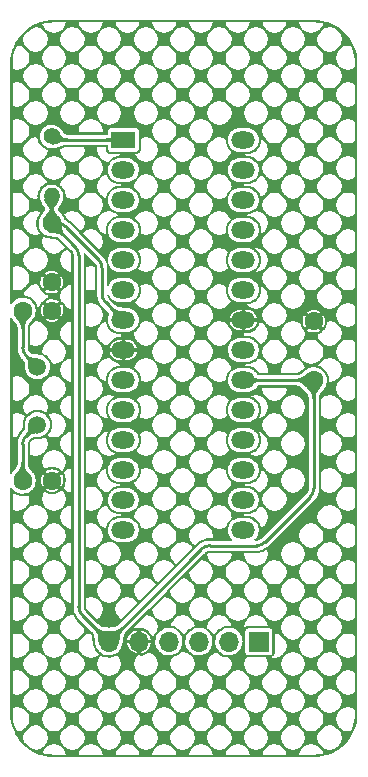
<source format=gbr>
%TF.GenerationSoftware,KiCad,Pcbnew,(6.0.1)*%
%TF.CreationDate,2022-02-07T23:02:12+01:00*%
%TF.ProjectId,dip28,64697032-382e-46b6-9963-61645f706362,1.0*%
%TF.SameCoordinates,Original*%
%TF.FileFunction,Copper,L2,Bot*%
%TF.FilePolarity,Positive*%
%FSLAX46Y46*%
G04 Gerber Fmt 4.6, Leading zero omitted, Abs format (unit mm)*
G04 Created by KiCad (PCBNEW (6.0.1)) date 2022-02-07 23:02:12*
%MOMM*%
%LPD*%
G01*
G04 APERTURE LIST*
%TA.AperFunction,ComponentPad*%
%ADD10C,1.600000*%
%TD*%
%TA.AperFunction,ComponentPad*%
%ADD11R,1.700000X1.700000*%
%TD*%
%TA.AperFunction,ComponentPad*%
%ADD12O,1.700000X1.700000*%
%TD*%
%TA.AperFunction,ComponentPad*%
%ADD13C,1.500000*%
%TD*%
%TA.AperFunction,ComponentPad*%
%ADD14C,1.400000*%
%TD*%
%TA.AperFunction,ComponentPad*%
%ADD15O,1.400000X1.400000*%
%TD*%
%TA.AperFunction,ComponentPad*%
%ADD16R,2.000000X1.440000*%
%TD*%
%TA.AperFunction,ComponentPad*%
%ADD17O,2.000000X1.440000*%
%TD*%
%TA.AperFunction,Conductor*%
%ADD18C,0.250000*%
%TD*%
G04 APERTURE END LIST*
D10*
%TO.P,C4,1*%
%TO.N,GND*%
X105850000Y-141800000D03*
%TO.P,C4,2*%
%TO.N,Net-(C4-Pad2)*%
X103350000Y-141800000D03*
%TD*%
%TO.P,C3,1*%
%TO.N,GND*%
X105850000Y-127400000D03*
%TO.P,C3,2*%
%TO.N,Net-(C3-Pad2)*%
X103350000Y-127400000D03*
%TD*%
%TO.P,C2,1*%
%TO.N,+5V*%
X128000000Y-133300000D03*
%TO.P,C2,2*%
%TO.N,GND*%
X128000000Y-128300000D03*
%TD*%
%TO.P,C1,1*%
%TO.N,+5V*%
X105800000Y-120000000D03*
%TO.P,C1,2*%
%TO.N,GND*%
X105800000Y-125000000D03*
%TD*%
D11*
%TO.P,J1,1,Pin_1*%
%TO.N,MOSI*%
X123350000Y-155425000D03*
D12*
%TO.P,J1,2,Pin_2*%
%TO.N,MISO*%
X120810000Y-155425000D03*
%TO.P,J1,3,Pin_3*%
%TO.N,SCK*%
X118270000Y-155425000D03*
%TO.P,J1,4,Pin_4*%
%TO.N,RST*%
X115730000Y-155425000D03*
%TO.P,J1,5,Pin_5*%
%TO.N,GND*%
X113190000Y-155425000D03*
%TO.P,J1,6,Pin_6*%
%TO.N,+5V*%
X110650000Y-155425000D03*
%TD*%
D13*
%TO.P,Y1,1,1*%
%TO.N,Net-(C4-Pad2)*%
X104600000Y-137050000D03*
%TO.P,Y1,2,2*%
%TO.N,Net-(C3-Pad2)*%
X104600000Y-132170000D03*
%TD*%
D14*
%TO.P,R1,1*%
%TO.N,RST*%
X105800000Y-112660000D03*
D15*
%TO.P,R1,2*%
%TO.N,+5V*%
X105800000Y-117740000D03*
%TD*%
D16*
%TO.P,U1,1,~{RESET}/PC6*%
%TO.N,RST*%
X111875000Y-112960000D03*
D17*
%TO.P,U1,2,PD0*%
%TO.N,unconnected-(U1-Pad2)*%
X111875000Y-115500000D03*
%TO.P,U1,3,PD1*%
%TO.N,unconnected-(U1-Pad3)*%
X111875000Y-118040000D03*
%TO.P,U1,4,PD2*%
%TO.N,unconnected-(U1-Pad4)*%
X111875000Y-120580000D03*
%TO.P,U1,5,PD3*%
%TO.N,unconnected-(U1-Pad5)*%
X111875000Y-123120000D03*
%TO.P,U1,6,PD4*%
%TO.N,unconnected-(U1-Pad6)*%
X111875000Y-125660000D03*
%TO.P,U1,7,VCC*%
%TO.N,+5V*%
X111875000Y-128200000D03*
%TO.P,U1,8,GND*%
%TO.N,GND*%
X111875000Y-130740000D03*
%TO.P,U1,9,XTAL1/PB6*%
%TO.N,Net-(C3-Pad2)*%
X111875000Y-133280000D03*
%TO.P,U1,10,XTAL2/PB7*%
%TO.N,Net-(C4-Pad2)*%
X111875000Y-135820000D03*
%TO.P,U1,11,PD5*%
%TO.N,unconnected-(U1-Pad11)*%
X111875000Y-138360000D03*
%TO.P,U1,12,PD6*%
%TO.N,unconnected-(U1-Pad12)*%
X111875000Y-140900000D03*
%TO.P,U1,13,PD7*%
%TO.N,unconnected-(U1-Pad13)*%
X111875000Y-143440000D03*
%TO.P,U1,14,PB0*%
%TO.N,unconnected-(U1-Pad14)*%
X111875000Y-145980000D03*
%TO.P,U1,15,PB1*%
%TO.N,unconnected-(U1-Pad15)*%
X122035000Y-145980000D03*
%TO.P,U1,16,PB2*%
%TO.N,unconnected-(U1-Pad16)*%
X122035000Y-143440000D03*
%TO.P,U1,17,PB3*%
%TO.N,MOSI*%
X122035000Y-140900000D03*
%TO.P,U1,18,PB4*%
%TO.N,MISO*%
X122035000Y-138360000D03*
%TO.P,U1,19,PB5*%
%TO.N,SCK*%
X122035000Y-135820000D03*
%TO.P,U1,20,AVCC*%
%TO.N,+5V*%
X122035000Y-133280000D03*
%TO.P,U1,21,AREF*%
%TO.N,unconnected-(U1-Pad21)*%
X122035000Y-130740000D03*
%TO.P,U1,22,GND*%
%TO.N,GND*%
X122035000Y-128200000D03*
%TO.P,U1,23,PC0*%
%TO.N,unconnected-(U1-Pad23)*%
X122035000Y-125660000D03*
%TO.P,U1,24,PC1*%
%TO.N,unconnected-(U1-Pad24)*%
X122035000Y-123120000D03*
%TO.P,U1,25,PC2*%
%TO.N,unconnected-(U1-Pad25)*%
X122035000Y-120580000D03*
%TO.P,U1,26,PC3*%
%TO.N,unconnected-(U1-Pad26)*%
X122035000Y-118040000D03*
%TO.P,U1,27,PC4*%
%TO.N,unconnected-(U1-Pad27)*%
X122035000Y-115500000D03*
%TO.P,U1,28,PC5*%
%TO.N,unconnected-(U1-Pad28)*%
X122035000Y-112960000D03*
%TD*%
D18*
%TO.N,+5V*%
X122055000Y-133300000D02*
X122035000Y-133280000D01*
X123867893Y-147007107D02*
X127707107Y-143167893D01*
X107807107Y-122007107D02*
X105800000Y-120000000D01*
X110650000Y-155425000D02*
X108392893Y-153167893D01*
X128000000Y-142460786D02*
X128000000Y-133300000D01*
X105800000Y-120000000D02*
X106285786Y-120000000D01*
X110075000Y-123789214D02*
X110075000Y-125985786D01*
X105800000Y-117740000D02*
X105800000Y-120000000D01*
X110650000Y-155425000D02*
X118482107Y-147592893D01*
X119189214Y-147300000D02*
X123160786Y-147300000D01*
X108100000Y-152460786D02*
X108100000Y-122714214D01*
X106992893Y-120292893D02*
X109782107Y-123082107D01*
X128000000Y-133300000D02*
X122055000Y-133300000D01*
X110367893Y-126692893D02*
X111875000Y-128200000D01*
X107807107Y-122007107D02*
G75*
G02*
X108100000Y-122714214I-707106J-707106D01*
G01*
X110367893Y-126692893D02*
G75*
G02*
X110075000Y-125985786I707106J707106D01*
G01*
X108100001Y-152460786D02*
G75*
G03*
X108392894Y-153167892I999993J-3D01*
G01*
X109782107Y-123082107D02*
G75*
G02*
X110075000Y-123789214I-707106J-707106D01*
G01*
X119189214Y-147300001D02*
G75*
G03*
X118482108Y-147592894I-3J-999993D01*
G01*
X127999999Y-142460786D02*
G75*
G02*
X127707106Y-143167892I-999993J-3D01*
G01*
X106992893Y-120292893D02*
G75*
G03*
X106285786Y-120000000I-707106J-707106D01*
G01*
X123160786Y-147299999D02*
G75*
G03*
X123867892Y-147007106I3J999993D01*
G01*
%TO.N,Net-(C3-Pad2)*%
X104600000Y-132170000D02*
X103642893Y-131212893D01*
X103350000Y-130505786D02*
X103350000Y-127400000D01*
X103350001Y-130505786D02*
G75*
G03*
X103642894Y-131212892I999993J-3D01*
G01*
%TO.N,Net-(C4-Pad2)*%
X103350000Y-141800000D02*
X103350000Y-138714214D01*
X103642893Y-138007107D02*
X104600000Y-137050000D01*
X103350001Y-138714214D02*
G75*
G02*
X103642894Y-138007108I999993J3D01*
G01*
%TO.N,RST*%
X105800000Y-112660000D02*
X106065000Y-112925000D01*
X106065000Y-112925000D02*
X111840000Y-112925000D01*
X111840000Y-112925000D02*
X111875000Y-112960000D01*
%TD*%
%TA.AperFunction,Conductor*%
%TO.N,GND*%
G36*
X127967278Y-102800000D02*
G01*
X127980127Y-102801124D01*
X128000000Y-102804628D01*
X128006374Y-102803504D01*
X128006375Y-102803504D01*
X128012347Y-102802451D01*
X128028828Y-102801416D01*
X128359034Y-102817639D01*
X128366261Y-102818351D01*
X128718239Y-102870561D01*
X128725362Y-102871978D01*
X129070527Y-102958438D01*
X129077476Y-102960546D01*
X129172218Y-102994445D01*
X129412517Y-103080425D01*
X129419205Y-103083196D01*
X129536634Y-103138735D01*
X129740877Y-103235335D01*
X129747281Y-103238758D01*
X130052495Y-103421695D01*
X130058526Y-103425725D01*
X130293525Y-103600012D01*
X130344339Y-103637698D01*
X130349938Y-103642292D01*
X130613600Y-103881262D01*
X130618734Y-103886396D01*
X130857708Y-104150062D01*
X130862298Y-104155657D01*
X131074275Y-104441474D01*
X131078305Y-104447505D01*
X131261242Y-104752719D01*
X131264665Y-104759123D01*
X131282460Y-104796747D01*
X131416804Y-105080795D01*
X131419575Y-105087483D01*
X131459344Y-105198631D01*
X131539454Y-105422524D01*
X131541562Y-105429473D01*
X131628022Y-105774638D01*
X131629439Y-105781761D01*
X131681649Y-106133739D01*
X131682361Y-106140966D01*
X131698584Y-106471172D01*
X131697549Y-106487653D01*
X131696496Y-106493625D01*
X131695372Y-106500000D01*
X131697638Y-106512850D01*
X131698876Y-106519872D01*
X131700000Y-106532720D01*
X131700002Y-147736540D01*
X131700002Y-161467280D01*
X131698878Y-161480129D01*
X131695374Y-161500002D01*
X131696498Y-161506376D01*
X131696498Y-161506377D01*
X131697551Y-161512349D01*
X131698586Y-161528830D01*
X131682363Y-161859036D01*
X131681651Y-161866263D01*
X131629441Y-162218241D01*
X131628024Y-162225364D01*
X131541564Y-162570529D01*
X131539456Y-162577478D01*
X131419577Y-162912519D01*
X131416806Y-162919207D01*
X131333597Y-163095139D01*
X131264667Y-163240879D01*
X131261244Y-163247283D01*
X131078307Y-163552497D01*
X131074277Y-163558528D01*
X130920348Y-163766078D01*
X130862304Y-163844341D01*
X130857710Y-163849940D01*
X130724588Y-163996817D01*
X130618738Y-164113604D01*
X130613606Y-164118736D01*
X130349940Y-164357710D01*
X130344345Y-164362300D01*
X130058528Y-164574277D01*
X130052497Y-164578307D01*
X129747283Y-164761244D01*
X129740879Y-164764667D01*
X129595139Y-164833597D01*
X129419207Y-164916806D01*
X129412519Y-164919577D01*
X129191949Y-164998498D01*
X129077478Y-165039456D01*
X129070529Y-165041564D01*
X128725364Y-165128024D01*
X128718241Y-165129441D01*
X128366263Y-165181651D01*
X128359036Y-165182363D01*
X128028830Y-165198586D01*
X128012349Y-165197551D01*
X128006377Y-165196498D01*
X128006376Y-165196498D01*
X128000002Y-165195374D01*
X127980130Y-165198878D01*
X127967280Y-165200002D01*
X106032720Y-165200002D01*
X106019870Y-165198878D01*
X105999998Y-165195374D01*
X105993624Y-165196498D01*
X105993623Y-165196498D01*
X105987651Y-165197551D01*
X105971170Y-165198586D01*
X105640964Y-165182363D01*
X105633737Y-165181651D01*
X105281759Y-165129441D01*
X105274636Y-165128024D01*
X104929471Y-165041564D01*
X104922522Y-165039456D01*
X104808051Y-164998498D01*
X104587481Y-164919577D01*
X104580793Y-164916806D01*
X104463361Y-164861265D01*
X105024559Y-164861265D01*
X105316840Y-164934478D01*
X105656760Y-164984899D01*
X105967319Y-165000158D01*
X105972012Y-164999540D01*
X105980695Y-164998780D01*
X105987147Y-164998498D01*
X106012848Y-164998498D01*
X106019301Y-164998780D01*
X106027983Y-164999540D01*
X106034380Y-165000382D01*
X106043567Y-165002002D01*
X107013760Y-165002002D01*
X108107834Y-165002002D01*
X110125030Y-165002002D01*
X111219104Y-165002002D01*
X113236299Y-165002002D01*
X114330374Y-165002002D01*
X116347569Y-165002002D01*
X117441644Y-165002002D01*
X119458839Y-165002002D01*
X120552914Y-165002002D01*
X122570109Y-165002002D01*
X123664184Y-165002002D01*
X125681379Y-165002002D01*
X126775453Y-165002002D01*
X127956433Y-165002002D01*
X127965620Y-165000382D01*
X127972017Y-164999540D01*
X127980699Y-164998780D01*
X127987152Y-164998498D01*
X128012853Y-164998498D01*
X128019305Y-164998780D01*
X128027988Y-164999540D01*
X128032681Y-165000158D01*
X128343240Y-164984899D01*
X128683160Y-164934478D01*
X128774658Y-164911559D01*
X128744291Y-164758889D01*
X128539745Y-164452765D01*
X128443985Y-164357005D01*
X128137861Y-164152459D01*
X127784051Y-164082082D01*
X127430241Y-164152459D01*
X127124117Y-164357005D01*
X127028357Y-164452765D01*
X126823811Y-164758889D01*
X126775453Y-165002002D01*
X125681379Y-165002002D01*
X125633021Y-164758889D01*
X125428475Y-164452765D01*
X125332715Y-164357005D01*
X125026591Y-164152459D01*
X124672781Y-164082082D01*
X124318971Y-164152459D01*
X124012847Y-164357005D01*
X123917088Y-164452764D01*
X123712542Y-164758889D01*
X123664184Y-165002002D01*
X122570109Y-165002002D01*
X122521751Y-164758889D01*
X122317205Y-164452765D01*
X122221445Y-164357005D01*
X121915321Y-164152459D01*
X121561511Y-164082082D01*
X121207701Y-164152459D01*
X120901578Y-164357005D01*
X120805818Y-164452765D01*
X120601272Y-164758889D01*
X120552914Y-165002002D01*
X119458839Y-165002002D01*
X119410481Y-164758889D01*
X119205935Y-164452765D01*
X119110175Y-164357005D01*
X118804052Y-164152459D01*
X118450242Y-164082082D01*
X118096431Y-164152459D01*
X117790308Y-164357005D01*
X117694548Y-164452765D01*
X117490002Y-164758889D01*
X117441644Y-165002002D01*
X116347569Y-165002002D01*
X116299211Y-164758889D01*
X116094665Y-164452765D01*
X115998905Y-164357005D01*
X115692782Y-164152459D01*
X115338972Y-164082082D01*
X114985162Y-164152459D01*
X114679038Y-164357005D01*
X114583278Y-164452765D01*
X114378732Y-164758889D01*
X114330374Y-165002002D01*
X113236299Y-165002002D01*
X113187941Y-164758889D01*
X112983395Y-164452764D01*
X112887636Y-164357005D01*
X112581512Y-164152459D01*
X112227702Y-164082082D01*
X111873892Y-164152459D01*
X111567768Y-164357005D01*
X111472008Y-164452765D01*
X111267462Y-164758889D01*
X111219104Y-165002002D01*
X110125030Y-165002002D01*
X110076672Y-164758889D01*
X109872126Y-164452765D01*
X109776366Y-164357005D01*
X109470242Y-164152459D01*
X109116432Y-164082082D01*
X108762622Y-164152459D01*
X108456498Y-164357005D01*
X108360738Y-164452765D01*
X108156192Y-164758889D01*
X108107834Y-165002002D01*
X107013760Y-165002002D01*
X106965402Y-164758889D01*
X106760856Y-164452765D01*
X106665096Y-164357005D01*
X106358972Y-164152459D01*
X106005162Y-164082082D01*
X105651352Y-164152459D01*
X105345228Y-164357005D01*
X105249469Y-164452764D01*
X105044923Y-164758889D01*
X105024559Y-164861265D01*
X104463361Y-164861265D01*
X104404861Y-164833597D01*
X104259121Y-164764667D01*
X104252717Y-164761244D01*
X103947503Y-164578307D01*
X103941472Y-164574277D01*
X103655655Y-164362300D01*
X103650060Y-164357710D01*
X103386394Y-164118736D01*
X103381262Y-164113604D01*
X103275412Y-163996817D01*
X103142290Y-163849940D01*
X103137696Y-163844341D01*
X103079652Y-163766078D01*
X102925723Y-163558528D01*
X102924745Y-163557064D01*
X103418911Y-163557064D01*
X103489288Y-163910874D01*
X103546713Y-163996817D01*
X103778502Y-164206900D01*
X104054514Y-164411605D01*
X104297991Y-164557538D01*
X104449527Y-164587680D01*
X104803337Y-164517303D01*
X105109462Y-164312757D01*
X105205221Y-164216998D01*
X105409767Y-163910874D01*
X105480144Y-163557064D01*
X106530181Y-163557064D01*
X106600557Y-163910874D01*
X106805103Y-164216998D01*
X106900862Y-164312757D01*
X107206987Y-164517303D01*
X107560797Y-164587680D01*
X107914607Y-164517303D01*
X108220732Y-164312757D01*
X108316491Y-164216998D01*
X108521037Y-163910874D01*
X108591413Y-163557064D01*
X109641451Y-163557064D01*
X109711827Y-163910874D01*
X109916373Y-164216998D01*
X110012132Y-164312757D01*
X110318257Y-164517303D01*
X110672067Y-164587680D01*
X111025877Y-164517303D01*
X111332002Y-164312757D01*
X111427760Y-164216999D01*
X111632306Y-163910874D01*
X111702683Y-163557064D01*
X112752720Y-163557064D01*
X112823097Y-163910874D01*
X113027643Y-164216998D01*
X113123402Y-164312757D01*
X113429527Y-164517303D01*
X113783337Y-164587680D01*
X114137147Y-164517303D01*
X114443272Y-164312757D01*
X114539030Y-164216999D01*
X114743576Y-163910874D01*
X114813953Y-163557064D01*
X115863990Y-163557064D01*
X115934367Y-163910874D01*
X116138913Y-164216998D01*
X116234672Y-164312757D01*
X116540797Y-164517303D01*
X116894607Y-164587680D01*
X117248417Y-164517303D01*
X117554541Y-164312757D01*
X117650300Y-164216998D01*
X117854846Y-163910874D01*
X117925223Y-163557064D01*
X118975260Y-163557064D01*
X119045637Y-163910874D01*
X119250183Y-164216998D01*
X119345942Y-164312757D01*
X119652066Y-164517303D01*
X120005876Y-164587680D01*
X120359686Y-164517303D01*
X120665811Y-164312757D01*
X120761570Y-164216998D01*
X120966116Y-163910874D01*
X121036493Y-163557064D01*
X122086530Y-163557064D01*
X122156907Y-163910874D01*
X122361453Y-164216999D01*
X122457211Y-164312757D01*
X122763336Y-164517303D01*
X123117146Y-164587680D01*
X123470956Y-164517303D01*
X123777081Y-164312757D01*
X123872840Y-164216998D01*
X124077386Y-163910874D01*
X124147763Y-163557064D01*
X125197800Y-163557064D01*
X125268177Y-163910874D01*
X125472723Y-164216999D01*
X125568481Y-164312757D01*
X125874606Y-164517303D01*
X126228416Y-164587680D01*
X126582226Y-164517303D01*
X126888351Y-164312757D01*
X126984110Y-164216998D01*
X127188656Y-163910874D01*
X127259032Y-163557064D01*
X128309070Y-163557064D01*
X128379446Y-163910874D01*
X128583992Y-164216998D01*
X128679751Y-164312757D01*
X128985876Y-164517303D01*
X129339686Y-164587680D01*
X129693496Y-164517303D01*
X129999621Y-164312757D01*
X130095380Y-164216998D01*
X130299926Y-163910874D01*
X130370302Y-163557064D01*
X130299926Y-163203254D01*
X130095380Y-162897130D01*
X129999620Y-162801370D01*
X129693496Y-162596824D01*
X129339686Y-162526448D01*
X128985876Y-162596824D01*
X128679752Y-162801370D01*
X128583992Y-162897130D01*
X128379446Y-163203254D01*
X128309070Y-163557064D01*
X127259032Y-163557064D01*
X127188656Y-163203254D01*
X126984110Y-162897130D01*
X126888350Y-162801370D01*
X126582226Y-162596824D01*
X126228416Y-162526448D01*
X125874606Y-162596824D01*
X125568482Y-162801370D01*
X125472723Y-162897129D01*
X125268177Y-163203254D01*
X125197800Y-163557064D01*
X124147763Y-163557064D01*
X124077386Y-163203254D01*
X123872840Y-162897130D01*
X123777080Y-162801370D01*
X123470956Y-162596824D01*
X123117146Y-162526448D01*
X122763336Y-162596824D01*
X122457212Y-162801370D01*
X122361453Y-162897129D01*
X122156907Y-163203254D01*
X122086530Y-163557064D01*
X121036493Y-163557064D01*
X120966116Y-163203254D01*
X120761570Y-162897130D01*
X120665810Y-162801370D01*
X120359686Y-162596824D01*
X120005876Y-162526448D01*
X119652066Y-162596824D01*
X119345943Y-162801370D01*
X119250183Y-162897130D01*
X119045637Y-163203254D01*
X118975260Y-163557064D01*
X117925223Y-163557064D01*
X117854846Y-163203254D01*
X117650300Y-162897130D01*
X117554540Y-162801370D01*
X117248417Y-162596824D01*
X116894607Y-162526448D01*
X116540797Y-162596824D01*
X116234673Y-162801370D01*
X116138913Y-162897130D01*
X115934367Y-163203254D01*
X115863990Y-163557064D01*
X114813953Y-163557064D01*
X114743576Y-163203254D01*
X114539030Y-162897129D01*
X114443271Y-162801370D01*
X114137147Y-162596824D01*
X113783337Y-162526448D01*
X113429527Y-162596824D01*
X113123403Y-162801370D01*
X113027643Y-162897130D01*
X112823097Y-163203254D01*
X112752720Y-163557064D01*
X111702683Y-163557064D01*
X111632306Y-163203254D01*
X111427760Y-162897129D01*
X111332001Y-162801370D01*
X111025877Y-162596824D01*
X110672067Y-162526448D01*
X110318257Y-162596824D01*
X110012133Y-162801370D01*
X109916373Y-162897130D01*
X109711827Y-163203254D01*
X109641451Y-163557064D01*
X108591413Y-163557064D01*
X108521037Y-163203254D01*
X108316491Y-162897130D01*
X108220731Y-162801370D01*
X107914607Y-162596824D01*
X107560797Y-162526448D01*
X107206987Y-162596824D01*
X106900863Y-162801370D01*
X106805103Y-162897130D01*
X106600557Y-163203254D01*
X106530181Y-163557064D01*
X105480144Y-163557064D01*
X105409767Y-163203254D01*
X105205221Y-162897130D01*
X105109461Y-162801370D01*
X104803337Y-162596824D01*
X104449527Y-162526448D01*
X104095717Y-162596824D01*
X103789593Y-162801370D01*
X103693834Y-162897129D01*
X103489288Y-163203254D01*
X103418911Y-163557064D01*
X102924745Y-163557064D01*
X102921693Y-163552497D01*
X102738756Y-163247283D01*
X102735333Y-163240879D01*
X102666403Y-163095139D01*
X102583194Y-162919207D01*
X102580423Y-162912519D01*
X102460544Y-162577478D01*
X102458436Y-162570529D01*
X102371976Y-162225364D01*
X102370559Y-162218241D01*
X102318349Y-161866263D01*
X102317637Y-161859036D01*
X102301414Y-161528830D01*
X102302449Y-161512349D01*
X102303502Y-161506377D01*
X102303502Y-161506376D01*
X102304626Y-161500002D01*
X102301122Y-161480129D01*
X102299998Y-161467280D01*
X102299998Y-161456433D01*
X102497998Y-161456433D01*
X102499618Y-161465620D01*
X102500460Y-161472017D01*
X102501220Y-161480699D01*
X102501502Y-161487152D01*
X102501502Y-161512853D01*
X102501220Y-161519305D01*
X102500460Y-161527988D01*
X102499842Y-161532681D01*
X102515101Y-161843240D01*
X102565522Y-162183160D01*
X102649024Y-162516517D01*
X102764791Y-162840070D01*
X102851612Y-163023636D01*
X102893891Y-163032045D01*
X103247702Y-162961669D01*
X103553826Y-162757123D01*
X103649586Y-162661363D01*
X103854132Y-162355239D01*
X103924509Y-162001429D01*
X104974546Y-162001429D01*
X105044923Y-162355239D01*
X105249469Y-162661364D01*
X105345228Y-162757123D01*
X105651352Y-162961669D01*
X106005162Y-163032045D01*
X106358972Y-162961669D01*
X106665096Y-162757123D01*
X106760856Y-162661363D01*
X106965402Y-162355239D01*
X107035778Y-162001429D01*
X108085816Y-162001429D01*
X108156192Y-162355239D01*
X108360738Y-162661363D01*
X108456498Y-162757123D01*
X108762622Y-162961669D01*
X109116432Y-163032045D01*
X109470242Y-162961669D01*
X109776366Y-162757123D01*
X109872126Y-162661363D01*
X110076672Y-162355239D01*
X110147048Y-162001429D01*
X111197086Y-162001429D01*
X111267462Y-162355239D01*
X111472008Y-162661363D01*
X111567768Y-162757123D01*
X111873892Y-162961669D01*
X112227702Y-163032045D01*
X112581512Y-162961669D01*
X112887636Y-162757123D01*
X112983395Y-162661364D01*
X113187941Y-162355239D01*
X113258318Y-162001429D01*
X114308355Y-162001429D01*
X114378732Y-162355239D01*
X114583278Y-162661363D01*
X114679038Y-162757123D01*
X114985162Y-162961669D01*
X115338972Y-163032045D01*
X115692782Y-162961669D01*
X115998905Y-162757123D01*
X116094665Y-162661363D01*
X116299211Y-162355239D01*
X116369588Y-162001429D01*
X117419625Y-162001429D01*
X117490002Y-162355239D01*
X117694548Y-162661363D01*
X117790308Y-162757123D01*
X118096431Y-162961669D01*
X118450242Y-163032045D01*
X118804052Y-162961669D01*
X119110175Y-162757123D01*
X119205935Y-162661363D01*
X119410481Y-162355239D01*
X119480858Y-162001429D01*
X120530895Y-162001429D01*
X120601272Y-162355239D01*
X120805818Y-162661363D01*
X120901578Y-162757123D01*
X121207701Y-162961669D01*
X121561511Y-163032045D01*
X121915321Y-162961669D01*
X122221445Y-162757123D01*
X122317205Y-162661363D01*
X122521751Y-162355239D01*
X122592128Y-162001429D01*
X123642165Y-162001429D01*
X123712542Y-162355239D01*
X123917088Y-162661364D01*
X124012847Y-162757123D01*
X124318971Y-162961669D01*
X124672781Y-163032045D01*
X125026591Y-162961669D01*
X125332715Y-162757123D01*
X125428475Y-162661363D01*
X125633021Y-162355239D01*
X125703398Y-162001429D01*
X126753435Y-162001429D01*
X126823811Y-162355239D01*
X127028357Y-162661363D01*
X127124117Y-162757123D01*
X127430241Y-162961669D01*
X127784051Y-163032045D01*
X128137861Y-162961669D01*
X128443985Y-162757123D01*
X128539745Y-162661363D01*
X128744291Y-162355239D01*
X128814667Y-162001429D01*
X129864705Y-162001429D01*
X129935081Y-162355239D01*
X130139627Y-162661363D01*
X130235387Y-162757123D01*
X130541511Y-162961669D01*
X130895321Y-163032045D01*
X131170277Y-162977354D01*
X131235209Y-162840070D01*
X131350976Y-162516517D01*
X131434478Y-162183160D01*
X131484899Y-161843240D01*
X131500158Y-161532681D01*
X131499540Y-161527988D01*
X131498780Y-161519305D01*
X131498498Y-161512853D01*
X131498498Y-161487152D01*
X131498780Y-161480699D01*
X131499540Y-161472017D01*
X131500382Y-161465620D01*
X131502002Y-161456433D01*
X131502002Y-161210153D01*
X131249131Y-161041189D01*
X130895321Y-160970813D01*
X130541511Y-161041189D01*
X130235387Y-161245735D01*
X130139627Y-161341495D01*
X129935081Y-161647619D01*
X129864705Y-162001429D01*
X128814667Y-162001429D01*
X128744291Y-161647619D01*
X128539745Y-161341495D01*
X128443985Y-161245735D01*
X128137861Y-161041189D01*
X127784051Y-160970813D01*
X127430241Y-161041189D01*
X127124117Y-161245735D01*
X127028357Y-161341495D01*
X126823811Y-161647619D01*
X126753435Y-162001429D01*
X125703398Y-162001429D01*
X125633021Y-161647619D01*
X125428475Y-161341495D01*
X125332715Y-161245735D01*
X125026591Y-161041189D01*
X124672781Y-160970813D01*
X124318971Y-161041189D01*
X124012847Y-161245735D01*
X123917088Y-161341494D01*
X123712542Y-161647619D01*
X123642165Y-162001429D01*
X122592128Y-162001429D01*
X122521751Y-161647619D01*
X122317205Y-161341495D01*
X122221445Y-161245735D01*
X121915321Y-161041189D01*
X121561511Y-160970813D01*
X121207701Y-161041189D01*
X120901578Y-161245735D01*
X120805818Y-161341495D01*
X120601272Y-161647619D01*
X120530895Y-162001429D01*
X119480858Y-162001429D01*
X119410481Y-161647619D01*
X119205935Y-161341495D01*
X119110175Y-161245735D01*
X118804052Y-161041189D01*
X118450242Y-160970813D01*
X118096431Y-161041189D01*
X117790308Y-161245735D01*
X117694548Y-161341495D01*
X117490002Y-161647619D01*
X117419625Y-162001429D01*
X116369588Y-162001429D01*
X116299211Y-161647619D01*
X116094665Y-161341495D01*
X115998905Y-161245735D01*
X115692782Y-161041189D01*
X115338972Y-160970813D01*
X114985162Y-161041189D01*
X114679038Y-161245735D01*
X114583278Y-161341495D01*
X114378732Y-161647619D01*
X114308355Y-162001429D01*
X113258318Y-162001429D01*
X113187941Y-161647619D01*
X112983395Y-161341494D01*
X112887636Y-161245735D01*
X112581512Y-161041189D01*
X112227702Y-160970813D01*
X111873892Y-161041189D01*
X111567768Y-161245735D01*
X111472008Y-161341495D01*
X111267462Y-161647619D01*
X111197086Y-162001429D01*
X110147048Y-162001429D01*
X110076672Y-161647619D01*
X109872126Y-161341495D01*
X109776366Y-161245735D01*
X109470242Y-161041189D01*
X109116432Y-160970813D01*
X108762622Y-161041189D01*
X108456498Y-161245735D01*
X108360738Y-161341495D01*
X108156192Y-161647619D01*
X108085816Y-162001429D01*
X107035778Y-162001429D01*
X106965402Y-161647619D01*
X106760856Y-161341495D01*
X106665096Y-161245735D01*
X106358972Y-161041189D01*
X106005162Y-160970813D01*
X105651352Y-161041189D01*
X105345228Y-161245735D01*
X105249469Y-161341494D01*
X105044923Y-161647619D01*
X104974546Y-162001429D01*
X103924509Y-162001429D01*
X103854132Y-161647619D01*
X103649586Y-161341495D01*
X103553826Y-161245735D01*
X103247702Y-161041189D01*
X102893892Y-160970813D01*
X102540082Y-161041189D01*
X102497998Y-161069309D01*
X102497998Y-161456433D01*
X102299998Y-161456433D01*
X102299998Y-160445794D01*
X103418911Y-160445794D01*
X103489288Y-160799604D01*
X103693834Y-161105729D01*
X103789593Y-161201488D01*
X104095717Y-161406034D01*
X104449527Y-161476410D01*
X104803337Y-161406034D01*
X105109461Y-161201488D01*
X105205221Y-161105728D01*
X105409767Y-160799604D01*
X105480144Y-160445794D01*
X106530181Y-160445794D01*
X106600557Y-160799604D01*
X106805103Y-161105728D01*
X106900863Y-161201488D01*
X107206987Y-161406034D01*
X107560797Y-161476410D01*
X107914607Y-161406034D01*
X108220731Y-161201488D01*
X108316491Y-161105728D01*
X108521037Y-160799604D01*
X108591413Y-160445794D01*
X109641451Y-160445794D01*
X109711827Y-160799604D01*
X109916373Y-161105728D01*
X110012133Y-161201488D01*
X110318257Y-161406034D01*
X110672067Y-161476410D01*
X111025877Y-161406034D01*
X111332001Y-161201488D01*
X111427760Y-161105729D01*
X111632306Y-160799604D01*
X111702683Y-160445794D01*
X112752720Y-160445794D01*
X112823097Y-160799604D01*
X113027643Y-161105728D01*
X113123403Y-161201488D01*
X113429527Y-161406034D01*
X113783337Y-161476410D01*
X114137147Y-161406034D01*
X114443271Y-161201488D01*
X114539030Y-161105729D01*
X114743576Y-160799604D01*
X114813953Y-160445794D01*
X115863990Y-160445794D01*
X115934367Y-160799604D01*
X116138913Y-161105728D01*
X116234673Y-161201488D01*
X116540797Y-161406034D01*
X116894607Y-161476410D01*
X117248417Y-161406034D01*
X117554540Y-161201488D01*
X117650300Y-161105728D01*
X117854846Y-160799604D01*
X117925223Y-160445794D01*
X118975260Y-160445794D01*
X119045637Y-160799604D01*
X119250183Y-161105728D01*
X119345943Y-161201488D01*
X119652066Y-161406034D01*
X120005876Y-161476410D01*
X120359686Y-161406034D01*
X120665810Y-161201488D01*
X120761570Y-161105728D01*
X120966116Y-160799604D01*
X121036493Y-160445794D01*
X122086530Y-160445794D01*
X122156907Y-160799604D01*
X122361453Y-161105729D01*
X122457212Y-161201488D01*
X122763336Y-161406034D01*
X123117146Y-161476410D01*
X123470956Y-161406034D01*
X123777080Y-161201488D01*
X123872840Y-161105728D01*
X124077386Y-160799604D01*
X124147763Y-160445794D01*
X125197800Y-160445794D01*
X125268177Y-160799604D01*
X125472723Y-161105729D01*
X125568482Y-161201488D01*
X125874606Y-161406034D01*
X126228416Y-161476410D01*
X126582226Y-161406034D01*
X126888350Y-161201488D01*
X126984110Y-161105728D01*
X127188656Y-160799604D01*
X127259032Y-160445794D01*
X128309070Y-160445794D01*
X128379446Y-160799604D01*
X128583992Y-161105728D01*
X128679752Y-161201488D01*
X128985876Y-161406034D01*
X129339686Y-161476410D01*
X129693496Y-161406034D01*
X129999620Y-161201488D01*
X130095380Y-161105728D01*
X130299926Y-160799604D01*
X130370302Y-160445794D01*
X130299926Y-160091984D01*
X130095380Y-159785860D01*
X129999620Y-159690100D01*
X129693496Y-159485554D01*
X129339686Y-159415178D01*
X128985876Y-159485554D01*
X128679752Y-159690100D01*
X128583992Y-159785860D01*
X128379446Y-160091984D01*
X128309070Y-160445794D01*
X127259032Y-160445794D01*
X127188656Y-160091984D01*
X126984110Y-159785860D01*
X126888350Y-159690100D01*
X126582226Y-159485554D01*
X126228416Y-159415178D01*
X125874606Y-159485554D01*
X125568482Y-159690100D01*
X125472723Y-159785859D01*
X125268177Y-160091984D01*
X125197800Y-160445794D01*
X124147763Y-160445794D01*
X124077386Y-160091984D01*
X123872840Y-159785860D01*
X123777080Y-159690100D01*
X123470956Y-159485554D01*
X123117146Y-159415178D01*
X122763336Y-159485554D01*
X122457212Y-159690100D01*
X122361453Y-159785859D01*
X122156907Y-160091984D01*
X122086530Y-160445794D01*
X121036493Y-160445794D01*
X120966116Y-160091984D01*
X120761570Y-159785860D01*
X120665810Y-159690100D01*
X120359686Y-159485554D01*
X120005876Y-159415178D01*
X119652066Y-159485554D01*
X119345943Y-159690100D01*
X119250183Y-159785860D01*
X119045637Y-160091984D01*
X118975260Y-160445794D01*
X117925223Y-160445794D01*
X117854846Y-160091984D01*
X117650300Y-159785860D01*
X117554540Y-159690100D01*
X117248417Y-159485554D01*
X116894607Y-159415178D01*
X116540797Y-159485554D01*
X116234673Y-159690100D01*
X116138913Y-159785860D01*
X115934367Y-160091984D01*
X115863990Y-160445794D01*
X114813953Y-160445794D01*
X114743576Y-160091984D01*
X114539030Y-159785859D01*
X114443271Y-159690100D01*
X114137147Y-159485554D01*
X113783337Y-159415178D01*
X113429527Y-159485554D01*
X113123403Y-159690100D01*
X113027643Y-159785860D01*
X112823097Y-160091984D01*
X112752720Y-160445794D01*
X111702683Y-160445794D01*
X111632306Y-160091984D01*
X111427760Y-159785859D01*
X111332001Y-159690100D01*
X111025877Y-159485554D01*
X110672067Y-159415178D01*
X110318257Y-159485554D01*
X110012133Y-159690100D01*
X109916373Y-159785860D01*
X109711827Y-160091984D01*
X109641451Y-160445794D01*
X108591413Y-160445794D01*
X108521037Y-160091984D01*
X108316491Y-159785860D01*
X108220731Y-159690100D01*
X107914607Y-159485554D01*
X107560797Y-159415178D01*
X107206987Y-159485554D01*
X106900863Y-159690100D01*
X106805103Y-159785860D01*
X106600557Y-160091984D01*
X106530181Y-160445794D01*
X105480144Y-160445794D01*
X105409767Y-160091984D01*
X105205221Y-159785860D01*
X105109461Y-159690100D01*
X104803337Y-159485554D01*
X104449527Y-159415178D01*
X104095717Y-159485554D01*
X103789593Y-159690100D01*
X103693834Y-159785859D01*
X103489288Y-160091984D01*
X103418911Y-160445794D01*
X102299998Y-160445794D01*
X102299998Y-159822279D01*
X102497998Y-159822279D01*
X102540082Y-159850399D01*
X102893892Y-159920775D01*
X103247702Y-159850399D01*
X103553826Y-159645853D01*
X103649586Y-159550093D01*
X103854132Y-159243969D01*
X103924509Y-158890159D01*
X104974546Y-158890159D01*
X105044923Y-159243969D01*
X105249469Y-159550094D01*
X105345228Y-159645853D01*
X105651352Y-159850399D01*
X106005162Y-159920775D01*
X106358972Y-159850399D01*
X106665096Y-159645853D01*
X106760856Y-159550093D01*
X106965402Y-159243969D01*
X107035778Y-158890159D01*
X108085816Y-158890159D01*
X108156192Y-159243969D01*
X108360738Y-159550093D01*
X108456498Y-159645853D01*
X108762622Y-159850399D01*
X109116432Y-159920775D01*
X109470242Y-159850399D01*
X109776366Y-159645853D01*
X109872126Y-159550093D01*
X110076672Y-159243969D01*
X110147048Y-158890159D01*
X111197086Y-158890159D01*
X111267462Y-159243969D01*
X111472008Y-159550093D01*
X111567768Y-159645853D01*
X111873892Y-159850399D01*
X112227702Y-159920775D01*
X112581512Y-159850399D01*
X112887636Y-159645853D01*
X112983395Y-159550094D01*
X113187941Y-159243969D01*
X113258318Y-158890159D01*
X114308355Y-158890159D01*
X114378732Y-159243969D01*
X114583278Y-159550093D01*
X114679038Y-159645853D01*
X114985162Y-159850399D01*
X115338972Y-159920775D01*
X115692782Y-159850399D01*
X115998905Y-159645853D01*
X116094665Y-159550093D01*
X116299211Y-159243969D01*
X116369588Y-158890159D01*
X117419625Y-158890159D01*
X117490002Y-159243969D01*
X117694548Y-159550093D01*
X117790308Y-159645853D01*
X118096431Y-159850399D01*
X118450242Y-159920775D01*
X118804052Y-159850399D01*
X119110175Y-159645853D01*
X119205935Y-159550093D01*
X119410481Y-159243969D01*
X119480858Y-158890159D01*
X120530895Y-158890159D01*
X120601272Y-159243969D01*
X120805818Y-159550093D01*
X120901578Y-159645853D01*
X121207701Y-159850399D01*
X121561511Y-159920775D01*
X121915321Y-159850399D01*
X122221445Y-159645853D01*
X122317205Y-159550093D01*
X122521751Y-159243969D01*
X122592128Y-158890159D01*
X123642165Y-158890159D01*
X123712542Y-159243969D01*
X123917088Y-159550094D01*
X124012847Y-159645853D01*
X124318971Y-159850399D01*
X124672781Y-159920775D01*
X125026591Y-159850399D01*
X125332715Y-159645853D01*
X125428475Y-159550093D01*
X125633021Y-159243969D01*
X125703398Y-158890159D01*
X126753435Y-158890159D01*
X126823811Y-159243969D01*
X127028357Y-159550093D01*
X127124117Y-159645853D01*
X127430241Y-159850399D01*
X127784051Y-159920775D01*
X128137861Y-159850399D01*
X128443985Y-159645853D01*
X128539745Y-159550093D01*
X128744291Y-159243969D01*
X128814667Y-158890159D01*
X129864705Y-158890159D01*
X129935081Y-159243969D01*
X130139627Y-159550093D01*
X130235387Y-159645853D01*
X130541511Y-159850399D01*
X130895321Y-159920775D01*
X131249131Y-159850399D01*
X131502002Y-159681435D01*
X131502002Y-158098883D01*
X131249131Y-157929920D01*
X130895321Y-157859543D01*
X130541511Y-157929920D01*
X130235386Y-158134466D01*
X130139627Y-158230225D01*
X129935081Y-158536349D01*
X129864705Y-158890159D01*
X128814667Y-158890159D01*
X128744291Y-158536349D01*
X128539745Y-158230225D01*
X128443986Y-158134466D01*
X128137861Y-157929920D01*
X127784051Y-157859543D01*
X127430241Y-157929920D01*
X127124116Y-158134466D01*
X127028357Y-158230225D01*
X126823811Y-158536349D01*
X126753435Y-158890159D01*
X125703398Y-158890159D01*
X125633021Y-158536349D01*
X125428475Y-158230225D01*
X125332716Y-158134466D01*
X125026591Y-157929920D01*
X124672781Y-157859543D01*
X124318971Y-157929920D01*
X124012846Y-158134466D01*
X123917088Y-158230224D01*
X123712542Y-158536349D01*
X123642165Y-158890159D01*
X122592128Y-158890159D01*
X122521751Y-158536349D01*
X122317205Y-158230225D01*
X122221446Y-158134466D01*
X121915321Y-157929920D01*
X121561511Y-157859543D01*
X121207701Y-157929920D01*
X120901577Y-158134466D01*
X120805818Y-158230225D01*
X120601272Y-158536349D01*
X120530895Y-158890159D01*
X119480858Y-158890159D01*
X119410481Y-158536349D01*
X119205935Y-158230225D01*
X119110176Y-158134466D01*
X118804052Y-157929920D01*
X118450242Y-157859543D01*
X118096431Y-157929920D01*
X117790307Y-158134466D01*
X117694548Y-158230225D01*
X117490002Y-158536349D01*
X117419625Y-158890159D01*
X116369588Y-158890159D01*
X116299211Y-158536349D01*
X116094665Y-158230225D01*
X115998906Y-158134466D01*
X115692782Y-157929920D01*
X115338972Y-157859543D01*
X114985162Y-157929920D01*
X114679037Y-158134466D01*
X114583278Y-158230225D01*
X114378732Y-158536349D01*
X114308355Y-158890159D01*
X113258318Y-158890159D01*
X113187941Y-158536349D01*
X112983395Y-158230224D01*
X112887637Y-158134466D01*
X112581512Y-157929920D01*
X112227702Y-157859543D01*
X111873892Y-157929920D01*
X111567767Y-158134466D01*
X111472008Y-158230225D01*
X111267462Y-158536349D01*
X111197086Y-158890159D01*
X110147048Y-158890159D01*
X110076672Y-158536349D01*
X109872126Y-158230225D01*
X109776367Y-158134466D01*
X109470242Y-157929920D01*
X109116432Y-157859543D01*
X108762622Y-157929920D01*
X108456497Y-158134466D01*
X108360738Y-158230225D01*
X108156192Y-158536349D01*
X108085816Y-158890159D01*
X107035778Y-158890159D01*
X106965402Y-158536349D01*
X106760856Y-158230225D01*
X106665097Y-158134466D01*
X106358972Y-157929920D01*
X106005162Y-157859543D01*
X105651352Y-157929920D01*
X105345227Y-158134466D01*
X105249469Y-158230224D01*
X105044923Y-158536349D01*
X104974546Y-158890159D01*
X103924509Y-158890159D01*
X103854132Y-158536349D01*
X103649586Y-158230225D01*
X103553827Y-158134466D01*
X103247702Y-157929920D01*
X102893892Y-157859543D01*
X102540082Y-157929920D01*
X102497998Y-157958040D01*
X102497998Y-159822279D01*
X102299998Y-159822279D01*
X102299998Y-157334524D01*
X103418911Y-157334524D01*
X103489288Y-157688334D01*
X103693834Y-157994459D01*
X103789593Y-158090218D01*
X104095717Y-158294764D01*
X104449527Y-158365141D01*
X104803337Y-158294764D01*
X105109461Y-158090218D01*
X105205221Y-157994458D01*
X105409767Y-157688334D01*
X105480144Y-157334524D01*
X106530181Y-157334524D01*
X106600557Y-157688334D01*
X106805103Y-157994458D01*
X106900863Y-158090218D01*
X107206987Y-158294764D01*
X107560797Y-158365141D01*
X107914607Y-158294764D01*
X108220731Y-158090218D01*
X108316491Y-157994458D01*
X108521037Y-157688334D01*
X108591413Y-157334524D01*
X109641451Y-157334524D01*
X109711827Y-157688334D01*
X109916373Y-157994458D01*
X110012133Y-158090218D01*
X110318257Y-158294764D01*
X110672067Y-158365141D01*
X111025877Y-158294764D01*
X111332001Y-158090218D01*
X111427760Y-157994459D01*
X111632306Y-157688334D01*
X111702683Y-157334524D01*
X112752720Y-157334524D01*
X112823097Y-157688334D01*
X113027643Y-157994458D01*
X113123403Y-158090218D01*
X113429527Y-158294764D01*
X113783337Y-158365141D01*
X114137147Y-158294764D01*
X114443271Y-158090218D01*
X114539030Y-157994459D01*
X114743576Y-157688334D01*
X114813953Y-157334524D01*
X115863990Y-157334524D01*
X115934367Y-157688334D01*
X116138913Y-157994458D01*
X116234673Y-158090218D01*
X116540797Y-158294764D01*
X116894607Y-158365141D01*
X117248417Y-158294764D01*
X117554540Y-158090218D01*
X117650300Y-157994458D01*
X117854846Y-157688334D01*
X117925223Y-157334524D01*
X118975260Y-157334524D01*
X119045637Y-157688334D01*
X119250183Y-157994458D01*
X119345943Y-158090218D01*
X119652066Y-158294764D01*
X120005876Y-158365141D01*
X120359686Y-158294764D01*
X120665810Y-158090218D01*
X120761570Y-157994458D01*
X120966116Y-157688334D01*
X121036493Y-157334524D01*
X122086530Y-157334524D01*
X122156907Y-157688334D01*
X122361453Y-157994459D01*
X122457212Y-158090218D01*
X122763336Y-158294764D01*
X123117146Y-158365141D01*
X123470956Y-158294764D01*
X123777080Y-158090218D01*
X123872840Y-157994458D01*
X124077386Y-157688334D01*
X124147763Y-157334524D01*
X125197800Y-157334524D01*
X125268177Y-157688334D01*
X125472723Y-157994459D01*
X125568482Y-158090218D01*
X125874606Y-158294764D01*
X126228416Y-158365141D01*
X126582226Y-158294764D01*
X126888350Y-158090218D01*
X126984110Y-157994458D01*
X127188656Y-157688334D01*
X127259032Y-157334524D01*
X128309070Y-157334524D01*
X128379446Y-157688334D01*
X128583992Y-157994458D01*
X128679752Y-158090218D01*
X128985876Y-158294764D01*
X129339686Y-158365141D01*
X129693496Y-158294764D01*
X129999620Y-158090218D01*
X130095380Y-157994458D01*
X130299926Y-157688334D01*
X130370302Y-157334524D01*
X130299926Y-156980714D01*
X130095380Y-156674590D01*
X129999621Y-156578831D01*
X129693496Y-156374285D01*
X129339686Y-156303908D01*
X128985876Y-156374285D01*
X128679751Y-156578831D01*
X128583992Y-156674590D01*
X128379446Y-156980714D01*
X128309070Y-157334524D01*
X127259032Y-157334524D01*
X127188656Y-156980714D01*
X126984110Y-156674590D01*
X126888351Y-156578831D01*
X126582226Y-156374285D01*
X126228416Y-156303908D01*
X125874606Y-156374285D01*
X125568481Y-156578831D01*
X125472723Y-156674589D01*
X125268177Y-156980714D01*
X125197800Y-157334524D01*
X124147763Y-157334524D01*
X124077386Y-156980714D01*
X123938929Y-156773500D01*
X122455354Y-156773500D01*
X122453212Y-156773469D01*
X122450311Y-156773385D01*
X122448160Y-156773291D01*
X122439591Y-156772793D01*
X122437454Y-156772638D01*
X122434565Y-156772386D01*
X122432426Y-156772168D01*
X122406745Y-156769174D01*
X122401259Y-156768325D01*
X122393898Y-156766901D01*
X122388490Y-156765643D01*
X122367137Y-156759822D01*
X122361830Y-156758158D01*
X122354764Y-156755648D01*
X122349612Y-156753598D01*
X122336846Y-156747954D01*
X124363336Y-156747954D01*
X124672781Y-156809506D01*
X125026591Y-156739129D01*
X125332715Y-156534583D01*
X125428475Y-156438823D01*
X125633021Y-156132699D01*
X125703398Y-155778889D01*
X126753435Y-155778889D01*
X126823811Y-156132699D01*
X127028357Y-156438823D01*
X127124117Y-156534583D01*
X127430241Y-156739129D01*
X127784051Y-156809506D01*
X128137861Y-156739129D01*
X128443985Y-156534583D01*
X128539745Y-156438823D01*
X128744291Y-156132699D01*
X128814667Y-155778889D01*
X129864705Y-155778889D01*
X129935081Y-156132699D01*
X130139627Y-156438823D01*
X130235387Y-156534583D01*
X130541511Y-156739129D01*
X130895321Y-156809506D01*
X131249131Y-156739129D01*
X131502002Y-156570165D01*
X131502002Y-154987614D01*
X131249131Y-154818650D01*
X130895321Y-154748273D01*
X130541511Y-154818650D01*
X130235387Y-155023196D01*
X130139627Y-155118956D01*
X129935081Y-155425079D01*
X129864705Y-155778889D01*
X128814667Y-155778889D01*
X128744291Y-155425079D01*
X128539745Y-155118956D01*
X128443985Y-155023196D01*
X128137861Y-154818650D01*
X127784051Y-154748273D01*
X127430241Y-154818650D01*
X127124117Y-155023196D01*
X127028357Y-155118956D01*
X126823811Y-155425079D01*
X126753435Y-155778889D01*
X125703398Y-155778889D01*
X125633021Y-155425079D01*
X125428475Y-155118956D01*
X125332715Y-155023196D01*
X125026591Y-154818650D01*
X124698500Y-154753389D01*
X124698500Y-156319646D01*
X124698469Y-156321788D01*
X124698385Y-156324689D01*
X124698291Y-156326840D01*
X124697793Y-156335409D01*
X124697638Y-156337546D01*
X124697386Y-156340435D01*
X124697168Y-156342574D01*
X124694174Y-156368255D01*
X124693325Y-156373741D01*
X124691901Y-156381102D01*
X124690643Y-156386510D01*
X124684822Y-156407863D01*
X124683158Y-156413170D01*
X124680648Y-156420236D01*
X124678598Y-156425388D01*
X124633333Y-156527774D01*
X124630298Y-156533865D01*
X124625823Y-156541898D01*
X124622234Y-156547695D01*
X124606924Y-156570053D01*
X124602821Y-156575489D01*
X124596952Y-156582564D01*
X124592369Y-156587598D01*
X124513281Y-156666824D01*
X124508253Y-156671418D01*
X124501188Y-156677299D01*
X124495760Y-156681410D01*
X124473428Y-156696759D01*
X124467642Y-156700355D01*
X124459618Y-156704844D01*
X124453528Y-156707892D01*
X124363336Y-156747954D01*
X122336846Y-156747954D01*
X122317999Y-156739622D01*
X122156907Y-156980714D01*
X122086530Y-157334524D01*
X121036493Y-157334524D01*
X120966116Y-156980714D01*
X120828906Y-156775365D01*
X120651413Y-156768391D01*
X120648034Y-156768181D01*
X120643470Y-156767792D01*
X120640093Y-156767426D01*
X120626666Y-156765658D01*
X120623318Y-156765139D01*
X120618810Y-156764334D01*
X120615487Y-156763661D01*
X120409254Y-156716995D01*
X120405977Y-156716175D01*
X120401563Y-156714962D01*
X120398308Y-156713986D01*
X120385429Y-156709802D01*
X120382225Y-156708679D01*
X120377937Y-156707065D01*
X120374794Y-156705800D01*
X120180518Y-156622333D01*
X120177426Y-156620919D01*
X120173304Y-156618919D01*
X120170296Y-156617374D01*
X120158395Y-156610912D01*
X120155455Y-156609227D01*
X120151535Y-156606860D01*
X120148674Y-156605042D01*
X119972862Y-156487568D01*
X119970085Y-156485619D01*
X119966398Y-156482903D01*
X119963717Y-156480832D01*
X119953192Y-156472309D01*
X119950613Y-156470121D01*
X119947189Y-156467079D01*
X119944701Y-156464764D01*
X119817950Y-156341288D01*
X119652066Y-156374285D01*
X119345942Y-156578831D01*
X119250183Y-156674590D01*
X119045637Y-156980714D01*
X118975260Y-157334524D01*
X117925223Y-157334524D01*
X117854846Y-156980714D01*
X117650300Y-156674590D01*
X117554541Y-156578831D01*
X117248417Y-156374285D01*
X116894607Y-156303908D01*
X116725006Y-156337644D01*
X116699243Y-156368620D01*
X116697011Y-156371182D01*
X116693924Y-156374565D01*
X116691587Y-156377011D01*
X116682011Y-156386587D01*
X116679565Y-156388924D01*
X116676182Y-156392011D01*
X116673620Y-156394242D01*
X116511050Y-156529449D01*
X116508403Y-156531551D01*
X116504754Y-156534314D01*
X116502001Y-156536301D01*
X116490841Y-156543972D01*
X116487998Y-156545831D01*
X116484106Y-156548251D01*
X116481189Y-156549974D01*
X116296702Y-156653292D01*
X116293709Y-156654879D01*
X116289614Y-156656932D01*
X116286546Y-156658383D01*
X116274174Y-156663891D01*
X116271049Y-156665197D01*
X116266785Y-156666866D01*
X116263599Y-156668030D01*
X116108005Y-156720846D01*
X115934367Y-156980714D01*
X115863990Y-157334524D01*
X114813953Y-157334524D01*
X114743576Y-156980714D01*
X114539030Y-156674589D01*
X114443272Y-156578831D01*
X114137147Y-156374285D01*
X113964796Y-156340002D01*
X113850321Y-156429440D01*
X113847425Y-156431591D01*
X113843434Y-156434407D01*
X113840424Y-156436422D01*
X113828230Y-156444161D01*
X113825126Y-156446026D01*
X113820878Y-156448439D01*
X113817694Y-156450147D01*
X113642648Y-156538568D01*
X113639382Y-156540118D01*
X113634917Y-156542106D01*
X113631575Y-156543497D01*
X113618110Y-156548719D01*
X113614708Y-156549944D01*
X113610075Y-156551485D01*
X113606620Y-156552541D01*
X113417734Y-156605279D01*
X113414223Y-156606167D01*
X113409459Y-156607249D01*
X113405920Y-156607963D01*
X113391696Y-156610471D01*
X113388131Y-156611010D01*
X113383284Y-156611623D01*
X113379675Y-156611990D01*
X113355187Y-156613874D01*
X113350537Y-156614085D01*
X113344260Y-156614172D01*
X113339619Y-156614091D01*
X113321093Y-156613185D01*
X113318069Y-156612975D01*
X113313984Y-156612607D01*
X113296837Y-156608978D01*
X113278363Y-156602707D01*
X113265148Y-156596719D01*
X113221311Y-156571409D01*
X113211994Y-156565036D01*
X113200131Y-156555515D01*
X113187116Y-156540675D01*
X113179811Y-156550440D01*
X113172377Y-156558940D01*
X113161516Y-156569594D01*
X113140323Y-156584132D01*
X113122564Y-156592206D01*
X113108834Y-156596886D01*
X113104279Y-156597954D01*
X113027643Y-156674590D01*
X112823097Y-156980714D01*
X112752720Y-157334524D01*
X111702683Y-157334524D01*
X111632306Y-156980714D01*
X111427760Y-156674589D01*
X111338342Y-156585171D01*
X111216702Y-156653292D01*
X111213709Y-156654879D01*
X111209614Y-156656932D01*
X111206546Y-156658383D01*
X111194174Y-156663891D01*
X111191049Y-156665197D01*
X111186785Y-156666866D01*
X111183599Y-156668030D01*
X110983374Y-156735997D01*
X110980139Y-156737013D01*
X110975739Y-156738285D01*
X110972462Y-156739152D01*
X110959295Y-156742313D01*
X110955983Y-156743028D01*
X110951486Y-156743892D01*
X110948143Y-156744455D01*
X110738883Y-156774797D01*
X110735504Y-156775208D01*
X110730947Y-156775656D01*
X110727581Y-156775910D01*
X110714057Y-156776619D01*
X110710668Y-156776718D01*
X110706087Y-156776748D01*
X110702697Y-156776693D01*
X110491413Y-156768391D01*
X110488034Y-156768181D01*
X110483470Y-156767792D01*
X110480093Y-156767426D01*
X110466666Y-156765658D01*
X110463318Y-156765139D01*
X110458810Y-156764334D01*
X110455487Y-156763661D01*
X110249254Y-156716995D01*
X110245977Y-156716175D01*
X110241563Y-156714962D01*
X110238308Y-156713986D01*
X110225429Y-156709802D01*
X110222225Y-156708679D01*
X110217937Y-156707065D01*
X110214794Y-156705800D01*
X110020518Y-156622333D01*
X110017426Y-156620919D01*
X110013304Y-156618919D01*
X110010296Y-156617374D01*
X109998395Y-156610912D01*
X109995455Y-156609227D01*
X109991535Y-156606860D01*
X109988674Y-156605042D01*
X109987024Y-156603939D01*
X109916373Y-156674590D01*
X109711827Y-156980714D01*
X109641451Y-157334524D01*
X108591413Y-157334524D01*
X108521037Y-156980714D01*
X108316491Y-156674590D01*
X108220732Y-156578831D01*
X107914607Y-156374285D01*
X107560797Y-156303908D01*
X107206987Y-156374285D01*
X106900862Y-156578831D01*
X106805103Y-156674590D01*
X106600557Y-156980714D01*
X106530181Y-157334524D01*
X105480144Y-157334524D01*
X105409767Y-156980714D01*
X105205221Y-156674590D01*
X105109462Y-156578831D01*
X104803337Y-156374285D01*
X104449527Y-156303908D01*
X104095717Y-156374285D01*
X103789592Y-156578831D01*
X103693834Y-156674589D01*
X103489288Y-156980714D01*
X103418911Y-157334524D01*
X102299998Y-157334524D01*
X102299998Y-156711009D01*
X102497998Y-156711009D01*
X102540082Y-156739129D01*
X102893892Y-156809506D01*
X103247702Y-156739129D01*
X103553826Y-156534583D01*
X103649586Y-156438823D01*
X103854132Y-156132699D01*
X103924509Y-155778889D01*
X104974546Y-155778889D01*
X105044923Y-156132699D01*
X105249469Y-156438824D01*
X105345228Y-156534583D01*
X105651352Y-156739129D01*
X106005162Y-156809506D01*
X106358972Y-156739129D01*
X106665096Y-156534583D01*
X106760856Y-156438823D01*
X106965402Y-156132699D01*
X107035778Y-155778889D01*
X108085816Y-155778889D01*
X108156192Y-156132699D01*
X108360738Y-156438823D01*
X108456498Y-156534583D01*
X108762622Y-156739129D01*
X109116432Y-156809506D01*
X109470242Y-156739129D01*
X109776366Y-156534583D01*
X109819168Y-156491781D01*
X109812862Y-156487568D01*
X109810085Y-156485619D01*
X109806398Y-156482903D01*
X109803717Y-156480832D01*
X109793192Y-156472309D01*
X109790613Y-156470121D01*
X109787189Y-156467079D01*
X109784701Y-156464764D01*
X109633241Y-156317218D01*
X109630860Y-156314789D01*
X109627729Y-156311445D01*
X109625476Y-156308926D01*
X109616682Y-156298629D01*
X109614542Y-156296004D01*
X109611731Y-156292390D01*
X109609711Y-156289666D01*
X109487675Y-156116989D01*
X109485784Y-156114179D01*
X109483316Y-156110324D01*
X109481554Y-156107428D01*
X109474782Y-156095700D01*
X109473153Y-156092724D01*
X109471046Y-156088655D01*
X109469556Y-156085609D01*
X109381032Y-155893585D01*
X109379685Y-155890476D01*
X109377959Y-155886231D01*
X109376752Y-155883057D01*
X109372232Y-155870291D01*
X109371177Y-155867079D01*
X109369848Y-155862699D01*
X109368937Y-155859428D01*
X109339034Y-155741685D01*
X109318450Y-155671810D01*
X109318336Y-155671418D01*
X109318179Y-155670874D01*
X109318061Y-155670461D01*
X109317598Y-155668821D01*
X109317492Y-155668442D01*
X109317336Y-155667878D01*
X109317211Y-155667422D01*
X109313617Y-155654097D01*
X109313496Y-155653640D01*
X109313348Y-155653077D01*
X109313250Y-155652701D01*
X109312826Y-155651053D01*
X109312717Y-155650624D01*
X109312579Y-155650074D01*
X109312483Y-155649688D01*
X109312227Y-155648644D01*
X109312130Y-155648242D01*
X109311996Y-155647682D01*
X109311895Y-155647257D01*
X109311510Y-155645605D01*
X109311437Y-155645287D01*
X109311310Y-155644731D01*
X109311196Y-155644224D01*
X109308225Y-155630783D01*
X109308122Y-155630308D01*
X109308004Y-155629757D01*
X109307932Y-155629418D01*
X109307584Y-155627755D01*
X109307486Y-155627281D01*
X109307370Y-155626708D01*
X109307295Y-155626333D01*
X109276788Y-155471531D01*
X109276733Y-155471248D01*
X109276650Y-155470818D01*
X109276583Y-155470465D01*
X109276345Y-155469199D01*
X109276281Y-155468855D01*
X109276203Y-155468429D01*
X109276151Y-155468143D01*
X109274310Y-155457861D01*
X109274263Y-155457592D01*
X109274188Y-155457164D01*
X109274125Y-155456799D01*
X109273909Y-155455529D01*
X109273850Y-155455176D01*
X109273779Y-155454746D01*
X109273732Y-155454463D01*
X109273601Y-155453650D01*
X109273546Y-155453302D01*
X109273476Y-155452854D01*
X109273428Y-155452539D01*
X109273230Y-155451235D01*
X109273186Y-155450946D01*
X109273122Y-155450513D01*
X109273071Y-155450161D01*
X109271561Y-155439594D01*
X109271516Y-155439275D01*
X109271453Y-155438820D01*
X109271405Y-155438466D01*
X109271231Y-155437163D01*
X109271192Y-155436865D01*
X109271137Y-155436440D01*
X109271095Y-155436108D01*
X109253468Y-155294885D01*
X109253440Y-155294659D01*
X109253417Y-155294470D01*
X109253410Y-155294417D01*
X109253339Y-155293830D01*
X109253333Y-155293775D01*
X109253308Y-155293567D01*
X109253278Y-155293314D01*
X109252717Y-155288507D01*
X109252708Y-155288430D01*
X109252691Y-155288283D01*
X109252675Y-155288143D01*
X109252607Y-155287545D01*
X109252568Y-155287199D01*
X109252540Y-155286942D01*
X109252536Y-155286907D01*
X109252495Y-155286529D01*
X109252486Y-155286441D01*
X109252455Y-155286152D01*
X109252419Y-155285813D01*
X109252356Y-155285199D01*
X109252357Y-155285199D01*
X109252348Y-155285115D01*
X109252325Y-155284886D01*
X109251837Y-155280008D01*
X109251798Y-155279617D01*
X109251782Y-155279448D01*
X109251739Y-155278999D01*
X109251735Y-155278960D01*
X109251713Y-155278731D01*
X109251685Y-155278431D01*
X109240033Y-155151731D01*
X109228741Y-155050052D01*
X109214939Y-154976893D01*
X109196307Y-154918974D01*
X109181193Y-154888594D01*
X109181048Y-154888304D01*
X109165754Y-154857562D01*
X109109602Y-154777014D01*
X109088665Y-154753796D01*
X108762622Y-154818650D01*
X108456498Y-155023196D01*
X108360738Y-155118956D01*
X108156192Y-155425079D01*
X108085816Y-155778889D01*
X107035778Y-155778889D01*
X106965402Y-155425079D01*
X106760856Y-155118956D01*
X106665096Y-155023196D01*
X106358972Y-154818650D01*
X106005162Y-154748273D01*
X105651352Y-154818650D01*
X105345228Y-155023196D01*
X105249469Y-155118955D01*
X105044923Y-155425079D01*
X104974546Y-155778889D01*
X103924509Y-155778889D01*
X103854132Y-155425079D01*
X103649586Y-155118956D01*
X103553826Y-155023196D01*
X103247702Y-154818650D01*
X102893892Y-154748273D01*
X102540082Y-154818650D01*
X102497998Y-154846770D01*
X102497998Y-156711009D01*
X102299998Y-156711009D01*
X102299998Y-154223254D01*
X103418911Y-154223254D01*
X103489288Y-154577064D01*
X103693834Y-154883189D01*
X103789593Y-154978948D01*
X104095717Y-155183494D01*
X104449527Y-155253871D01*
X104803337Y-155183494D01*
X105109461Y-154978948D01*
X105205221Y-154883188D01*
X105409767Y-154577064D01*
X105480144Y-154223254D01*
X106530181Y-154223254D01*
X106600557Y-154577064D01*
X106805103Y-154883188D01*
X106900863Y-154978948D01*
X107206987Y-155183494D01*
X107560797Y-155253871D01*
X107914607Y-155183494D01*
X108220731Y-154978948D01*
X108316491Y-154883188D01*
X108521037Y-154577064D01*
X108587279Y-154244041D01*
X107986709Y-153643471D01*
X107971888Y-153632703D01*
X107967322Y-153629103D01*
X107961356Y-153624007D01*
X107957092Y-153620066D01*
X107940720Y-153603694D01*
X107936779Y-153599431D01*
X107931682Y-153593464D01*
X107928080Y-153588894D01*
X107919025Y-153576430D01*
X107817785Y-153460989D01*
X107816224Y-153459149D01*
X107814148Y-153456620D01*
X107812637Y-153454716D01*
X107806744Y-153447036D01*
X107805297Y-153445085D01*
X107803392Y-153442426D01*
X107802018Y-153440441D01*
X107698201Y-153285069D01*
X107696888Y-153283033D01*
X107695160Y-153280254D01*
X107693916Y-153278178D01*
X107689076Y-153269795D01*
X107687904Y-153267685D01*
X107686361Y-153264799D01*
X107685250Y-153262638D01*
X107660511Y-153212472D01*
X107560797Y-153192638D01*
X107206987Y-153263015D01*
X106900863Y-153467561D01*
X106805103Y-153563321D01*
X106600557Y-153869444D01*
X106530181Y-154223254D01*
X105480144Y-154223254D01*
X105409767Y-153869444D01*
X105205221Y-153563321D01*
X105109461Y-153467561D01*
X104803337Y-153263015D01*
X104449527Y-153192638D01*
X104095717Y-153263015D01*
X103789593Y-153467561D01*
X103693834Y-153563320D01*
X103489288Y-153869444D01*
X103418911Y-154223254D01*
X102299998Y-154223254D01*
X102299998Y-153599739D01*
X102497998Y-153599739D01*
X102540082Y-153627859D01*
X102893892Y-153698236D01*
X103247702Y-153627859D01*
X103553826Y-153423313D01*
X103649586Y-153327553D01*
X103854132Y-153021430D01*
X103924509Y-152667619D01*
X104974546Y-152667619D01*
X105044923Y-153021430D01*
X105249469Y-153327554D01*
X105345228Y-153423313D01*
X105651352Y-153627859D01*
X106005162Y-153698236D01*
X106358972Y-153627859D01*
X106665096Y-153423313D01*
X106760856Y-153327553D01*
X106965402Y-153021430D01*
X107035778Y-152667619D01*
X106965402Y-152313809D01*
X106760856Y-152007686D01*
X106665096Y-151911926D01*
X106358972Y-151707380D01*
X106005162Y-151637003D01*
X105651352Y-151707380D01*
X105345228Y-151911926D01*
X105249469Y-152007685D01*
X105044923Y-152313809D01*
X104974546Y-152667619D01*
X103924509Y-152667619D01*
X103854132Y-152313809D01*
X103649586Y-152007686D01*
X103553826Y-151911926D01*
X103247702Y-151707380D01*
X102893892Y-151637003D01*
X102540082Y-151707380D01*
X102497998Y-151735500D01*
X102497998Y-153599739D01*
X102299998Y-153599739D01*
X102299998Y-151111985D01*
X103418911Y-151111985D01*
X103489288Y-151465795D01*
X103693834Y-151771919D01*
X103789593Y-151867678D01*
X104095717Y-152072224D01*
X104449527Y-152142601D01*
X104803337Y-152072224D01*
X105109461Y-151867678D01*
X105205221Y-151771918D01*
X105409767Y-151465795D01*
X105480144Y-151111985D01*
X106530181Y-151111985D01*
X106600557Y-151465795D01*
X106805103Y-151771918D01*
X106900863Y-151867678D01*
X107206987Y-152072224D01*
X107476500Y-152125834D01*
X107476500Y-150098135D01*
X107206987Y-150151745D01*
X106900863Y-150356291D01*
X106805103Y-150452051D01*
X106600557Y-150758174D01*
X106530181Y-151111985D01*
X105480144Y-151111985D01*
X105409767Y-150758174D01*
X105205221Y-150452051D01*
X105109461Y-150356291D01*
X104803337Y-150151745D01*
X104449527Y-150081368D01*
X104095717Y-150151745D01*
X103789593Y-150356291D01*
X103693834Y-150452050D01*
X103489288Y-150758174D01*
X103418911Y-151111985D01*
X102299998Y-151111985D01*
X102299998Y-150488469D01*
X102497998Y-150488469D01*
X102540082Y-150516589D01*
X102893892Y-150586966D01*
X103247702Y-150516589D01*
X103553826Y-150312043D01*
X103649586Y-150216283D01*
X103854132Y-149910160D01*
X103924509Y-149556350D01*
X104974546Y-149556350D01*
X105044923Y-149910160D01*
X105249469Y-150216284D01*
X105345228Y-150312043D01*
X105651352Y-150516589D01*
X106005162Y-150586966D01*
X106358972Y-150516589D01*
X106665096Y-150312043D01*
X106760856Y-150216283D01*
X106965402Y-149910160D01*
X107035778Y-149556350D01*
X106965402Y-149202540D01*
X106760856Y-148896416D01*
X106665096Y-148800656D01*
X106358972Y-148596110D01*
X106005162Y-148525733D01*
X105651352Y-148596110D01*
X105345228Y-148800656D01*
X105249469Y-148896415D01*
X105044923Y-149202540D01*
X104974546Y-149556350D01*
X103924509Y-149556350D01*
X103854132Y-149202540D01*
X103649586Y-148896416D01*
X103553826Y-148800656D01*
X103247702Y-148596110D01*
X102893892Y-148525733D01*
X102540082Y-148596110D01*
X102497998Y-148624230D01*
X102497998Y-150488469D01*
X102299998Y-150488469D01*
X102299998Y-148000715D01*
X103418911Y-148000715D01*
X103489288Y-148354525D01*
X103693834Y-148660650D01*
X103789592Y-148756408D01*
X104095717Y-148960954D01*
X104449527Y-149031331D01*
X104803337Y-148960954D01*
X105109462Y-148756408D01*
X105205221Y-148660649D01*
X105409767Y-148354525D01*
X105480144Y-148000715D01*
X106530181Y-148000715D01*
X106600557Y-148354525D01*
X106805103Y-148660649D01*
X106900862Y-148756408D01*
X107206987Y-148960954D01*
X107476500Y-149014564D01*
X107476500Y-146986865D01*
X107206987Y-147040475D01*
X106900863Y-147245021D01*
X106805103Y-147340781D01*
X106600557Y-147646905D01*
X106530181Y-148000715D01*
X105480144Y-148000715D01*
X105409767Y-147646905D01*
X105205221Y-147340781D01*
X105109461Y-147245021D01*
X104803337Y-147040475D01*
X104449527Y-146970098D01*
X104095717Y-147040475D01*
X103789593Y-147245021D01*
X103693834Y-147340780D01*
X103489288Y-147646905D01*
X103418911Y-148000715D01*
X102299998Y-148000715D01*
X102299998Y-147377199D01*
X102497998Y-147377199D01*
X102540082Y-147405319D01*
X102893892Y-147475696D01*
X103247702Y-147405319D01*
X103553827Y-147200773D01*
X103649586Y-147105014D01*
X103854132Y-146798890D01*
X103924509Y-146445080D01*
X104974546Y-146445080D01*
X105044923Y-146798890D01*
X105249469Y-147105015D01*
X105345227Y-147200773D01*
X105651352Y-147405319D01*
X106005162Y-147475696D01*
X106358972Y-147405319D01*
X106665097Y-147200773D01*
X106760856Y-147105014D01*
X106965402Y-146798890D01*
X107035778Y-146445080D01*
X106965402Y-146091270D01*
X106760856Y-145785146D01*
X106665096Y-145689386D01*
X106358972Y-145484840D01*
X106005162Y-145414463D01*
X105651352Y-145484840D01*
X105345228Y-145689386D01*
X105249469Y-145785145D01*
X105044923Y-146091270D01*
X104974546Y-146445080D01*
X103924509Y-146445080D01*
X103854132Y-146091270D01*
X103649586Y-145785146D01*
X103553826Y-145689386D01*
X103247702Y-145484840D01*
X102893892Y-145414463D01*
X102540082Y-145484840D01*
X102497998Y-145512960D01*
X102497998Y-147377199D01*
X102299998Y-147377199D01*
X102299998Y-144889445D01*
X103418911Y-144889445D01*
X103489288Y-145243255D01*
X103693834Y-145549380D01*
X103789592Y-145645138D01*
X104095717Y-145849684D01*
X104449527Y-145920061D01*
X104803337Y-145849684D01*
X105109462Y-145645138D01*
X105205221Y-145549379D01*
X105409767Y-145243255D01*
X105480144Y-144889445D01*
X106530181Y-144889445D01*
X106600557Y-145243255D01*
X106805103Y-145549379D01*
X106900862Y-145645138D01*
X107206987Y-145849684D01*
X107476500Y-145903294D01*
X107476500Y-143875596D01*
X107206987Y-143929205D01*
X106900863Y-144133751D01*
X106805103Y-144229511D01*
X106600557Y-144535635D01*
X106530181Y-144889445D01*
X105480144Y-144889445D01*
X105409767Y-144535635D01*
X105205221Y-144229511D01*
X105109461Y-144133751D01*
X104803337Y-143929205D01*
X104449527Y-143858829D01*
X104095717Y-143929205D01*
X103789593Y-144133751D01*
X103693834Y-144229510D01*
X103489288Y-144535635D01*
X103418911Y-144889445D01*
X102299998Y-144889445D01*
X102299998Y-142782908D01*
X102497998Y-142782908D01*
X102497998Y-144265930D01*
X102540082Y-144294050D01*
X102893892Y-144364426D01*
X103247702Y-144294050D01*
X103553826Y-144089504D01*
X103649586Y-143993744D01*
X103854132Y-143687620D01*
X103924509Y-143333810D01*
X104974546Y-143333810D01*
X105044923Y-143687620D01*
X105249469Y-143993745D01*
X105345228Y-144089504D01*
X105651352Y-144294050D01*
X106005162Y-144364426D01*
X106358972Y-144294050D01*
X106665096Y-144089504D01*
X106760856Y-143993744D01*
X106965402Y-143687620D01*
X107035778Y-143333810D01*
X106965402Y-142980000D01*
X106760856Y-142673876D01*
X106665097Y-142578117D01*
X106645168Y-142564800D01*
X106618120Y-142596135D01*
X106607662Y-142606095D01*
X106600099Y-142612004D01*
X106598633Y-142619725D01*
X106591721Y-142637968D01*
X106585276Y-142650963D01*
X106558452Y-142693890D01*
X106550689Y-142704192D01*
X106539070Y-142717096D01*
X106529637Y-142725892D01*
X106483400Y-142762017D01*
X106480504Y-142764169D01*
X106476513Y-142766985D01*
X106473503Y-142769000D01*
X106461309Y-142776739D01*
X106458205Y-142778604D01*
X106453957Y-142781017D01*
X106450773Y-142782724D01*
X106284480Y-142866725D01*
X106281218Y-142868274D01*
X106276756Y-142870261D01*
X106273414Y-142871652D01*
X106259949Y-142876875D01*
X106256543Y-142878102D01*
X106251907Y-142879644D01*
X106248452Y-142880700D01*
X106069010Y-142930801D01*
X106065503Y-142931688D01*
X106060740Y-142932770D01*
X106057197Y-142933485D01*
X106042974Y-142935993D01*
X106039409Y-142936532D01*
X106034562Y-142937145D01*
X106030954Y-142937512D01*
X105845198Y-142951805D01*
X105841580Y-142951994D01*
X105836695Y-142952130D01*
X105833083Y-142952143D01*
X105818644Y-142951840D01*
X105815029Y-142951675D01*
X105810158Y-142951334D01*
X105806564Y-142950994D01*
X105621570Y-142928934D01*
X105617999Y-142928420D01*
X105613183Y-142927606D01*
X105609626Y-142926915D01*
X105595521Y-142923814D01*
X105592010Y-142922951D01*
X105587295Y-142921670D01*
X105583829Y-142920637D01*
X105406643Y-142863066D01*
X105403225Y-142861862D01*
X105398659Y-142860127D01*
X105395319Y-142858764D01*
X105382084Y-142852982D01*
X105378809Y-142851455D01*
X105374433Y-142849283D01*
X105371231Y-142847595D01*
X105208602Y-142756705D01*
X105205496Y-142754869D01*
X105201355Y-142752282D01*
X105198387Y-142750325D01*
X105044923Y-142980000D01*
X104974546Y-143333810D01*
X103924509Y-143333810D01*
X103857901Y-142998947D01*
X103671653Y-143062170D01*
X103668423Y-143063184D01*
X103664021Y-143064457D01*
X103660736Y-143065326D01*
X103647567Y-143068487D01*
X103644260Y-143069201D01*
X103639764Y-143070065D01*
X103636417Y-143070629D01*
X103436252Y-143099651D01*
X103432876Y-143100062D01*
X103428320Y-143100510D01*
X103424952Y-143100764D01*
X103411429Y-143101473D01*
X103408040Y-143101572D01*
X103403459Y-143101602D01*
X103400069Y-143101547D01*
X103197967Y-143093607D01*
X103194588Y-143093397D01*
X103190024Y-143093008D01*
X103186647Y-143092642D01*
X103173220Y-143090874D01*
X103169872Y-143090355D01*
X103165364Y-143089550D01*
X103162041Y-143088877D01*
X102964771Y-143044239D01*
X102961494Y-143043419D01*
X102957080Y-143042206D01*
X102953825Y-143041230D01*
X102940946Y-143037046D01*
X102937742Y-143035923D01*
X102933454Y-143034309D01*
X102930311Y-143033044D01*
X102744478Y-142953204D01*
X102741386Y-142951790D01*
X102737264Y-142949790D01*
X102734256Y-142948245D01*
X102722355Y-142941783D01*
X102719415Y-142940098D01*
X102715495Y-142937731D01*
X102712634Y-142935913D01*
X102544463Y-142823544D01*
X102541696Y-142821603D01*
X102538009Y-142818888D01*
X102535319Y-142816809D01*
X102524795Y-142808287D01*
X102522198Y-142806084D01*
X102518775Y-142803041D01*
X102516305Y-142800742D01*
X102497998Y-142782908D01*
X102299998Y-142782908D01*
X102299998Y-142454142D01*
X102317311Y-142406576D01*
X102361148Y-142381266D01*
X102410998Y-142390056D01*
X102434430Y-142411433D01*
X102452505Y-142437009D01*
X102496475Y-142499225D01*
X102509588Y-142517780D01*
X102576988Y-142583438D01*
X102640021Y-142644841D01*
X102654466Y-142658913D01*
X102657278Y-142660792D01*
X102657283Y-142660796D01*
X102786481Y-142747123D01*
X102822637Y-142771282D01*
X102825751Y-142772620D01*
X102825753Y-142772621D01*
X102991057Y-142843641D01*
X103008470Y-142851122D01*
X103129498Y-142878508D01*
X103202425Y-142895010D01*
X103202426Y-142895010D01*
X103205740Y-142895760D01*
X103301462Y-142899521D01*
X103404447Y-142903567D01*
X103404451Y-142903567D01*
X103407842Y-142903700D01*
X103559473Y-142881715D01*
X103604649Y-142875165D01*
X103604650Y-142875165D01*
X103608007Y-142874678D01*
X103799531Y-142809664D01*
X103802483Y-142808011D01*
X103802487Y-142808009D01*
X103973041Y-142712495D01*
X103973044Y-142712493D01*
X103976001Y-142710837D01*
X103978606Y-142708670D01*
X103978611Y-142708667D01*
X104128897Y-142583674D01*
X104131505Y-142581505D01*
X104139496Y-142571897D01*
X105295379Y-142571897D01*
X105296634Y-142576578D01*
X105302446Y-142581524D01*
X105308357Y-142585632D01*
X105464669Y-142672992D01*
X105471270Y-142675875D01*
X105641568Y-142731208D01*
X105648613Y-142732757D01*
X105826408Y-142753959D01*
X105833620Y-142754110D01*
X106012153Y-142740373D01*
X106019252Y-142739121D01*
X106191725Y-142690966D01*
X106198433Y-142688364D01*
X106358266Y-142607626D01*
X106364354Y-142603762D01*
X106397454Y-142577901D01*
X106403091Y-142568881D01*
X106402492Y-142564624D01*
X105859226Y-142021358D01*
X105849587Y-142016863D01*
X105843688Y-142018444D01*
X105299874Y-142562258D01*
X105295379Y-142571897D01*
X104139496Y-142571897D01*
X104206000Y-142491935D01*
X104258667Y-142428611D01*
X104258670Y-142428606D01*
X104260837Y-142426001D01*
X104263373Y-142421473D01*
X104358009Y-142252487D01*
X104358011Y-142252483D01*
X104359664Y-142249531D01*
X104424678Y-142058007D01*
X104428558Y-142031247D01*
X104453387Y-141860003D01*
X104453387Y-141859998D01*
X104453700Y-141857842D01*
X104455215Y-141800000D01*
X104454322Y-141790283D01*
X104895799Y-141790283D01*
X104910783Y-141968715D01*
X104912084Y-141975803D01*
X104961441Y-142147932D01*
X104964091Y-142154627D01*
X105045942Y-142313891D01*
X105049846Y-142319949D01*
X105071840Y-142347700D01*
X105080898Y-142353272D01*
X105085237Y-142352631D01*
X105628642Y-141809226D01*
X105632752Y-141800413D01*
X106066863Y-141800413D01*
X106068444Y-141806312D01*
X106612641Y-142350509D01*
X106622280Y-142355004D01*
X106627055Y-142353724D01*
X106627685Y-142352994D01*
X106631827Y-142347122D01*
X106720282Y-142191413D01*
X106723210Y-142184838D01*
X106779732Y-142014927D01*
X106781329Y-142007893D01*
X106803966Y-141828704D01*
X106804254Y-141824594D01*
X106804568Y-141802062D01*
X106804396Y-141797947D01*
X106786770Y-141618187D01*
X106785371Y-141611119D01*
X106733614Y-141439694D01*
X106730870Y-141433036D01*
X106646802Y-141274927D01*
X106642818Y-141268931D01*
X106628777Y-141251716D01*
X106619638Y-141246268D01*
X106615134Y-141246998D01*
X106071358Y-141790774D01*
X106066863Y-141800413D01*
X105632752Y-141800413D01*
X105633137Y-141799587D01*
X105631556Y-141793688D01*
X105088093Y-141250225D01*
X105078454Y-141245730D01*
X105073865Y-141246960D01*
X105064673Y-141257914D01*
X105060607Y-141263852D01*
X104974338Y-141420776D01*
X104971502Y-141427393D01*
X104917356Y-141598081D01*
X104915860Y-141605119D01*
X104895900Y-141783074D01*
X104895799Y-141790283D01*
X104454322Y-141790283D01*
X104451795Y-141762775D01*
X104447847Y-141719818D01*
X104436708Y-141598591D01*
X104435789Y-141595333D01*
X104435788Y-141595327D01*
X104382728Y-141407191D01*
X104382727Y-141407189D01*
X104381807Y-141403926D01*
X104292351Y-141222527D01*
X104276239Y-141200950D01*
X104270519Y-141192019D01*
X104266893Y-141185349D01*
X104252903Y-141159614D01*
X104251199Y-141156639D01*
X104246436Y-141148327D01*
X104246250Y-141148002D01*
X104245939Y-141147485D01*
X104245924Y-141147461D01*
X104245708Y-141147103D01*
X104244089Y-141144549D01*
X104238700Y-141136052D01*
X104238451Y-141135659D01*
X104226846Y-141118240D01*
X104168485Y-141030646D01*
X105296515Y-141030646D01*
X105297199Y-141035067D01*
X105840774Y-141578642D01*
X105850413Y-141583137D01*
X105856312Y-141581556D01*
X106299622Y-141138246D01*
X106791736Y-141138246D01*
X106798541Y-141146590D01*
X106800758Y-141149447D01*
X106803657Y-141153379D01*
X106805730Y-141156341D01*
X106813723Y-141168371D01*
X106815653Y-141171435D01*
X106818154Y-141175631D01*
X106819927Y-141178778D01*
X106907392Y-141343275D01*
X106909011Y-141346507D01*
X106911091Y-141350927D01*
X106912550Y-141354236D01*
X106918054Y-141367589D01*
X106919349Y-141370962D01*
X106920988Y-141375564D01*
X106922119Y-141379003D01*
X106975967Y-141557356D01*
X106976927Y-141560843D01*
X106978109Y-141565584D01*
X106978898Y-141569112D01*
X106981703Y-141583279D01*
X106982319Y-141586850D01*
X106983032Y-141591682D01*
X106983472Y-141595263D01*
X107001652Y-141780679D01*
X107001824Y-141782731D01*
X107002019Y-141785516D01*
X107002135Y-141787586D01*
X107002481Y-141795840D01*
X107002539Y-141797905D01*
X107002578Y-141800697D01*
X107002578Y-141802764D01*
X107002206Y-141829418D01*
X107002148Y-141831481D01*
X107002031Y-141834275D01*
X107001915Y-141836347D01*
X107001338Y-141844589D01*
X107001166Y-141846640D01*
X107000894Y-141849415D01*
X107000663Y-141851471D01*
X106977313Y-142036307D01*
X106976773Y-142039883D01*
X106975925Y-142044692D01*
X106975211Y-142048233D01*
X106972012Y-142062316D01*
X106971124Y-142065825D01*
X106969810Y-142070531D01*
X106968753Y-142073988D01*
X106909946Y-142250768D01*
X106908723Y-142254165D01*
X106906957Y-142258719D01*
X106905566Y-142262061D01*
X106899692Y-142275255D01*
X106898140Y-142278524D01*
X106895937Y-142282885D01*
X106894229Y-142286071D01*
X106806861Y-142439867D01*
X106900863Y-142533869D01*
X107206987Y-142738415D01*
X107476500Y-142792024D01*
X107476500Y-140764326D01*
X107206987Y-140817935D01*
X106900863Y-141022481D01*
X106805104Y-141118240D01*
X106791736Y-141138246D01*
X106299622Y-141138246D01*
X106399457Y-141038411D01*
X106403952Y-141028772D01*
X106402746Y-141024274D01*
X106386588Y-141010906D01*
X106380623Y-141006883D01*
X106223104Y-140921713D01*
X106216466Y-140918922D01*
X106045407Y-140865971D01*
X106038347Y-140864522D01*
X105860259Y-140845804D01*
X105853060Y-140845754D01*
X105674731Y-140861984D01*
X105667654Y-140863334D01*
X105495873Y-140913891D01*
X105489197Y-140916589D01*
X105330503Y-140999551D01*
X105324479Y-141003493D01*
X105302025Y-141021547D01*
X105296515Y-141030646D01*
X104168485Y-141030646D01*
X104156660Y-141012897D01*
X104156653Y-141012887D01*
X104156454Y-141012588D01*
X104150608Y-141004130D01*
X104150142Y-141003480D01*
X104144039Y-140995268D01*
X104062694Y-140889608D01*
X104060212Y-140886427D01*
X104059988Y-140886144D01*
X104056720Y-140882089D01*
X103980634Y-140789318D01*
X103979746Y-140788214D01*
X103917837Y-140709575D01*
X103914540Y-140705042D01*
X103909420Y-140697408D01*
X103894954Y-140675843D01*
X103894950Y-140675836D01*
X103894941Y-140675823D01*
X103894926Y-140675799D01*
X103870335Y-140639142D01*
X103865712Y-140631233D01*
X103855598Y-140611174D01*
X103855643Y-140611152D01*
X103855642Y-140611151D01*
X103855597Y-140611174D01*
X103855597Y-140611173D01*
X103833930Y-140568203D01*
X103829733Y-140558073D01*
X103804896Y-140482769D01*
X103802286Y-140472381D01*
X103783983Y-140368082D01*
X103782964Y-140359048D01*
X103781777Y-140335689D01*
X103776024Y-140222540D01*
X104974546Y-140222540D01*
X105044923Y-140576350D01*
X105218543Y-140836191D01*
X105225115Y-140831890D01*
X105228192Y-140829982D01*
X105232406Y-140827510D01*
X105235565Y-140825759D01*
X105400669Y-140739445D01*
X105403910Y-140737850D01*
X105408346Y-140735800D01*
X105411670Y-140734362D01*
X105425061Y-140728952D01*
X105428445Y-140727680D01*
X105433057Y-140726074D01*
X105436499Y-140724969D01*
X105615223Y-140672368D01*
X105618725Y-140671430D01*
X105623473Y-140670282D01*
X105626998Y-140669520D01*
X105641184Y-140666814D01*
X105644748Y-140666224D01*
X105649585Y-140665544D01*
X105653180Y-140665128D01*
X105838718Y-140648242D01*
X105842318Y-140648002D01*
X105847196Y-140647797D01*
X105850815Y-140647734D01*
X105865257Y-140647834D01*
X105868878Y-140647948D01*
X105873758Y-140648221D01*
X105877360Y-140648510D01*
X106062644Y-140667984D01*
X106066224Y-140668449D01*
X106071052Y-140669196D01*
X106074617Y-140669837D01*
X106088764Y-140672741D01*
X106092291Y-140673556D01*
X106097022Y-140674771D01*
X106100497Y-140675754D01*
X106278470Y-140730846D01*
X106281893Y-140731998D01*
X106286485Y-140733669D01*
X106289858Y-140734991D01*
X106303172Y-140740588D01*
X106306480Y-140742075D01*
X106310884Y-140744186D01*
X106314094Y-140745822D01*
X106477977Y-140834433D01*
X106481107Y-140836225D01*
X106485284Y-140838754D01*
X106488336Y-140840706D01*
X106500310Y-140848782D01*
X106503267Y-140850883D01*
X106507180Y-140853811D01*
X106510015Y-140856042D01*
X106534894Y-140876624D01*
X106538615Y-140879919D01*
X106543490Y-140884537D01*
X106546984Y-140888077D01*
X106560431Y-140902650D01*
X106562644Y-140905160D01*
X106565566Y-140908629D01*
X106575337Y-140923574D01*
X106583965Y-140941071D01*
X106589075Y-140954647D01*
X106598361Y-140989304D01*
X106620776Y-141007848D01*
X106665096Y-140978234D01*
X106760856Y-140882474D01*
X106965402Y-140576350D01*
X107035778Y-140222540D01*
X106965402Y-139868730D01*
X106760856Y-139562606D01*
X106665097Y-139466847D01*
X106358972Y-139262301D01*
X106005162Y-139191924D01*
X105651352Y-139262301D01*
X105345227Y-139466847D01*
X105249469Y-139562605D01*
X105044923Y-139868730D01*
X104974546Y-140222540D01*
X103776024Y-140222540D01*
X103775595Y-140214095D01*
X103775500Y-140210339D01*
X103775500Y-139545482D01*
X103973500Y-139545482D01*
X104095717Y-139627145D01*
X104449527Y-139697522D01*
X104803337Y-139627145D01*
X105109461Y-139422599D01*
X105205221Y-139326839D01*
X105409767Y-139020715D01*
X105480144Y-138666905D01*
X106530181Y-138666905D01*
X106600557Y-139020715D01*
X106805103Y-139326839D01*
X106900863Y-139422599D01*
X107206987Y-139627145D01*
X107476500Y-139680755D01*
X107476500Y-137653056D01*
X107206987Y-137706666D01*
X106900862Y-137911212D01*
X106805103Y-138006971D01*
X106600557Y-138313095D01*
X106530181Y-138666905D01*
X105480144Y-138666905D01*
X105409767Y-138313095D01*
X105272430Y-138107556D01*
X105265414Y-138112008D01*
X105262316Y-138113869D01*
X105258070Y-138116281D01*
X105254884Y-138117989D01*
X105070999Y-138210876D01*
X105067737Y-138212425D01*
X105063275Y-138214412D01*
X105059933Y-138215803D01*
X105046468Y-138221026D01*
X105043062Y-138222253D01*
X105038426Y-138223795D01*
X105034971Y-138224851D01*
X104836546Y-138280252D01*
X104833039Y-138281139D01*
X104828276Y-138282221D01*
X104824733Y-138282936D01*
X104810510Y-138285444D01*
X104806945Y-138285983D01*
X104802098Y-138286596D01*
X104798490Y-138286963D01*
X104593084Y-138302768D01*
X104589466Y-138302957D01*
X104584581Y-138303093D01*
X104580969Y-138303106D01*
X104566530Y-138302803D01*
X104562915Y-138302638D01*
X104558044Y-138302297D01*
X104554451Y-138301958D01*
X104548724Y-138301275D01*
X104473519Y-138302972D01*
X104393694Y-138305034D01*
X104375521Y-138306198D01*
X104375505Y-138306199D01*
X104333491Y-138308888D01*
X104290865Y-138314786D01*
X104260085Y-138322400D01*
X104232390Y-138333099D01*
X104219734Y-138340040D01*
X104219720Y-138340048D01*
X104198540Y-138351663D01*
X104152054Y-138385379D01*
X104120531Y-138414029D01*
X104120525Y-138414034D01*
X104112890Y-138420973D01*
X104107701Y-138428115D01*
X104104101Y-138432681D01*
X104099005Y-138438647D01*
X104095062Y-138442912D01*
X104078690Y-138459283D01*
X104074427Y-138463225D01*
X104068463Y-138468319D01*
X104068066Y-138468632D01*
X104037748Y-138505575D01*
X104003046Y-138570497D01*
X103981676Y-138640948D01*
X103976991Y-138688513D01*
X103977049Y-138689004D01*
X103977665Y-138696826D01*
X103977893Y-138702636D01*
X103977893Y-138725789D01*
X103977665Y-138731599D01*
X103977049Y-138739421D01*
X103976366Y-138745187D01*
X103973500Y-138763282D01*
X103973500Y-139545482D01*
X103775500Y-139545482D01*
X103775500Y-138753525D01*
X103776411Y-138741949D01*
X103779893Y-138719965D01*
X103780804Y-138714213D01*
X103779020Y-138702948D01*
X103778465Y-138684118D01*
X103785826Y-138609387D01*
X103788656Y-138595161D01*
X103817117Y-138501334D01*
X103822669Y-138487931D01*
X103854642Y-138428115D01*
X103868885Y-138401468D01*
X103876943Y-138389407D01*
X103924582Y-138331359D01*
X103938288Y-138318437D01*
X103938739Y-138318109D01*
X103947517Y-138311732D01*
X103950941Y-138307020D01*
X103960196Y-138294283D01*
X103970291Y-138283018D01*
X103987355Y-138267509D01*
X103987360Y-138267504D01*
X104023944Y-138234254D01*
X104030268Y-138229113D01*
X104088617Y-138186793D01*
X104096482Y-138181812D01*
X104124505Y-138166444D01*
X104124506Y-138166443D01*
X104124514Y-138166439D01*
X104124515Y-138166438D01*
X104144427Y-138155519D01*
X104153336Y-138151378D01*
X104196040Y-138134881D01*
X104204932Y-138132075D01*
X104249662Y-138121010D01*
X104257260Y-138119550D01*
X104310880Y-138112130D01*
X104316277Y-138111584D01*
X104362860Y-138108603D01*
X104362866Y-138108602D01*
X104362868Y-138108602D01*
X104366382Y-138108377D01*
X104383387Y-138107288D01*
X104386176Y-138107164D01*
X104468848Y-138105028D01*
X104553032Y-138103128D01*
X104563461Y-138103630D01*
X104565575Y-138103882D01*
X104574294Y-138104922D01*
X104574297Y-138104922D01*
X104577894Y-138105351D01*
X104646714Y-138100056D01*
X104779689Y-138089824D01*
X104779691Y-138089824D01*
X104783300Y-138089546D01*
X104981725Y-138034145D01*
X104984952Y-138032515D01*
X105146277Y-137951024D01*
X105471033Y-137951024D01*
X105651352Y-138071510D01*
X106005162Y-138141887D01*
X106358972Y-138071510D01*
X106665096Y-137866964D01*
X106760856Y-137771204D01*
X106965402Y-137465080D01*
X107035778Y-137111270D01*
X106965402Y-136757460D01*
X106760855Y-136451336D01*
X106665096Y-136355576D01*
X106358972Y-136151031D01*
X106005162Y-136080654D01*
X105651352Y-136151031D01*
X105539121Y-136226021D01*
X105632657Y-136340707D01*
X105634878Y-136343570D01*
X105637777Y-136347503D01*
X105639846Y-136350459D01*
X105647838Y-136362488D01*
X105649767Y-136365551D01*
X105652268Y-136369747D01*
X105654041Y-136372894D01*
X105750758Y-136554794D01*
X105752374Y-136558021D01*
X105754453Y-136562438D01*
X105755914Y-136565750D01*
X105761418Y-136579102D01*
X105762712Y-136582473D01*
X105764352Y-136587077D01*
X105765485Y-136590519D01*
X105825030Y-136787740D01*
X105825990Y-136791228D01*
X105827172Y-136795969D01*
X105827961Y-136799498D01*
X105830766Y-136813666D01*
X105831382Y-136817236D01*
X105832095Y-136822068D01*
X105832535Y-136825649D01*
X105852638Y-137030679D01*
X105852810Y-137032731D01*
X105853005Y-137035516D01*
X105853121Y-137037586D01*
X105853467Y-137045841D01*
X105853525Y-137047907D01*
X105853564Y-137050700D01*
X105853564Y-137052767D01*
X105853152Y-137082241D01*
X105853094Y-137084311D01*
X105852977Y-137087098D01*
X105852862Y-137089154D01*
X105852286Y-137097395D01*
X105852115Y-137099438D01*
X105851843Y-137102219D01*
X105851611Y-137104291D01*
X105825791Y-137308680D01*
X105825248Y-137312263D01*
X105824399Y-137317075D01*
X105823686Y-137320614D01*
X105820486Y-137334697D01*
X105819599Y-137338199D01*
X105818286Y-137342902D01*
X105817229Y-137346361D01*
X105752201Y-137541842D01*
X105750978Y-137545239D01*
X105749212Y-137549793D01*
X105747821Y-137553135D01*
X105741947Y-137566329D01*
X105740395Y-137569598D01*
X105738192Y-137573959D01*
X105736484Y-137577145D01*
X105634725Y-137756273D01*
X105632861Y-137759374D01*
X105630243Y-137763499D01*
X105628232Y-137766503D01*
X105619907Y-137778304D01*
X105617753Y-137781204D01*
X105614746Y-137785053D01*
X105612450Y-137787849D01*
X105477837Y-137943801D01*
X105475409Y-137946478D01*
X105472040Y-137950016D01*
X105471033Y-137951024D01*
X105146277Y-137951024D01*
X105162376Y-137942892D01*
X105162379Y-137942890D01*
X105165610Y-137941258D01*
X105327951Y-137814424D01*
X105341689Y-137798508D01*
X105460201Y-137661210D01*
X105460203Y-137661208D01*
X105462564Y-137658472D01*
X105464347Y-137655333D01*
X105464350Y-137655329D01*
X105524302Y-137549793D01*
X105564323Y-137479344D01*
X105572767Y-137453962D01*
X105628208Y-137287299D01*
X105629351Y-137283863D01*
X105631527Y-137266642D01*
X105654913Y-137081519D01*
X105654913Y-137081513D01*
X105655171Y-137079474D01*
X105655583Y-137050000D01*
X105655176Y-137045841D01*
X105635833Y-136848570D01*
X105635480Y-136844970D01*
X105575935Y-136647749D01*
X105507812Y-136519627D01*
X105480917Y-136469044D01*
X105480916Y-136469042D01*
X105479218Y-136465849D01*
X105349011Y-136306200D01*
X105220594Y-136199964D01*
X105193070Y-136177194D01*
X105193069Y-136177193D01*
X105190275Y-136174882D01*
X105179384Y-136168993D01*
X105012238Y-136078618D01*
X105009055Y-136076897D01*
X105005605Y-136075829D01*
X105005600Y-136075827D01*
X104863486Y-136031836D01*
X104812254Y-136015977D01*
X104607369Y-135994443D01*
X104603765Y-135994771D01*
X104603764Y-135994771D01*
X104538482Y-136000712D01*
X104402203Y-136013114D01*
X104378518Y-136020085D01*
X104208043Y-136070258D01*
X104208039Y-136070260D01*
X104204572Y-136071280D01*
X104185469Y-136081267D01*
X104025209Y-136165049D01*
X104025206Y-136165051D01*
X104022002Y-136166726D01*
X104019184Y-136168992D01*
X104019182Y-136168993D01*
X103864266Y-136293548D01*
X103864263Y-136293551D01*
X103861447Y-136295815D01*
X103859121Y-136298587D01*
X103859119Y-136298589D01*
X103731351Y-136450856D01*
X103731348Y-136450860D01*
X103729024Y-136453630D01*
X103629776Y-136634162D01*
X103628682Y-136637611D01*
X103568839Y-136826262D01*
X103567484Y-136830532D01*
X103567081Y-136834123D01*
X103567081Y-136834124D01*
X103565461Y-136848570D01*
X103544520Y-137035262D01*
X103547280Y-137068121D01*
X103547446Y-137078012D01*
X103547413Y-137078669D01*
X103547404Y-137078869D01*
X103547398Y-137078983D01*
X103547225Y-137082912D01*
X103547214Y-137083207D01*
X103547098Y-137087098D01*
X103547082Y-137087617D01*
X103544971Y-137181151D01*
X103543029Y-137256333D01*
X103542835Y-137263827D01*
X103542710Y-137266624D01*
X103539481Y-137317075D01*
X103538417Y-137333705D01*
X103537869Y-137339124D01*
X103530450Y-137392727D01*
X103528984Y-137400351D01*
X103517924Y-137445064D01*
X103515117Y-137453962D01*
X103498620Y-137496665D01*
X103494477Y-137505579D01*
X103468193Y-137553510D01*
X103463211Y-137561376D01*
X103420882Y-137619738D01*
X103415741Y-137626061D01*
X103366985Y-137679707D01*
X103355725Y-137689799D01*
X103338269Y-137702482D01*
X103334845Y-137707195D01*
X103325869Y-137719550D01*
X103321640Y-137724843D01*
X103216649Y-137844562D01*
X103112832Y-137999934D01*
X103111761Y-138002106D01*
X103047157Y-138133111D01*
X103030184Y-138167528D01*
X103029408Y-138169815D01*
X103029406Y-138169819D01*
X102981233Y-138311732D01*
X102970118Y-138344476D01*
X102969645Y-138346855D01*
X102969644Y-138346858D01*
X102961181Y-138389407D01*
X102933663Y-138527751D01*
X102933505Y-138530156D01*
X102933505Y-138530159D01*
X102923250Y-138686638D01*
X102922497Y-138693374D01*
X102919196Y-138714215D01*
X102920107Y-138719965D01*
X102920107Y-138719967D01*
X102923589Y-138741951D01*
X102924500Y-138753527D01*
X102924500Y-140210320D01*
X102924405Y-140214076D01*
X102918223Y-140335689D01*
X102917035Y-140359048D01*
X102916016Y-140368082D01*
X102897713Y-140472381D01*
X102895103Y-140482769D01*
X102870266Y-140558073D01*
X102866069Y-140568203D01*
X102844402Y-140611173D01*
X102844402Y-140611174D01*
X102844322Y-140611134D01*
X102844401Y-140611174D01*
X102834287Y-140631233D01*
X102829664Y-140639142D01*
X102805073Y-140675799D01*
X102805058Y-140675823D01*
X102805049Y-140675836D01*
X102805045Y-140675843D01*
X102790580Y-140697408D01*
X102785459Y-140705042D01*
X102782162Y-140709575D01*
X102720253Y-140788214D01*
X102719365Y-140789318D01*
X102643279Y-140882089D01*
X102640011Y-140886144D01*
X102639787Y-140886427D01*
X102639666Y-140886582D01*
X102639648Y-140886605D01*
X102637305Y-140889608D01*
X102637197Y-140889748D01*
X102625332Y-140905160D01*
X102555960Y-140995268D01*
X102549857Y-141003480D01*
X102549391Y-141004130D01*
X102543544Y-141012588D01*
X102543341Y-141012892D01*
X102543334Y-141012903D01*
X102478875Y-141109652D01*
X102461548Y-141135658D01*
X102454292Y-141147102D01*
X102454065Y-141147479D01*
X102454061Y-141147485D01*
X102453979Y-141147620D01*
X102453960Y-141147653D01*
X102453750Y-141148001D01*
X102453544Y-141148360D01*
X102453532Y-141148381D01*
X102450881Y-141153009D01*
X102447097Y-141159614D01*
X102439012Y-141174487D01*
X102401085Y-141208008D01*
X102350482Y-141209308D01*
X102310883Y-141177777D01*
X102299998Y-141139144D01*
X102299998Y-138043390D01*
X102497998Y-138043390D01*
X102540082Y-138071510D01*
X102833845Y-138129943D01*
X102842692Y-138103882D01*
X102843502Y-138101619D01*
X102844654Y-138098556D01*
X102845550Y-138096287D01*
X102849254Y-138087345D01*
X102850219Y-138085119D01*
X102851569Y-138082140D01*
X102852602Y-138079956D01*
X102935250Y-137912362D01*
X102936361Y-137910201D01*
X102937904Y-137907315D01*
X102939076Y-137905205D01*
X102943916Y-137896822D01*
X102945160Y-137894746D01*
X102946888Y-137891967D01*
X102948201Y-137889931D01*
X103052018Y-137734559D01*
X103053392Y-137732574D01*
X103055297Y-137729915D01*
X103056744Y-137727964D01*
X103062637Y-137720284D01*
X103064148Y-137718380D01*
X103066224Y-137715851D01*
X103067785Y-137714011D01*
X103169025Y-137598570D01*
X103178080Y-137586106D01*
X103181682Y-137581536D01*
X103186779Y-137575569D01*
X103190720Y-137571306D01*
X103207092Y-137554934D01*
X103211356Y-137550993D01*
X103217322Y-137545897D01*
X103221890Y-137542295D01*
X103229030Y-137537108D01*
X103264616Y-137497952D01*
X103298343Y-137451451D01*
X103316894Y-137417622D01*
X103327599Y-137389911D01*
X103335214Y-137359127D01*
X103341113Y-137316506D01*
X103344964Y-137256333D01*
X103347030Y-137176366D01*
X103349133Y-137083150D01*
X103349138Y-137082946D01*
X103349142Y-137082788D01*
X103349142Y-137082757D01*
X103349156Y-137082213D01*
X103349158Y-137082146D01*
X103349170Y-137081693D01*
X103349302Y-137077283D01*
X103349305Y-137077200D01*
X103349310Y-137077039D01*
X103349316Y-137076853D01*
X103347215Y-137051831D01*
X103347000Y-137048215D01*
X103346830Y-137043335D01*
X103346792Y-137039729D01*
X103346993Y-137025287D01*
X103347132Y-137021668D01*
X103347439Y-137016791D01*
X103347754Y-137013191D01*
X103370718Y-136808461D01*
X103371208Y-136804883D01*
X103371989Y-136800059D01*
X103372656Y-136796498D01*
X103375659Y-136782372D01*
X103376495Y-136778862D01*
X103377742Y-136774141D01*
X103378752Y-136770664D01*
X103441044Y-136574294D01*
X103442220Y-136570877D01*
X103443922Y-136566300D01*
X103445265Y-136562943D01*
X103450954Y-136549668D01*
X103452463Y-136546373D01*
X103454606Y-136541980D01*
X103456267Y-136538774D01*
X103555515Y-136358242D01*
X103555875Y-136357625D01*
X103553827Y-136355577D01*
X103247702Y-136151031D01*
X102893892Y-136080654D01*
X102540082Y-136151031D01*
X102497998Y-136179151D01*
X102497998Y-138043390D01*
X102299998Y-138043390D01*
X102299998Y-135555635D01*
X103418911Y-135555635D01*
X103489288Y-135909445D01*
X103683406Y-136199964D01*
X103709771Y-136168544D01*
X103712155Y-136165839D01*
X103715472Y-136162256D01*
X103717998Y-136159658D01*
X103728316Y-136149553D01*
X103730963Y-136147084D01*
X103734618Y-136143839D01*
X103737379Y-136141506D01*
X103897934Y-136012417D01*
X103900800Y-136010226D01*
X103904752Y-136007354D01*
X103907736Y-136005295D01*
X103919821Y-135997387D01*
X103922902Y-135995477D01*
X103927115Y-135993006D01*
X103930269Y-135991258D01*
X104112839Y-135895812D01*
X104116080Y-135894217D01*
X104120516Y-135892167D01*
X104123840Y-135890729D01*
X104137231Y-135885319D01*
X104140615Y-135884047D01*
X104145227Y-135882441D01*
X104148669Y-135881336D01*
X104346300Y-135823170D01*
X104349802Y-135822232D01*
X104354550Y-135821084D01*
X104358075Y-135820322D01*
X104372261Y-135817616D01*
X104375827Y-135817025D01*
X104380665Y-135816345D01*
X104384258Y-135815930D01*
X104589424Y-135797259D01*
X104593023Y-135797019D01*
X104597900Y-135796814D01*
X104601520Y-135796751D01*
X104615962Y-135796851D01*
X104619583Y-135796965D01*
X104624463Y-135797238D01*
X104628065Y-135797527D01*
X104832950Y-135819061D01*
X104836530Y-135819526D01*
X104841358Y-135820273D01*
X104844923Y-135820914D01*
X104859070Y-135823818D01*
X104862597Y-135824633D01*
X104867328Y-135825848D01*
X104870803Y-135826831D01*
X105067604Y-135887751D01*
X105071027Y-135888903D01*
X105075619Y-135890574D01*
X105078992Y-135891896D01*
X105092306Y-135897493D01*
X105095614Y-135898980D01*
X105100018Y-135901091D01*
X105103228Y-135902727D01*
X105284448Y-136000712D01*
X105287576Y-136002503D01*
X105291755Y-136005033D01*
X105294812Y-136006987D01*
X105306785Y-136015063D01*
X105309734Y-136017159D01*
X105313645Y-136020085D01*
X105316484Y-136022320D01*
X105327987Y-136031836D01*
X105409767Y-135909445D01*
X105480144Y-135555635D01*
X106530181Y-135555635D01*
X106600557Y-135909445D01*
X106805103Y-136215569D01*
X106900863Y-136311329D01*
X107206987Y-136515875D01*
X107476500Y-136569485D01*
X107476500Y-134541786D01*
X107206987Y-134595396D01*
X106900863Y-134799942D01*
X106805103Y-134895702D01*
X106600557Y-135201825D01*
X106530181Y-135555635D01*
X105480144Y-135555635D01*
X105409767Y-135201825D01*
X105205221Y-134895702D01*
X105109461Y-134799942D01*
X104803337Y-134595396D01*
X104449527Y-134525019D01*
X104095717Y-134595396D01*
X103789593Y-134799942D01*
X103693834Y-134895701D01*
X103489288Y-135201825D01*
X103418911Y-135555635D01*
X102299998Y-135555635D01*
X102299998Y-134932120D01*
X102497998Y-134932120D01*
X102540082Y-134960240D01*
X102893892Y-135030617D01*
X103247702Y-134960240D01*
X103553826Y-134755694D01*
X103649586Y-134659934D01*
X103854132Y-134353811D01*
X103924509Y-134000000D01*
X104974546Y-134000000D01*
X105044923Y-134353811D01*
X105249469Y-134659935D01*
X105345228Y-134755694D01*
X105651352Y-134960240D01*
X106005162Y-135030617D01*
X106358972Y-134960240D01*
X106665096Y-134755694D01*
X106760856Y-134659934D01*
X106965402Y-134353811D01*
X107035778Y-134000000D01*
X106965402Y-133646190D01*
X106760856Y-133340067D01*
X106665096Y-133244307D01*
X106358972Y-133039761D01*
X106005162Y-132969384D01*
X105651352Y-133039761D01*
X105345228Y-133244307D01*
X105249469Y-133340066D01*
X105044923Y-133646190D01*
X104974546Y-134000000D01*
X103924509Y-134000000D01*
X103854132Y-133646190D01*
X103649586Y-133340067D01*
X103553826Y-133244307D01*
X103247702Y-133039761D01*
X102893892Y-132969384D01*
X102540082Y-133039761D01*
X102497998Y-133067881D01*
X102497998Y-134932120D01*
X102299998Y-134932120D01*
X102299998Y-128060857D01*
X102317311Y-128013291D01*
X102361148Y-127987981D01*
X102410998Y-127996771D01*
X102439011Y-128025512D01*
X102447104Y-128040399D01*
X102453714Y-128051941D01*
X102453932Y-128052302D01*
X102454020Y-128052450D01*
X102454045Y-128052490D01*
X102454240Y-128052814D01*
X102461540Y-128064329D01*
X102506141Y-128131271D01*
X102527699Y-128163628D01*
X102543357Y-128187131D01*
X102543397Y-128187190D01*
X102543543Y-128187409D01*
X102549391Y-128195869D01*
X102549857Y-128196519D01*
X102555960Y-128204731D01*
X102637305Y-128310391D01*
X102639618Y-128313357D01*
X102639840Y-128313638D01*
X102643277Y-128317908D01*
X102643407Y-128318066D01*
X102643418Y-128318080D01*
X102719340Y-128410650D01*
X102720267Y-128411803D01*
X102782147Y-128490406D01*
X102785457Y-128494956D01*
X102801114Y-128518296D01*
X102805045Y-128524156D01*
X102805049Y-128524163D01*
X102821196Y-128548233D01*
X102829668Y-128560863D01*
X102834284Y-128568761D01*
X102866069Y-128631796D01*
X102870266Y-128641926D01*
X102895103Y-128717230D01*
X102897713Y-128727619D01*
X102916016Y-128831919D01*
X102917035Y-128840951D01*
X102921726Y-128933235D01*
X102924405Y-128985922D01*
X102924500Y-128989679D01*
X102924500Y-130466473D01*
X102923589Y-130478049D01*
X102919196Y-130505785D01*
X102922467Y-130526431D01*
X102922497Y-130526623D01*
X102923250Y-130533360D01*
X102933663Y-130692249D01*
X102970118Y-130875524D01*
X102970897Y-130877818D01*
X102970897Y-130877819D01*
X103025338Y-131038195D01*
X103030184Y-131052472D01*
X103031253Y-131054640D01*
X103031254Y-131054642D01*
X103062124Y-131117241D01*
X103112832Y-131220066D01*
X103216649Y-131375438D01*
X103313216Y-131485551D01*
X103321637Y-131495153D01*
X103325866Y-131500447D01*
X103338269Y-131517518D01*
X103355725Y-131530201D01*
X103366985Y-131540293D01*
X103379786Y-131554377D01*
X103415748Y-131593944D01*
X103420879Y-131600257D01*
X103463211Y-131658624D01*
X103468193Y-131666489D01*
X103494477Y-131714420D01*
X103498620Y-131723334D01*
X103515117Y-131766037D01*
X103517924Y-131774935D01*
X103528984Y-131819648D01*
X103530450Y-131827271D01*
X103537870Y-131880887D01*
X103538416Y-131886283D01*
X103541931Y-131941195D01*
X103542710Y-131953365D01*
X103542835Y-131956165D01*
X103543063Y-131964970D01*
X103544965Y-132038613D01*
X103544971Y-132038855D01*
X103546970Y-132127442D01*
X103546528Y-132137360D01*
X103544520Y-132155262D01*
X103544823Y-132158871D01*
X103544823Y-132158873D01*
X103559822Y-132337484D01*
X103561759Y-132360553D01*
X103618544Y-132558586D01*
X103620196Y-132561800D01*
X103620197Y-132561803D01*
X103707742Y-132732147D01*
X103712712Y-132741818D01*
X103840677Y-132903270D01*
X103843430Y-132905613D01*
X103843433Y-132905616D01*
X103845284Y-132907191D01*
X103997564Y-133036791D01*
X104041729Y-133061474D01*
X104174239Y-133135532D01*
X104174243Y-133135534D01*
X104177398Y-133137297D01*
X104180834Y-133138414D01*
X104180840Y-133138416D01*
X104305256Y-133178841D01*
X104373329Y-133200959D01*
X104437176Y-133208572D01*
X104574294Y-133224922D01*
X104574297Y-133224922D01*
X104577894Y-133225351D01*
X104646714Y-133220056D01*
X104779689Y-133209824D01*
X104779691Y-133209824D01*
X104783300Y-133209546D01*
X104981725Y-133154145D01*
X105012863Y-133138416D01*
X105162376Y-133062892D01*
X105162379Y-133062890D01*
X105165610Y-133061258D01*
X105327951Y-132934424D01*
X105379676Y-132874500D01*
X105460201Y-132781210D01*
X105460203Y-132781208D01*
X105462564Y-132778472D01*
X105464347Y-132775333D01*
X105464350Y-132775329D01*
X105533132Y-132654250D01*
X105564323Y-132599344D01*
X105565955Y-132594440D01*
X105615878Y-132444366D01*
X106530181Y-132444366D01*
X106600557Y-132798176D01*
X106805103Y-133104299D01*
X106900863Y-133200059D01*
X107206987Y-133404605D01*
X107476500Y-133458215D01*
X107476500Y-131430516D01*
X107206987Y-131484126D01*
X106900863Y-131688672D01*
X106805103Y-131784432D01*
X106600557Y-132090555D01*
X106530181Y-132444366D01*
X105615878Y-132444366D01*
X105628208Y-132407299D01*
X105629351Y-132403863D01*
X105630181Y-132397299D01*
X105654913Y-132201519D01*
X105654913Y-132201513D01*
X105655171Y-132199474D01*
X105655583Y-132170000D01*
X105654993Y-132163975D01*
X105635833Y-131968570D01*
X105635480Y-131964970D01*
X105575935Y-131767749D01*
X105492059Y-131610000D01*
X105480917Y-131589044D01*
X105480916Y-131589042D01*
X105479218Y-131585849D01*
X105349011Y-131426200D01*
X105198265Y-131301492D01*
X105193070Y-131297194D01*
X105193069Y-131297193D01*
X105190275Y-131294882D01*
X105166092Y-131281806D01*
X105012238Y-131198618D01*
X105009055Y-131196897D01*
X105005605Y-131195829D01*
X105005600Y-131195827D01*
X104848277Y-131147128D01*
X104812254Y-131135977D01*
X104607369Y-131114443D01*
X104578611Y-131117060D01*
X104568649Y-131117292D01*
X104567573Y-131117244D01*
X104567517Y-131117242D01*
X104567493Y-131117241D01*
X104567235Y-131117231D01*
X104562384Y-131117082D01*
X104562265Y-131117079D01*
X104562182Y-131117077D01*
X104478096Y-131115180D01*
X104478089Y-131115181D01*
X104469162Y-131114979D01*
X104468928Y-131114973D01*
X104457093Y-131114667D01*
X104386176Y-131112835D01*
X104383387Y-131112711D01*
X104366382Y-131111622D01*
X104362868Y-131111397D01*
X104362866Y-131111397D01*
X104362860Y-131111396D01*
X104316277Y-131108415D01*
X104310883Y-131107870D01*
X104276185Y-131103068D01*
X104257269Y-131100450D01*
X104249646Y-131098984D01*
X104204935Y-131087925D01*
X104196034Y-131085117D01*
X104179275Y-131078642D01*
X104179269Y-131078639D01*
X104153330Y-131068618D01*
X104144421Y-131064477D01*
X104096490Y-131038194D01*
X104088627Y-131033213D01*
X104030257Y-130990879D01*
X104023944Y-130985748D01*
X103984377Y-130949786D01*
X103970294Y-130936987D01*
X103960197Y-130925720D01*
X103950939Y-130912978D01*
X103947517Y-130908268D01*
X103938288Y-130901563D01*
X103924677Y-130888731D01*
X104974546Y-130888731D01*
X104993668Y-130984864D01*
X105067604Y-131007751D01*
X105071027Y-131008903D01*
X105075619Y-131010574D01*
X105078992Y-131011896D01*
X105092306Y-131017493D01*
X105095614Y-131018980D01*
X105100018Y-131021091D01*
X105103228Y-131022727D01*
X105284448Y-131120712D01*
X105287576Y-131122503D01*
X105291755Y-131125033D01*
X105294812Y-131126987D01*
X105306785Y-131135063D01*
X105309734Y-131137159D01*
X105313645Y-131140085D01*
X105316484Y-131142320D01*
X105475220Y-131273638D01*
X105477952Y-131276013D01*
X105481559Y-131279307D01*
X105484165Y-131281806D01*
X105494342Y-131292054D01*
X105496824Y-131294678D01*
X105500093Y-131298308D01*
X105502450Y-131301058D01*
X105632657Y-131460707D01*
X105634878Y-131463570D01*
X105637777Y-131467503D01*
X105639846Y-131470459D01*
X105647838Y-131482488D01*
X105649767Y-131485551D01*
X105652268Y-131489747D01*
X105654041Y-131492894D01*
X105750758Y-131674794D01*
X105752374Y-131678021D01*
X105754453Y-131682438D01*
X105755914Y-131685750D01*
X105761418Y-131699102D01*
X105762712Y-131702473D01*
X105764352Y-131707077D01*
X105765485Y-131710519D01*
X105817249Y-131881969D01*
X106005162Y-131919347D01*
X106358972Y-131848970D01*
X106665096Y-131644424D01*
X106760856Y-131548664D01*
X106965402Y-131242541D01*
X107035778Y-130888731D01*
X106965402Y-130534921D01*
X106760856Y-130228797D01*
X106665096Y-130133037D01*
X106358972Y-129928491D01*
X106005162Y-129858114D01*
X105651352Y-129928491D01*
X105345228Y-130133037D01*
X105249469Y-130228796D01*
X105044923Y-130534921D01*
X104974546Y-130888731D01*
X103924677Y-130888731D01*
X103924582Y-130888641D01*
X103876943Y-130830593D01*
X103868884Y-130818531D01*
X103822668Y-130732065D01*
X103817117Y-130718666D01*
X103788656Y-130624839D01*
X103785826Y-130610613D01*
X103778465Y-130535882D01*
X103779020Y-130517052D01*
X103779893Y-130511540D01*
X103779893Y-130511536D01*
X103780804Y-130505787D01*
X103776411Y-130478049D01*
X103775500Y-130466475D01*
X103775500Y-130211672D01*
X103973500Y-130211672D01*
X104095717Y-130293335D01*
X104449527Y-130363712D01*
X104803337Y-130293335D01*
X105109461Y-130088789D01*
X105205221Y-129993029D01*
X105409767Y-129686906D01*
X105480144Y-129333096D01*
X106530181Y-129333096D01*
X106600557Y-129686906D01*
X106805103Y-129993029D01*
X106900863Y-130088789D01*
X107206987Y-130293335D01*
X107476500Y-130346945D01*
X107476500Y-128319246D01*
X107206987Y-128372856D01*
X106900863Y-128577402D01*
X106805103Y-128673162D01*
X106600557Y-128979286D01*
X106530181Y-129333096D01*
X105480144Y-129333096D01*
X105409767Y-128979286D01*
X105205221Y-128673162D01*
X105109461Y-128577402D01*
X104803337Y-128372856D01*
X104449527Y-128302479D01*
X104295003Y-128333216D01*
X104219585Y-128431177D01*
X104219440Y-128431365D01*
X104219347Y-128431485D01*
X104219072Y-128431839D01*
X104218986Y-128431951D01*
X104218888Y-128432077D01*
X104218830Y-128432151D01*
X104216517Y-128435117D01*
X104216411Y-128435253D01*
X104216306Y-128435387D01*
X104216257Y-128435450D01*
X104215968Y-128435818D01*
X104215850Y-128435967D01*
X104215760Y-128436081D01*
X104215744Y-128436101D01*
X104215529Y-128436374D01*
X104215405Y-128436531D01*
X104215214Y-128436772D01*
X104214795Y-128437298D01*
X104214613Y-128437525D01*
X104214401Y-128437789D01*
X104210964Y-128442059D01*
X104210840Y-128442212D01*
X104210666Y-128442427D01*
X104210533Y-128442591D01*
X104210104Y-128443118D01*
X104210024Y-128443217D01*
X104209908Y-128443359D01*
X104209817Y-128443470D01*
X104134533Y-128535263D01*
X104076346Y-128609174D01*
X104059386Y-128634457D01*
X104059380Y-128634466D01*
X104039041Y-128664785D01*
X104014882Y-128712697D01*
X103995749Y-128770709D01*
X103980323Y-128858612D01*
X103973500Y-128992844D01*
X103973500Y-130211672D01*
X103775500Y-130211672D01*
X103775500Y-128989677D01*
X103775595Y-128985920D01*
X103778442Y-128929908D01*
X103782964Y-128840950D01*
X103783983Y-128831919D01*
X103802286Y-128727619D01*
X103804896Y-128717230D01*
X103829733Y-128641926D01*
X103833930Y-128631796D01*
X103865715Y-128568761D01*
X103870331Y-128560863D01*
X103878804Y-128548233D01*
X103894950Y-128524163D01*
X103894954Y-128524156D01*
X103898885Y-128518296D01*
X103914542Y-128494956D01*
X103917852Y-128490406D01*
X103979732Y-128411803D01*
X103980659Y-128410650D01*
X104056581Y-128318080D01*
X104056592Y-128318066D01*
X104056722Y-128317908D01*
X104060159Y-128313638D01*
X104060381Y-128313357D01*
X104062694Y-128310391D01*
X104144039Y-128204731D01*
X104150142Y-128196519D01*
X104150608Y-128195869D01*
X104156454Y-128187411D01*
X104166791Y-128171897D01*
X105295379Y-128171897D01*
X105296634Y-128176578D01*
X105302446Y-128181524D01*
X105308357Y-128185632D01*
X105464669Y-128272992D01*
X105471270Y-128275875D01*
X105641568Y-128331208D01*
X105648613Y-128332757D01*
X105826408Y-128353959D01*
X105833620Y-128354110D01*
X106012153Y-128340373D01*
X106019252Y-128339121D01*
X106191725Y-128290966D01*
X106198433Y-128288364D01*
X106358266Y-128207626D01*
X106364354Y-128203762D01*
X106397454Y-128177901D01*
X106403091Y-128168881D01*
X106402492Y-128164624D01*
X105859226Y-127621358D01*
X105849587Y-127616863D01*
X105843688Y-127618444D01*
X105299874Y-128162258D01*
X105295379Y-128171897D01*
X104166791Y-128171897D01*
X104172300Y-128163628D01*
X104238188Y-128064735D01*
X104238195Y-128064725D01*
X104238451Y-128064340D01*
X104245708Y-128052896D01*
X104246250Y-128051997D01*
X104252902Y-128040385D01*
X104259865Y-128027576D01*
X104260815Y-128026027D01*
X104260837Y-128026001D01*
X104276850Y-127997408D01*
X104358009Y-127852487D01*
X104358011Y-127852483D01*
X104359664Y-127849531D01*
X104424678Y-127658007D01*
X104430414Y-127618444D01*
X104453387Y-127460003D01*
X104453387Y-127459998D01*
X104453700Y-127457842D01*
X104455215Y-127400000D01*
X104454322Y-127390283D01*
X104895799Y-127390283D01*
X104910783Y-127568715D01*
X104912084Y-127575803D01*
X104961441Y-127747932D01*
X104964091Y-127754627D01*
X105045942Y-127913891D01*
X105049846Y-127919949D01*
X105071840Y-127947700D01*
X105080898Y-127953272D01*
X105085237Y-127952631D01*
X105628642Y-127409226D01*
X105632752Y-127400413D01*
X106066863Y-127400413D01*
X106068444Y-127406312D01*
X106612641Y-127950509D01*
X106622280Y-127955004D01*
X106627055Y-127953724D01*
X106627685Y-127952994D01*
X106631827Y-127947122D01*
X106720282Y-127791413D01*
X106723210Y-127784838D01*
X106779732Y-127614927D01*
X106781329Y-127607893D01*
X106803966Y-127428704D01*
X106804254Y-127424594D01*
X106804568Y-127402062D01*
X106804396Y-127397947D01*
X106786770Y-127218187D01*
X106785371Y-127211119D01*
X106733614Y-127039694D01*
X106730870Y-127033036D01*
X106646802Y-126874927D01*
X106642818Y-126868931D01*
X106628777Y-126851716D01*
X106619638Y-126846268D01*
X106615134Y-126846998D01*
X106071358Y-127390774D01*
X106066863Y-127400413D01*
X105632752Y-127400413D01*
X105633137Y-127399587D01*
X105631556Y-127393688D01*
X105088093Y-126850225D01*
X105078454Y-126845730D01*
X105073865Y-126846960D01*
X105064673Y-126857914D01*
X105060607Y-126863852D01*
X104974338Y-127020776D01*
X104971502Y-127027393D01*
X104917356Y-127198081D01*
X104915860Y-127205119D01*
X104895900Y-127383074D01*
X104895799Y-127390283D01*
X104454322Y-127390283D01*
X104450231Y-127345754D01*
X104447847Y-127319818D01*
X104436708Y-127198591D01*
X104435789Y-127195333D01*
X104435788Y-127195327D01*
X104382728Y-127007191D01*
X104382727Y-127007189D01*
X104381807Y-127003926D01*
X104292351Y-126822527D01*
X104285422Y-126813247D01*
X104173367Y-126663188D01*
X104173366Y-126663187D01*
X104171335Y-126660467D01*
X104168844Y-126658164D01*
X104168841Y-126658161D01*
X104025304Y-126525477D01*
X104025300Y-126525474D01*
X104022812Y-126523174D01*
X104019945Y-126521365D01*
X103854618Y-126417051D01*
X103854617Y-126417050D01*
X103851757Y-126415246D01*
X103848614Y-126413992D01*
X103848612Y-126413991D01*
X103667052Y-126341556D01*
X103667049Y-126341555D01*
X103663898Y-126340298D01*
X103660571Y-126339636D01*
X103660567Y-126339635D01*
X103468849Y-126301500D01*
X103465526Y-126300839D01*
X103378249Y-126299697D01*
X103266680Y-126298236D01*
X103266675Y-126298236D01*
X103263286Y-126298192D01*
X103259941Y-126298767D01*
X103259938Y-126298767D01*
X103175798Y-126313225D01*
X103063949Y-126332444D01*
X102874193Y-126402449D01*
X102700371Y-126505862D01*
X102697827Y-126508093D01*
X102697823Y-126508096D01*
X102620809Y-126575636D01*
X102548305Y-126639220D01*
X102546208Y-126641879D01*
X102546207Y-126641881D01*
X102432112Y-126786611D01*
X102389068Y-126813247D01*
X102338973Y-126805984D01*
X102305266Y-126768219D01*
X102299998Y-126740798D01*
X102299998Y-126102522D01*
X103442642Y-126102522D01*
X103468117Y-126102855D01*
X103471509Y-126102978D01*
X103476083Y-126103248D01*
X103479459Y-126103525D01*
X103492928Y-126104941D01*
X103496294Y-126105373D01*
X103500821Y-126106060D01*
X103504155Y-126106644D01*
X103702527Y-126146103D01*
X103705832Y-126146839D01*
X103710278Y-126147937D01*
X103713553Y-126148826D01*
X103726537Y-126152672D01*
X103729772Y-126153712D01*
X103734099Y-126155213D01*
X103737268Y-126156394D01*
X103925127Y-126231342D01*
X103928241Y-126232668D01*
X103932411Y-126234557D01*
X103935469Y-126236028D01*
X103947536Y-126242176D01*
X103950523Y-126243785D01*
X103954506Y-126246050D01*
X103957414Y-126247792D01*
X104128469Y-126355720D01*
X104131291Y-126357593D01*
X104135049Y-126360212D01*
X104137789Y-126362216D01*
X104148532Y-126370460D01*
X104151174Y-126372586D01*
X104154675Y-126375537D01*
X104157214Y-126377778D01*
X104305737Y-126515071D01*
X104308170Y-126517426D01*
X104311387Y-126520685D01*
X104313715Y-126523153D01*
X104322777Y-126533217D01*
X104324988Y-126535789D01*
X104327894Y-126539330D01*
X104329984Y-126541999D01*
X104451000Y-126704059D01*
X104452966Y-126706822D01*
X104455535Y-126710613D01*
X104457371Y-126713461D01*
X104464447Y-126725008D01*
X104466151Y-126727937D01*
X104468363Y-126731948D01*
X104469933Y-126734955D01*
X104559389Y-126916354D01*
X104560817Y-126919427D01*
X104562652Y-126923622D01*
X104563940Y-126926758D01*
X104568793Y-126939400D01*
X104569935Y-126942592D01*
X104571379Y-126946939D01*
X104572374Y-126950180D01*
X104627275Y-127144845D01*
X104628120Y-127148127D01*
X104629160Y-127152587D01*
X104629854Y-127155906D01*
X104632322Y-127169222D01*
X104632864Y-127172578D01*
X104633491Y-127177115D01*
X104633878Y-127180474D01*
X104637063Y-127215139D01*
X104717285Y-127199182D01*
X104719497Y-127179457D01*
X104719987Y-127175879D01*
X104720768Y-127171055D01*
X104721435Y-127167494D01*
X104724438Y-127153368D01*
X104725273Y-127149862D01*
X104726520Y-127145140D01*
X104727531Y-127141659D01*
X104783864Y-126964075D01*
X104785042Y-126960653D01*
X104786744Y-126956077D01*
X104788085Y-126952725D01*
X104793774Y-126939450D01*
X104795283Y-126936155D01*
X104797426Y-126931762D01*
X104799087Y-126928556D01*
X104888840Y-126765296D01*
X104890660Y-126762170D01*
X104893220Y-126758009D01*
X104895189Y-126754977D01*
X104903349Y-126743060D01*
X104905461Y-126740132D01*
X104908414Y-126736241D01*
X104910673Y-126733410D01*
X104927191Y-126713725D01*
X104930427Y-126710116D01*
X104934950Y-126705392D01*
X104938408Y-126702009D01*
X104952650Y-126688959D01*
X104955071Y-126686835D01*
X104958412Y-126684031D01*
X104973256Y-126674345D01*
X104990753Y-126665717D01*
X105004329Y-126660607D01*
X105040400Y-126650942D01*
X105057431Y-126630646D01*
X105296515Y-126630646D01*
X105297199Y-126635067D01*
X105840774Y-127178642D01*
X105850413Y-127183137D01*
X105856312Y-127181556D01*
X106399457Y-126638411D01*
X106403952Y-126628772D01*
X106402746Y-126624274D01*
X106386588Y-126610906D01*
X106380623Y-126606883D01*
X106223104Y-126521713D01*
X106216466Y-126518922D01*
X106045407Y-126465971D01*
X106038347Y-126464522D01*
X105860259Y-126445804D01*
X105853060Y-126445754D01*
X105674731Y-126461984D01*
X105667654Y-126463334D01*
X105495873Y-126513891D01*
X105489197Y-126516589D01*
X105330503Y-126599551D01*
X105324479Y-126603493D01*
X105302025Y-126621547D01*
X105296515Y-126630646D01*
X105057431Y-126630646D01*
X105070839Y-126614667D01*
X105081158Y-126604562D01*
X105098923Y-126590279D01*
X105100280Y-126582542D01*
X105106936Y-126564204D01*
X105113198Y-126551119D01*
X105139419Y-126507821D01*
X105147037Y-126497412D01*
X105158475Y-126484346D01*
X105167785Y-126475418D01*
X105203227Y-126446921D01*
X105206094Y-126444729D01*
X105210046Y-126441857D01*
X105213029Y-126439799D01*
X105225115Y-126431890D01*
X105228192Y-126429982D01*
X105232406Y-126427510D01*
X105235565Y-126425759D01*
X105400669Y-126339445D01*
X105403910Y-126337850D01*
X105408346Y-126335800D01*
X105411670Y-126334362D01*
X105425061Y-126328952D01*
X105428445Y-126327680D01*
X105433057Y-126326074D01*
X105436499Y-126324969D01*
X105461066Y-126317739D01*
X105480144Y-126221826D01*
X106530181Y-126221826D01*
X106600557Y-126575636D01*
X106623693Y-126610262D01*
X106629874Y-126615375D01*
X106640051Y-126625623D01*
X106658628Y-126648400D01*
X106666370Y-126649703D01*
X106684754Y-126656230D01*
X106697885Y-126662401D01*
X106741365Y-126688319D01*
X106751827Y-126695865D01*
X106764973Y-126707212D01*
X106773966Y-126716459D01*
X106798541Y-126746590D01*
X106800758Y-126749447D01*
X106803657Y-126753379D01*
X106805730Y-126756341D01*
X106813723Y-126768371D01*
X106815653Y-126771435D01*
X106818154Y-126775631D01*
X106819927Y-126778778D01*
X106907392Y-126943275D01*
X106909011Y-126946507D01*
X106911091Y-126950927D01*
X106912550Y-126954236D01*
X106918054Y-126967589D01*
X106919349Y-126970962D01*
X106920988Y-126975564D01*
X106922118Y-126979002D01*
X106926929Y-126994936D01*
X107206987Y-127182065D01*
X107476500Y-127235675D01*
X107476500Y-125207977D01*
X107206987Y-125261586D01*
X106900863Y-125466132D01*
X106805102Y-125561893D01*
X106778756Y-125601321D01*
X106752205Y-125648061D01*
X106750343Y-125651159D01*
X106747726Y-125655283D01*
X106745714Y-125658289D01*
X106737391Y-125670088D01*
X106735230Y-125672998D01*
X106732223Y-125676846D01*
X106729935Y-125679632D01*
X106721758Y-125689106D01*
X106718658Y-125692480D01*
X106716092Y-125695105D01*
X106600557Y-125868016D01*
X106530181Y-126221826D01*
X105480144Y-126221826D01*
X105454916Y-126094997D01*
X105356643Y-126063066D01*
X105353225Y-126061862D01*
X105348659Y-126060127D01*
X105345319Y-126058764D01*
X105332084Y-126052982D01*
X105328809Y-126051455D01*
X105324433Y-126049283D01*
X105321231Y-126047595D01*
X105158602Y-125956705D01*
X105155496Y-125954869D01*
X105151355Y-125952282D01*
X105148333Y-125950289D01*
X105136476Y-125942049D01*
X105133556Y-125939912D01*
X105129685Y-125936931D01*
X105126876Y-125934657D01*
X105112325Y-125922274D01*
X105108837Y-125919108D01*
X105104260Y-125914681D01*
X105100974Y-125911294D01*
X105088316Y-125897383D01*
X105086275Y-125895042D01*
X105083589Y-125891829D01*
X105073994Y-125877095D01*
X105065366Y-125859598D01*
X105060256Y-125846022D01*
X105050208Y-125808521D01*
X105009247Y-125773660D01*
X105007545Y-125771897D01*
X105245379Y-125771897D01*
X105246634Y-125776578D01*
X105252446Y-125781524D01*
X105258357Y-125785632D01*
X105414669Y-125872992D01*
X105421270Y-125875875D01*
X105591568Y-125931208D01*
X105598613Y-125932757D01*
X105776408Y-125953959D01*
X105783620Y-125954110D01*
X105962153Y-125940373D01*
X105969252Y-125939121D01*
X106141725Y-125890966D01*
X106148433Y-125888364D01*
X106308266Y-125807626D01*
X106314354Y-125803762D01*
X106347454Y-125777901D01*
X106353091Y-125768881D01*
X106352492Y-125764624D01*
X105809226Y-125221358D01*
X105799587Y-125216863D01*
X105793688Y-125218444D01*
X105249874Y-125762258D01*
X105245379Y-125771897D01*
X105007545Y-125771897D01*
X104999215Y-125763271D01*
X104989153Y-125750576D01*
X104981425Y-125749165D01*
X104963133Y-125742381D01*
X104950091Y-125736027D01*
X104906977Y-125709504D01*
X104896619Y-125701812D01*
X104883633Y-125690282D01*
X104874771Y-125680911D01*
X104842425Y-125640100D01*
X104840247Y-125637208D01*
X104837403Y-125633235D01*
X104835371Y-125630246D01*
X104827548Y-125618106D01*
X104825669Y-125615026D01*
X104823227Y-125610797D01*
X104821493Y-125607618D01*
X104736333Y-125441916D01*
X104734756Y-125438653D01*
X104732738Y-125434203D01*
X104731328Y-125430880D01*
X104726012Y-125417452D01*
X104724765Y-125414063D01*
X104723191Y-125409440D01*
X104722109Y-125405987D01*
X104673286Y-125235718D01*
X104449527Y-125191210D01*
X104095717Y-125261586D01*
X103789593Y-125466132D01*
X103693834Y-125561891D01*
X103489288Y-125868016D01*
X103442642Y-126102522D01*
X102299998Y-126102522D01*
X102299998Y-125598311D01*
X102497998Y-125598311D01*
X102540082Y-125626431D01*
X102893892Y-125696807D01*
X103247702Y-125626431D01*
X103553826Y-125421885D01*
X103649586Y-125326125D01*
X103854132Y-125020001D01*
X103860043Y-124990283D01*
X104845799Y-124990283D01*
X104860783Y-125168715D01*
X104862084Y-125175803D01*
X104911441Y-125347932D01*
X104914091Y-125354627D01*
X104995942Y-125513891D01*
X104999846Y-125519949D01*
X105021840Y-125547700D01*
X105030898Y-125553272D01*
X105035237Y-125552631D01*
X105578642Y-125009226D01*
X105582752Y-125000413D01*
X106016863Y-125000413D01*
X106018444Y-125006312D01*
X106562641Y-125550509D01*
X106572280Y-125555004D01*
X106577055Y-125553724D01*
X106577685Y-125552994D01*
X106581827Y-125547122D01*
X106670282Y-125391413D01*
X106673210Y-125384838D01*
X106729732Y-125214927D01*
X106731329Y-125207893D01*
X106753966Y-125028704D01*
X106754254Y-125024594D01*
X106754568Y-125002062D01*
X106754396Y-124997947D01*
X106736770Y-124818187D01*
X106735371Y-124811119D01*
X106683614Y-124639694D01*
X106680870Y-124633036D01*
X106596802Y-124474927D01*
X106592818Y-124468931D01*
X106578777Y-124451716D01*
X106569638Y-124446268D01*
X106565134Y-124446998D01*
X106021358Y-124990774D01*
X106016863Y-125000413D01*
X105582752Y-125000413D01*
X105583137Y-124999587D01*
X105581556Y-124993688D01*
X105038093Y-124450225D01*
X105028454Y-124445730D01*
X105023865Y-124446960D01*
X105014673Y-124457914D01*
X105010607Y-124463852D01*
X104924338Y-124620776D01*
X104921502Y-124627393D01*
X104867356Y-124798081D01*
X104865860Y-124805119D01*
X104845900Y-124983074D01*
X104845799Y-124990283D01*
X103860043Y-124990283D01*
X103924509Y-124666191D01*
X103854132Y-124312381D01*
X103799518Y-124230646D01*
X105246515Y-124230646D01*
X105247199Y-124235067D01*
X105790774Y-124778642D01*
X105800413Y-124783137D01*
X105806312Y-124781556D01*
X106349457Y-124238411D01*
X106353952Y-124228772D01*
X106352746Y-124224274D01*
X106336588Y-124210906D01*
X106330623Y-124206883D01*
X106173104Y-124121713D01*
X106166466Y-124118922D01*
X105995407Y-124065971D01*
X105988347Y-124064522D01*
X105810259Y-124045804D01*
X105803060Y-124045754D01*
X105624731Y-124061984D01*
X105617654Y-124063334D01*
X105445873Y-124113891D01*
X105439197Y-124116589D01*
X105280503Y-124199551D01*
X105274479Y-124203493D01*
X105252025Y-124221547D01*
X105246515Y-124230646D01*
X103799518Y-124230646D01*
X103649586Y-124006257D01*
X103553826Y-123910497D01*
X103247702Y-123705951D01*
X102893892Y-123635575D01*
X102540082Y-123705951D01*
X102497998Y-123734071D01*
X102497998Y-125598311D01*
X102299998Y-125598311D01*
X102299998Y-123110556D01*
X103418911Y-123110556D01*
X103489288Y-123464366D01*
X103693834Y-123770491D01*
X103789593Y-123866250D01*
X104095717Y-124070796D01*
X104449527Y-124141172D01*
X104803337Y-124070796D01*
X105109461Y-123866250D01*
X105205221Y-123770490D01*
X105409767Y-123464366D01*
X105480144Y-123110556D01*
X106530181Y-123110556D01*
X106600557Y-123464366D01*
X106805103Y-123770490D01*
X106900863Y-123866250D01*
X107206987Y-124070796D01*
X107476500Y-124124405D01*
X107476500Y-122763283D01*
X107473634Y-122745188D01*
X107472951Y-122739422D01*
X107472335Y-122731600D01*
X107472107Y-122725790D01*
X107472107Y-122702639D01*
X107472335Y-122696836D01*
X107472950Y-122689017D01*
X107473010Y-122688514D01*
X107468325Y-122640948D01*
X107446955Y-122570497D01*
X107412253Y-122505575D01*
X107381933Y-122468631D01*
X107381534Y-122468316D01*
X107375567Y-122463219D01*
X107371303Y-122459276D01*
X107354933Y-122442905D01*
X107350992Y-122438642D01*
X107345897Y-122432677D01*
X107342298Y-122428112D01*
X107331533Y-122413295D01*
X107124003Y-122205765D01*
X106900862Y-122354863D01*
X106805103Y-122450622D01*
X106600557Y-122756746D01*
X106530181Y-123110556D01*
X105480144Y-123110556D01*
X105409767Y-122756746D01*
X105205221Y-122450622D01*
X105109461Y-122354862D01*
X104803337Y-122150316D01*
X104449527Y-122079940D01*
X104095717Y-122150316D01*
X103789593Y-122354862D01*
X103693834Y-122450621D01*
X103489288Y-122756746D01*
X103418911Y-123110556D01*
X102299998Y-123110556D01*
X102299998Y-122487041D01*
X102497998Y-122487041D01*
X102540082Y-122515161D01*
X102893892Y-122585537D01*
X103247702Y-122515161D01*
X103553826Y-122310615D01*
X103649586Y-122214855D01*
X103854132Y-121908731D01*
X103924509Y-121554921D01*
X104974546Y-121554921D01*
X105044923Y-121908731D01*
X105249469Y-122214856D01*
X105345228Y-122310615D01*
X105651352Y-122515161D01*
X106005162Y-122585537D01*
X106358972Y-122515161D01*
X106665096Y-122310615D01*
X106760855Y-122214856D01*
X106909953Y-121991715D01*
X106485407Y-121567169D01*
X106385702Y-121477110D01*
X106312618Y-121425847D01*
X106258080Y-121398364D01*
X106207098Y-121381559D01*
X106141409Y-121368617D01*
X106048016Y-121357501D01*
X105929866Y-121345827D01*
X105929534Y-121345793D01*
X105929534Y-121345794D01*
X105928943Y-121345734D01*
X105928678Y-121345707D01*
X105928283Y-121345666D01*
X105923504Y-121345155D01*
X105923230Y-121345125D01*
X105922959Y-121345095D01*
X105922833Y-121345081D01*
X105922246Y-121345015D01*
X105922246Y-121345014D01*
X105922216Y-121345011D01*
X105921933Y-121344979D01*
X105921620Y-121344943D01*
X105921340Y-121344910D01*
X105920803Y-121344847D01*
X105920615Y-121344825D01*
X105920184Y-121344774D01*
X105915781Y-121344235D01*
X105915519Y-121344202D01*
X105915281Y-121344172D01*
X105915192Y-121344161D01*
X105914672Y-121344095D01*
X105914538Y-121344078D01*
X105914309Y-121344048D01*
X105782027Y-121326848D01*
X105781679Y-121326802D01*
X105781286Y-121326749D01*
X105781052Y-121326717D01*
X105779850Y-121326551D01*
X105779484Y-121326500D01*
X105779065Y-121326440D01*
X105778811Y-121326403D01*
X105769093Y-121324977D01*
X105768768Y-121324928D01*
X105768378Y-121324869D01*
X105768126Y-121324831D01*
X105766931Y-121324646D01*
X105766711Y-121324611D01*
X105766293Y-121324545D01*
X105765895Y-121324482D01*
X105765112Y-121324354D01*
X105764806Y-121324303D01*
X105764359Y-121324228D01*
X105764003Y-121324167D01*
X105762701Y-121323942D01*
X105762317Y-121323875D01*
X105761885Y-121323798D01*
X105761629Y-121323752D01*
X105751110Y-121321839D01*
X105750882Y-121321797D01*
X105750439Y-121321715D01*
X105750013Y-121321635D01*
X105748721Y-121321388D01*
X105748298Y-121321306D01*
X105747867Y-121321221D01*
X105747652Y-121321178D01*
X105722814Y-121316203D01*
X105602649Y-121292134D01*
X105602293Y-121292062D01*
X105601738Y-121291948D01*
X105601272Y-121291850D01*
X105599655Y-121291507D01*
X105599257Y-121291422D01*
X105598720Y-121291305D01*
X105598323Y-121291217D01*
X105585221Y-121288287D01*
X105584809Y-121288194D01*
X105584269Y-121288070D01*
X105583882Y-121287980D01*
X105582267Y-121287600D01*
X105581853Y-121287501D01*
X105581302Y-121287368D01*
X105580900Y-121287270D01*
X105579881Y-121287018D01*
X105579421Y-121286903D01*
X105578874Y-121286764D01*
X105578525Y-121286674D01*
X105576913Y-121286256D01*
X105576518Y-121286153D01*
X105575975Y-121286009D01*
X105575567Y-121285899D01*
X105562531Y-121282362D01*
X105562142Y-121282255D01*
X105561590Y-121282102D01*
X105561161Y-121281982D01*
X105559557Y-121281527D01*
X105559140Y-121281407D01*
X105558609Y-121281253D01*
X105558240Y-121281145D01*
X105494207Y-121262213D01*
X105414772Y-121244239D01*
X105411494Y-121243419D01*
X105407080Y-121242206D01*
X105403825Y-121241230D01*
X105390946Y-121237046D01*
X105387742Y-121235923D01*
X105383454Y-121234309D01*
X105380311Y-121233044D01*
X105194478Y-121153204D01*
X105191386Y-121151790D01*
X105187264Y-121149790D01*
X105184256Y-121148245D01*
X105172355Y-121141783D01*
X105169415Y-121140098D01*
X105165495Y-121137731D01*
X105162634Y-121135913D01*
X105111373Y-121101661D01*
X105044923Y-121201111D01*
X104974546Y-121554921D01*
X103924509Y-121554921D01*
X103854132Y-121201111D01*
X103649586Y-120894987D01*
X103553827Y-120799228D01*
X103247702Y-120594682D01*
X102893892Y-120524305D01*
X102540082Y-120594682D01*
X102497998Y-120622802D01*
X102497998Y-122487041D01*
X102299998Y-122487041D01*
X102299998Y-119999286D01*
X103418911Y-119999286D01*
X103489288Y-120353096D01*
X103693834Y-120659221D01*
X103789593Y-120754980D01*
X104095717Y-120959526D01*
X104449527Y-121029903D01*
X104803337Y-120959526D01*
X104874906Y-120911705D01*
X104821427Y-120859609D01*
X104819060Y-120857195D01*
X104815930Y-120853854D01*
X104813665Y-120851322D01*
X104804869Y-120841024D01*
X104802723Y-120838392D01*
X104799910Y-120834775D01*
X104797892Y-120832055D01*
X104681160Y-120666882D01*
X104679268Y-120664070D01*
X104676797Y-120660210D01*
X104675032Y-120657308D01*
X104668262Y-120645580D01*
X104666636Y-120642607D01*
X104664532Y-120638543D01*
X104663045Y-120635502D01*
X104578367Y-120451823D01*
X104577020Y-120448717D01*
X104575295Y-120444475D01*
X104574089Y-120441303D01*
X104569568Y-120428537D01*
X104568511Y-120425321D01*
X104567181Y-120420938D01*
X104566270Y-120417666D01*
X104516484Y-120221632D01*
X104515723Y-120218321D01*
X104514801Y-120213837D01*
X104514197Y-120210512D01*
X104512078Y-120197137D01*
X104511624Y-120193778D01*
X104511115Y-120189224D01*
X104510815Y-120185844D01*
X104497587Y-119984019D01*
X104497443Y-119980633D01*
X104497353Y-119976052D01*
X104497364Y-119972658D01*
X104497406Y-119971069D01*
X104695164Y-119971069D01*
X104708392Y-120172894D01*
X104712539Y-120189224D01*
X104748787Y-120331949D01*
X104758178Y-120368928D01*
X104759599Y-120372011D01*
X104759600Y-120372013D01*
X104766902Y-120387852D01*
X104842856Y-120552607D01*
X104844810Y-120555372D01*
X104844813Y-120555377D01*
X104957635Y-120715017D01*
X104959588Y-120717780D01*
X104962014Y-120720143D01*
X105099273Y-120853854D01*
X105104466Y-120858913D01*
X105107278Y-120860792D01*
X105107283Y-120860796D01*
X105183474Y-120911705D01*
X105272637Y-120971282D01*
X105275751Y-120972620D01*
X105275753Y-120972621D01*
X105409081Y-121029903D01*
X105458470Y-121051122D01*
X105541833Y-121069985D01*
X105546482Y-121071197D01*
X105613958Y-121091147D01*
X105613973Y-121091151D01*
X105614378Y-121091271D01*
X105614762Y-121091375D01*
X105614786Y-121091382D01*
X105621063Y-121093085D01*
X105627414Y-121094808D01*
X105628433Y-121095060D01*
X105641535Y-121097990D01*
X105641897Y-121098062D01*
X105641904Y-121098064D01*
X105761700Y-121122059D01*
X105786538Y-121127034D01*
X105790357Y-121127729D01*
X105796792Y-121128899D01*
X105796812Y-121128903D01*
X105797057Y-121128947D01*
X105797840Y-121129075D01*
X105802016Y-121129688D01*
X105807283Y-121130461D01*
X105807320Y-121130466D01*
X105807558Y-121130501D01*
X105939840Y-121147701D01*
X105939982Y-121147718D01*
X105939979Y-121147718D01*
X105944127Y-121148226D01*
X105944157Y-121148229D01*
X105944243Y-121148240D01*
X105944556Y-121148276D01*
X105944720Y-121148294D01*
X105944733Y-121148295D01*
X105945851Y-121148414D01*
X105949335Y-121148787D01*
X105949532Y-121148806D01*
X105949532Y-121148807D01*
X106019663Y-121155736D01*
X106068765Y-121160588D01*
X106070151Y-121160739D01*
X106167126Y-121172281D01*
X106169490Y-121172562D01*
X106175048Y-121173439D01*
X106214280Y-121181168D01*
X106252922Y-121188782D01*
X106261781Y-121191105D01*
X106328819Y-121213202D01*
X106338955Y-121217399D01*
X106409759Y-121253080D01*
X106418951Y-121258580D01*
X106505654Y-121319395D01*
X106512762Y-121325063D01*
X106620451Y-121422334D01*
X106623175Y-121424923D01*
X107478440Y-122280188D01*
X107485981Y-122289018D01*
X107502483Y-122311731D01*
X107507190Y-122315151D01*
X107507193Y-122315154D01*
X107511712Y-122318437D01*
X107525418Y-122331358D01*
X107544708Y-122354863D01*
X107573058Y-122389407D01*
X107581116Y-122401468D01*
X107616848Y-122468316D01*
X107627332Y-122487931D01*
X107632884Y-122501334D01*
X107661345Y-122595161D01*
X107664175Y-122609388D01*
X107671535Y-122684118D01*
X107670981Y-122702943D01*
X107669196Y-122714214D01*
X107670107Y-122719966D01*
X107673589Y-122741950D01*
X107674500Y-122753526D01*
X107674500Y-152421473D01*
X107673589Y-152433049D01*
X107669196Y-152460785D01*
X107672467Y-152481431D01*
X107672497Y-152481623D01*
X107673250Y-152488362D01*
X107680862Y-152604503D01*
X107683663Y-152647249D01*
X107720118Y-152830524D01*
X107720897Y-152832818D01*
X107720897Y-152832819D01*
X107738945Y-152885985D01*
X107780184Y-153007472D01*
X107862832Y-153175066D01*
X107966649Y-153330438D01*
X108067192Y-153445085D01*
X108071637Y-153450153D01*
X108075866Y-153455447D01*
X108088269Y-153472518D01*
X108092983Y-153475943D01*
X108110985Y-153489022D01*
X108119815Y-153496563D01*
X109154143Y-154530891D01*
X109156773Y-154533661D01*
X109261844Y-154650181D01*
X109267593Y-154657418D01*
X109333409Y-154751828D01*
X109338959Y-154761187D01*
X109341139Y-154765570D01*
X109357623Y-154798704D01*
X109358324Y-154800114D01*
X109358323Y-154800114D01*
X109358325Y-154800118D01*
X109377743Y-154839151D01*
X109381933Y-154849449D01*
X109405797Y-154923629D01*
X109408070Y-154932573D01*
X109424181Y-155017974D01*
X109425012Y-155023524D01*
X109436955Y-155131061D01*
X109437096Y-155132452D01*
X109445117Y-155219674D01*
X109448853Y-155260299D01*
X109449099Y-155262759D01*
X109449322Y-155264990D01*
X109449341Y-155265177D01*
X109449382Y-155265555D01*
X109449943Y-155270362D01*
X109467570Y-155411585D01*
X109469080Y-155422152D01*
X109469211Y-155422965D01*
X109469248Y-155423174D01*
X109469254Y-155423207D01*
X109469963Y-155427167D01*
X109471052Y-155433247D01*
X109501559Y-155588049D01*
X109501637Y-155588403D01*
X109501646Y-155588445D01*
X109504254Y-155600239D01*
X109504530Y-155601490D01*
X109504786Y-155602534D01*
X109508380Y-155615859D01*
X109518459Y-155650074D01*
X109529630Y-155687995D01*
X109530369Y-155690691D01*
X109552769Y-155778889D01*
X109560845Y-155810690D01*
X109562264Y-155813767D01*
X109562265Y-155813770D01*
X109599692Y-155894955D01*
X109649369Y-156002714D01*
X109651327Y-156005484D01*
X109769446Y-156172620D01*
X109769450Y-156172624D01*
X109771405Y-156175391D01*
X109773830Y-156177753D01*
X109773834Y-156177758D01*
X109837110Y-156239398D01*
X109922865Y-156322937D01*
X109925683Y-156324820D01*
X109925688Y-156324824D01*
X110081880Y-156429188D01*
X110098677Y-156440411D01*
X110101791Y-156441749D01*
X110101793Y-156441750D01*
X110288817Y-156522101D01*
X110292953Y-156523878D01*
X110408148Y-156549944D01*
X110494988Y-156569594D01*
X110499186Y-156570544D01*
X110604828Y-156574695D01*
X110707075Y-156578713D01*
X110707079Y-156578713D01*
X110710470Y-156578846D01*
X110805714Y-156565036D01*
X110916368Y-156548992D01*
X110916373Y-156548991D01*
X110919730Y-156548504D01*
X111119955Y-156480537D01*
X111122908Y-156478883D01*
X111122913Y-156478881D01*
X111301480Y-156378878D01*
X111301482Y-156378877D01*
X111304442Y-156377219D01*
X111467012Y-156242012D01*
X111602219Y-156079442D01*
X111662296Y-155972168D01*
X111703881Y-155897913D01*
X111703883Y-155897908D01*
X111705537Y-155894955D01*
X111773504Y-155694730D01*
X111773991Y-155691371D01*
X111773992Y-155691367D01*
X111777316Y-155668442D01*
X111777709Y-155665732D01*
X111779956Y-155655450D01*
X111791619Y-155615858D01*
X111791955Y-155614613D01*
X111795100Y-155602954D01*
X111795111Y-155602911D01*
X111795213Y-155602534D01*
X111795469Y-155601490D01*
X111795745Y-155600239D01*
X111798353Y-155588445D01*
X111798362Y-155588403D01*
X111798440Y-155588049D01*
X111799476Y-155582792D01*
X112199687Y-155582792D01*
X112201366Y-155602786D01*
X112202667Y-155609873D01*
X112254727Y-155791427D01*
X112257377Y-155798122D01*
X112343711Y-155966110D01*
X112347616Y-155972168D01*
X112464930Y-156120182D01*
X112469935Y-156125366D01*
X112613768Y-156247776D01*
X112619687Y-156251890D01*
X112784555Y-156344032D01*
X112791156Y-156346915D01*
X112970780Y-156405278D01*
X112977825Y-156406827D01*
X113027043Y-156412696D01*
X113037400Y-156410267D01*
X113040000Y-156406791D01*
X113040000Y-156403409D01*
X113340000Y-156403409D01*
X113343638Y-156413405D01*
X113347876Y-156415851D01*
X113360877Y-156414851D01*
X113367977Y-156413599D01*
X113549891Y-156362807D01*
X113556599Y-156360206D01*
X113725195Y-156275043D01*
X113731269Y-156271188D01*
X113880104Y-156154905D01*
X113885323Y-156149935D01*
X114008736Y-156006959D01*
X114012885Y-156001079D01*
X114106180Y-155836848D01*
X114109108Y-155830273D01*
X114168726Y-155651053D01*
X114170322Y-155644031D01*
X114177407Y-155587944D01*
X114175051Y-155577573D01*
X114171660Y-155575000D01*
X113353048Y-155575000D01*
X113343052Y-155578638D01*
X113340000Y-155583925D01*
X113340000Y-156403409D01*
X113040000Y-156403409D01*
X113040000Y-155588048D01*
X113036362Y-155578052D01*
X113031075Y-155575000D01*
X112212081Y-155575000D01*
X112202085Y-155578638D01*
X112199687Y-155582792D01*
X111799476Y-155582792D01*
X111828947Y-155433247D01*
X111830036Y-155427167D01*
X111830745Y-155423207D01*
X111830751Y-155423174D01*
X111830788Y-155422965D01*
X111830919Y-155422152D01*
X111832429Y-155411585D01*
X111834530Y-155394754D01*
X114574967Y-155394754D01*
X114588796Y-155605749D01*
X114589632Y-155609040D01*
X114589632Y-155609041D01*
X114598568Y-155644224D01*
X114640845Y-155810690D01*
X114642261Y-155813762D01*
X114642263Y-155813767D01*
X114681055Y-155897913D01*
X114729369Y-156002714D01*
X114731327Y-156005484D01*
X114849446Y-156172620D01*
X114849450Y-156172624D01*
X114851405Y-156175391D01*
X114853830Y-156177753D01*
X114853834Y-156177758D01*
X114917110Y-156239398D01*
X115002865Y-156322937D01*
X115005683Y-156324820D01*
X115005688Y-156324824D01*
X115161880Y-156429188D01*
X115178677Y-156440411D01*
X115181791Y-156441749D01*
X115181793Y-156441750D01*
X115368817Y-156522101D01*
X115372953Y-156523878D01*
X115488148Y-156549944D01*
X115574988Y-156569594D01*
X115579186Y-156570544D01*
X115684828Y-156574695D01*
X115787075Y-156578713D01*
X115787079Y-156578713D01*
X115790470Y-156578846D01*
X115885714Y-156565036D01*
X115996368Y-156548992D01*
X115996373Y-156548991D01*
X115999730Y-156548504D01*
X116199955Y-156480537D01*
X116202908Y-156478883D01*
X116202913Y-156478881D01*
X116381480Y-156378878D01*
X116381482Y-156378877D01*
X116384442Y-156377219D01*
X116547012Y-156242012D01*
X116682219Y-156079442D01*
X116742296Y-155972168D01*
X116783881Y-155897913D01*
X116783883Y-155897908D01*
X116785537Y-155894955D01*
X116853504Y-155694730D01*
X116853991Y-155691373D01*
X116853992Y-155691368D01*
X116883533Y-155487629D01*
X116883533Y-155487628D01*
X116883846Y-155485470D01*
X116885429Y-155425000D01*
X116885184Y-155422329D01*
X116882650Y-155394754D01*
X117114967Y-155394754D01*
X117128796Y-155605749D01*
X117129632Y-155609040D01*
X117129632Y-155609041D01*
X117138568Y-155644224D01*
X117180845Y-155810690D01*
X117182261Y-155813762D01*
X117182263Y-155813767D01*
X117221055Y-155897913D01*
X117269369Y-156002714D01*
X117271327Y-156005484D01*
X117389446Y-156172620D01*
X117389450Y-156172624D01*
X117391405Y-156175391D01*
X117393830Y-156177753D01*
X117393834Y-156177758D01*
X117457110Y-156239398D01*
X117542865Y-156322937D01*
X117545683Y-156324820D01*
X117545688Y-156324824D01*
X117701880Y-156429188D01*
X117718677Y-156440411D01*
X117721791Y-156441749D01*
X117721793Y-156441750D01*
X117908817Y-156522101D01*
X117912953Y-156523878D01*
X118028148Y-156549944D01*
X118114988Y-156569594D01*
X118119186Y-156570544D01*
X118224828Y-156574695D01*
X118327075Y-156578713D01*
X118327079Y-156578713D01*
X118330470Y-156578846D01*
X118425714Y-156565036D01*
X118536368Y-156548992D01*
X118536373Y-156548991D01*
X118539730Y-156548504D01*
X118739955Y-156480537D01*
X118742908Y-156478883D01*
X118742913Y-156478881D01*
X118921480Y-156378878D01*
X118921482Y-156378877D01*
X118924442Y-156377219D01*
X119087012Y-156242012D01*
X119222219Y-156079442D01*
X119282296Y-155972168D01*
X119323881Y-155897913D01*
X119323883Y-155897908D01*
X119325537Y-155894955D01*
X119393504Y-155694730D01*
X119393991Y-155691373D01*
X119393992Y-155691368D01*
X119423533Y-155487629D01*
X119423533Y-155487628D01*
X119423846Y-155485470D01*
X119425429Y-155425000D01*
X119425184Y-155422329D01*
X119422650Y-155394754D01*
X119654967Y-155394754D01*
X119668796Y-155605749D01*
X119669632Y-155609040D01*
X119669632Y-155609041D01*
X119678568Y-155644224D01*
X119720845Y-155810690D01*
X119722261Y-155813762D01*
X119722263Y-155813767D01*
X119761055Y-155897913D01*
X119809369Y-156002714D01*
X119811327Y-156005484D01*
X119929446Y-156172620D01*
X119929450Y-156172624D01*
X119931405Y-156175391D01*
X119933830Y-156177753D01*
X119933834Y-156177758D01*
X119997110Y-156239398D01*
X120082865Y-156322937D01*
X120085683Y-156324820D01*
X120085688Y-156324824D01*
X120241880Y-156429188D01*
X120258677Y-156440411D01*
X120261791Y-156441749D01*
X120261793Y-156441750D01*
X120448817Y-156522101D01*
X120452953Y-156523878D01*
X120568148Y-156549944D01*
X120654988Y-156569594D01*
X120659186Y-156570544D01*
X120764828Y-156574695D01*
X120867075Y-156578713D01*
X120867079Y-156578713D01*
X120870470Y-156578846D01*
X120965714Y-156565036D01*
X121076368Y-156548992D01*
X121076373Y-156548991D01*
X121079730Y-156548504D01*
X121279955Y-156480537D01*
X121282908Y-156478883D01*
X121282913Y-156478881D01*
X121461480Y-156378878D01*
X121461482Y-156378877D01*
X121464442Y-156377219D01*
X121533667Y-156319646D01*
X122199500Y-156319646D01*
X122199760Y-156321828D01*
X122201923Y-156340002D01*
X122202618Y-156345846D01*
X122248061Y-156448153D01*
X122327287Y-156527241D01*
X122333535Y-156530003D01*
X122333536Y-156530004D01*
X122424583Y-156570256D01*
X122424585Y-156570256D01*
X122429673Y-156572506D01*
X122435201Y-156573150D01*
X122435203Y-156573151D01*
X122453225Y-156575252D01*
X122453229Y-156575252D01*
X122455354Y-156575500D01*
X124244646Y-156575500D01*
X124270846Y-156572382D01*
X124373153Y-156526939D01*
X124452241Y-156447713D01*
X124455470Y-156440411D01*
X124495256Y-156350417D01*
X124495256Y-156350415D01*
X124497506Y-156345327D01*
X124498663Y-156335409D01*
X124500252Y-156321775D01*
X124500252Y-156321771D01*
X124500500Y-156319646D01*
X124500500Y-154530354D01*
X124497382Y-154504154D01*
X124451939Y-154401847D01*
X124372713Y-154322759D01*
X124366465Y-154319997D01*
X124366464Y-154319996D01*
X124275417Y-154279744D01*
X124275415Y-154279744D01*
X124270327Y-154277494D01*
X124264799Y-154276850D01*
X124264797Y-154276849D01*
X124246775Y-154274748D01*
X124246771Y-154274748D01*
X124244646Y-154274500D01*
X122455354Y-154274500D01*
X122429154Y-154277618D01*
X122326847Y-154323061D01*
X122247759Y-154402287D01*
X122244997Y-154408535D01*
X122244996Y-154408536D01*
X122204965Y-154499083D01*
X122202494Y-154504673D01*
X122199500Y-154530354D01*
X122199500Y-156319646D01*
X121533667Y-156319646D01*
X121627012Y-156242012D01*
X121762219Y-156079442D01*
X121822296Y-155972168D01*
X121863881Y-155897913D01*
X121863883Y-155897908D01*
X121865537Y-155894955D01*
X121933504Y-155694730D01*
X121933991Y-155691373D01*
X121933992Y-155691368D01*
X121963533Y-155487629D01*
X121963533Y-155487628D01*
X121963846Y-155485470D01*
X121965429Y-155425000D01*
X121965184Y-155422329D01*
X121946392Y-155217819D01*
X121946391Y-155217814D01*
X121946081Y-155214440D01*
X121937354Y-155183494D01*
X121896571Y-155038891D01*
X121888686Y-155010931D01*
X121795165Y-154821290D01*
X121779544Y-154800370D01*
X121670683Y-154654588D01*
X121670682Y-154654587D01*
X121668651Y-154651867D01*
X121580156Y-154570063D01*
X121515873Y-154510640D01*
X121515869Y-154510637D01*
X121513381Y-154508337D01*
X121473359Y-154483085D01*
X121337415Y-154397310D01*
X121337414Y-154397309D01*
X121334554Y-154395505D01*
X121331412Y-154394251D01*
X121331409Y-154394250D01*
X121141314Y-154318410D01*
X121141311Y-154318409D01*
X121138160Y-154317152D01*
X120981024Y-154285896D01*
X120934099Y-154276562D01*
X120934097Y-154276562D01*
X120930775Y-154275901D01*
X120837571Y-154274681D01*
X120722739Y-154273177D01*
X120722734Y-154273177D01*
X120719346Y-154273133D01*
X120716000Y-154273708D01*
X120715999Y-154273708D01*
X120658864Y-154283526D01*
X120510953Y-154308941D01*
X120312575Y-154382127D01*
X120130856Y-154490238D01*
X120128312Y-154492469D01*
X120128308Y-154492472D01*
X120081640Y-154533399D01*
X119971881Y-154629655D01*
X119969784Y-154632314D01*
X119969783Y-154632316D01*
X119859018Y-154772822D01*
X119840976Y-154795708D01*
X119742523Y-154982836D01*
X119741517Y-154986075D01*
X119741516Y-154986078D01*
X119696066Y-155132452D01*
X119679820Y-155184773D01*
X119654967Y-155394754D01*
X119422650Y-155394754D01*
X119406392Y-155217819D01*
X119406391Y-155217814D01*
X119406081Y-155214440D01*
X119397354Y-155183494D01*
X119356571Y-155038891D01*
X119348686Y-155010931D01*
X119255165Y-154821290D01*
X119239544Y-154800370D01*
X119130683Y-154654588D01*
X119130682Y-154654587D01*
X119128651Y-154651867D01*
X119040156Y-154570063D01*
X118975873Y-154510640D01*
X118975869Y-154510637D01*
X118973381Y-154508337D01*
X118933359Y-154483085D01*
X118797415Y-154397310D01*
X118797414Y-154397309D01*
X118794554Y-154395505D01*
X118791412Y-154394251D01*
X118791409Y-154394250D01*
X118601314Y-154318410D01*
X118601311Y-154318409D01*
X118598160Y-154317152D01*
X118441024Y-154285896D01*
X118394099Y-154276562D01*
X118394097Y-154276562D01*
X118390775Y-154275901D01*
X118297571Y-154274681D01*
X118182739Y-154273177D01*
X118182734Y-154273177D01*
X118179346Y-154273133D01*
X118176000Y-154273708D01*
X118175999Y-154273708D01*
X118118864Y-154283526D01*
X117970953Y-154308941D01*
X117772575Y-154382127D01*
X117590856Y-154490238D01*
X117588312Y-154492469D01*
X117588308Y-154492472D01*
X117541640Y-154533399D01*
X117431881Y-154629655D01*
X117429784Y-154632314D01*
X117429783Y-154632316D01*
X117319018Y-154772822D01*
X117300976Y-154795708D01*
X117202523Y-154982836D01*
X117201517Y-154986075D01*
X117201516Y-154986078D01*
X117156066Y-155132452D01*
X117139820Y-155184773D01*
X117114967Y-155394754D01*
X116882650Y-155394754D01*
X116866392Y-155217819D01*
X116866391Y-155217814D01*
X116866081Y-155214440D01*
X116857354Y-155183494D01*
X116816571Y-155038891D01*
X116808686Y-155010931D01*
X116715165Y-154821290D01*
X116699544Y-154800370D01*
X116590683Y-154654588D01*
X116590682Y-154654587D01*
X116588651Y-154651867D01*
X116500156Y-154570063D01*
X116435873Y-154510640D01*
X116435869Y-154510637D01*
X116433381Y-154508337D01*
X116393359Y-154483085D01*
X116257415Y-154397310D01*
X116257414Y-154397309D01*
X116254554Y-154395505D01*
X116251412Y-154394251D01*
X116251409Y-154394250D01*
X116061314Y-154318410D01*
X116061311Y-154318409D01*
X116058160Y-154317152D01*
X115901024Y-154285896D01*
X115854099Y-154276562D01*
X115854097Y-154276562D01*
X115850775Y-154275901D01*
X115757571Y-154274681D01*
X115642739Y-154273177D01*
X115642734Y-154273177D01*
X115639346Y-154273133D01*
X115636000Y-154273708D01*
X115635999Y-154273708D01*
X115578864Y-154283526D01*
X115430953Y-154308941D01*
X115232575Y-154382127D01*
X115050856Y-154490238D01*
X115048312Y-154492469D01*
X115048308Y-154492472D01*
X115001640Y-154533399D01*
X114891881Y-154629655D01*
X114889784Y-154632314D01*
X114889783Y-154632316D01*
X114779018Y-154772822D01*
X114760976Y-154795708D01*
X114662523Y-154982836D01*
X114661517Y-154986075D01*
X114661516Y-154986078D01*
X114616066Y-155132452D01*
X114599820Y-155184773D01*
X114574967Y-155394754D01*
X111834530Y-155394754D01*
X111850056Y-155270362D01*
X111850617Y-155265555D01*
X111850658Y-155265177D01*
X111850681Y-155264951D01*
X111850974Y-155262033D01*
X112201965Y-155262033D01*
X112204466Y-155272372D01*
X112208030Y-155275000D01*
X113026952Y-155275000D01*
X113036948Y-155271362D01*
X113040000Y-155266075D01*
X113040000Y-155261952D01*
X113340000Y-155261952D01*
X113343638Y-155271948D01*
X113348925Y-155275000D01*
X114167083Y-155275000D01*
X114177079Y-155271362D01*
X114179383Y-155267371D01*
X114176055Y-155233428D01*
X114174656Y-155226361D01*
X114120065Y-155045549D01*
X114117321Y-155038891D01*
X114028651Y-154872126D01*
X114024665Y-154866127D01*
X113905291Y-154719760D01*
X113900215Y-154714649D01*
X113754694Y-154594263D01*
X113748709Y-154590226D01*
X113582574Y-154500397D01*
X113575936Y-154497607D01*
X113395510Y-154441756D01*
X113388450Y-154440307D01*
X113352976Y-154436578D01*
X113342657Y-154439151D01*
X113340000Y-154442808D01*
X113340000Y-155261952D01*
X113040000Y-155261952D01*
X113040000Y-154447523D01*
X113036362Y-154437527D01*
X113032290Y-154435177D01*
X113005316Y-154437631D01*
X112998238Y-154438982D01*
X112817048Y-154492310D01*
X112810378Y-154495004D01*
X112642994Y-154582510D01*
X112636967Y-154586454D01*
X112489770Y-154704803D01*
X112484623Y-154709844D01*
X112363221Y-154854525D01*
X112359152Y-154860469D01*
X112268159Y-155025984D01*
X112265323Y-155032601D01*
X112208212Y-155212635D01*
X112206716Y-155219674D01*
X112201965Y-155262033D01*
X111850974Y-155262033D01*
X111851135Y-155260422D01*
X111851157Y-155260193D01*
X111862906Y-155132428D01*
X111863047Y-155131037D01*
X111874987Y-155023524D01*
X111875818Y-155017974D01*
X111891929Y-154932573D01*
X111894202Y-154923629D01*
X111918066Y-154849449D01*
X111922256Y-154839151D01*
X111941481Y-154800506D01*
X111941548Y-154800370D01*
X111941673Y-154800119D01*
X111941675Y-154800115D01*
X111961038Y-154761190D01*
X111966588Y-154751830D01*
X112000753Y-154702822D01*
X112032407Y-154657417D01*
X112038150Y-154650187D01*
X112038156Y-154650181D01*
X112051907Y-154634931D01*
X112051909Y-154634929D01*
X112143227Y-154533661D01*
X112145857Y-154530891D01*
X112453495Y-154223253D01*
X112752720Y-154223253D01*
X112768051Y-154300332D01*
X112945807Y-154248015D01*
X112949303Y-154247078D01*
X112954049Y-154245930D01*
X112957578Y-154245167D01*
X112971766Y-154242460D01*
X112975339Y-154241869D01*
X112980179Y-154241189D01*
X112983769Y-154240773D01*
X113022057Y-154237289D01*
X113026954Y-154237007D01*
X113033580Y-154236845D01*
X113038489Y-154236888D01*
X113058045Y-154237708D01*
X113061333Y-154237919D01*
X113065765Y-154238303D01*
X113083163Y-154241954D01*
X113101637Y-154248225D01*
X113114852Y-154254213D01*
X113158689Y-154279523D01*
X113168006Y-154285896D01*
X113179869Y-154295417D01*
X113192160Y-154309432D01*
X113198301Y-154300980D01*
X113205615Y-154292379D01*
X113216325Y-154281575D01*
X113237313Y-154266742D01*
X113254958Y-154258420D01*
X113268621Y-154253548D01*
X113317736Y-154241302D01*
X113330478Y-154239284D01*
X113347801Y-154238073D01*
X113360697Y-154238298D01*
X113412748Y-154243769D01*
X113416330Y-154244235D01*
X113421157Y-154244982D01*
X113424720Y-154245622D01*
X113438867Y-154248526D01*
X113442394Y-154249341D01*
X113447125Y-154250556D01*
X113450600Y-154251539D01*
X113637940Y-154309530D01*
X113641363Y-154310682D01*
X113645955Y-154312353D01*
X113649328Y-154313675D01*
X113662642Y-154319272D01*
X113665950Y-154320759D01*
X113670354Y-154322870D01*
X113673564Y-154324506D01*
X113846072Y-154417781D01*
X113849200Y-154419572D01*
X113853379Y-154422102D01*
X113856436Y-154424056D01*
X113868409Y-154432132D01*
X113871358Y-154434228D01*
X113875269Y-154437154D01*
X113878108Y-154439389D01*
X114029213Y-154564394D01*
X114031945Y-154566769D01*
X114035552Y-154570063D01*
X114038158Y-154572562D01*
X114048335Y-154582810D01*
X114050823Y-154585441D01*
X114054092Y-154589072D01*
X114056443Y-154591815D01*
X114180391Y-154743790D01*
X114182607Y-154746646D01*
X114185506Y-154750578D01*
X114187580Y-154753541D01*
X114195572Y-154765570D01*
X114197497Y-154768627D01*
X114199998Y-154772822D01*
X114201775Y-154775975D01*
X114293843Y-154949130D01*
X114295462Y-154952362D01*
X114297542Y-154956782D01*
X114299001Y-154960091D01*
X114304505Y-154973444D01*
X114305800Y-154976817D01*
X114307439Y-154981419D01*
X114308570Y-154984858D01*
X114329697Y-155054836D01*
X114443271Y-154978948D01*
X114462321Y-154959898D01*
X114473430Y-154924121D01*
X114474507Y-154920911D01*
X114476063Y-154916606D01*
X114477289Y-154913444D01*
X114482471Y-154900932D01*
X114483842Y-154897825D01*
X114485788Y-154893676D01*
X114487296Y-154890643D01*
X114585749Y-154703515D01*
X114587395Y-154700554D01*
X114589710Y-154696604D01*
X114591491Y-154693719D01*
X114598866Y-154682362D01*
X114600773Y-154679567D01*
X114603441Y-154675843D01*
X114605482Y-154673127D01*
X114736387Y-154507074D01*
X114738554Y-154504452D01*
X114741552Y-154500989D01*
X114743822Y-154498485D01*
X114753144Y-154488662D01*
X114755531Y-154486259D01*
X114758832Y-154483085D01*
X114761330Y-154480791D01*
X114763021Y-154479308D01*
X114813953Y-154223254D01*
X114785902Y-154082231D01*
X115892041Y-154082231D01*
X116096788Y-154122957D01*
X116100089Y-154123692D01*
X116104536Y-154124790D01*
X116107815Y-154125680D01*
X116120799Y-154129526D01*
X116124034Y-154130566D01*
X116128361Y-154132067D01*
X116131530Y-154133248D01*
X116327924Y-154211601D01*
X116331038Y-154212927D01*
X116335208Y-154214816D01*
X116338266Y-154216287D01*
X116350333Y-154222435D01*
X116353320Y-154224044D01*
X116357303Y-154226309D01*
X116360211Y-154228051D01*
X116539038Y-154340883D01*
X116541860Y-154342756D01*
X116545618Y-154345375D01*
X116548358Y-154347379D01*
X116559101Y-154355623D01*
X116561743Y-154357749D01*
X116565244Y-154360700D01*
X116567783Y-154362941D01*
X116723053Y-154506471D01*
X116725486Y-154508826D01*
X116728703Y-154512085D01*
X116731031Y-154514553D01*
X116740093Y-154524617D01*
X116742304Y-154527189D01*
X116745210Y-154530730D01*
X116747300Y-154533399D01*
X116873814Y-154702822D01*
X116875780Y-154705585D01*
X116878349Y-154709376D01*
X116880185Y-154712224D01*
X116887261Y-154723771D01*
X116888962Y-154726693D01*
X116891174Y-154730703D01*
X116892747Y-154733717D01*
X116986268Y-154923358D01*
X116987702Y-154926443D01*
X116989537Y-154930640D01*
X116990819Y-154933766D01*
X116995672Y-154946409D01*
X116996812Y-154949594D01*
X116998256Y-154953940D01*
X116999253Y-154957187D01*
X117001114Y-154963785D01*
X117013430Y-154924121D01*
X117014507Y-154920911D01*
X117016063Y-154916606D01*
X117017289Y-154913444D01*
X117022471Y-154900932D01*
X117023842Y-154897825D01*
X117025788Y-154893676D01*
X117027296Y-154890643D01*
X117125749Y-154703515D01*
X117127395Y-154700554D01*
X117129710Y-154696604D01*
X117131491Y-154693719D01*
X117138866Y-154682362D01*
X117140773Y-154679567D01*
X117143441Y-154675843D01*
X117145482Y-154673127D01*
X117276387Y-154507074D01*
X117278554Y-154504452D01*
X117281552Y-154500989D01*
X117283822Y-154498485D01*
X117293144Y-154488662D01*
X117295531Y-154486259D01*
X117298832Y-154483085D01*
X117301330Y-154480791D01*
X117460305Y-154341374D01*
X117462903Y-154339199D01*
X117466481Y-154336340D01*
X117469179Y-154334284D01*
X117480135Y-154326324D01*
X117482923Y-154324394D01*
X117486747Y-154321875D01*
X117489619Y-154320076D01*
X117652363Y-154223254D01*
X118975260Y-154223254D01*
X118987122Y-154282888D01*
X119079038Y-154340883D01*
X119081860Y-154342756D01*
X119085618Y-154345375D01*
X119088358Y-154347379D01*
X119099101Y-154355623D01*
X119101743Y-154357749D01*
X119105244Y-154360700D01*
X119107783Y-154362941D01*
X119263053Y-154506471D01*
X119265486Y-154508826D01*
X119268703Y-154512085D01*
X119271031Y-154514553D01*
X119280093Y-154524617D01*
X119282304Y-154527189D01*
X119285210Y-154530730D01*
X119287300Y-154533399D01*
X119413814Y-154702822D01*
X119415780Y-154705585D01*
X119418349Y-154709376D01*
X119420185Y-154712224D01*
X119427261Y-154723771D01*
X119428962Y-154726693D01*
X119431174Y-154730703D01*
X119432747Y-154733717D01*
X119526268Y-154923358D01*
X119527702Y-154926443D01*
X119529537Y-154930640D01*
X119530819Y-154933766D01*
X119535672Y-154946409D01*
X119536812Y-154949594D01*
X119538256Y-154953940D01*
X119539253Y-154957187D01*
X119541114Y-154963785D01*
X119553430Y-154924121D01*
X119554507Y-154920911D01*
X119556063Y-154916606D01*
X119557289Y-154913444D01*
X119562471Y-154900932D01*
X119563842Y-154897825D01*
X119565788Y-154893676D01*
X119567296Y-154890643D01*
X119665749Y-154703515D01*
X119667395Y-154700554D01*
X119669710Y-154696604D01*
X119671491Y-154693719D01*
X119678866Y-154682362D01*
X119680773Y-154679567D01*
X119683441Y-154675843D01*
X119685482Y-154673127D01*
X119816387Y-154507074D01*
X119818554Y-154504452D01*
X119821552Y-154500989D01*
X119823822Y-154498485D01*
X119833144Y-154488662D01*
X119835531Y-154486259D01*
X119838832Y-154483085D01*
X119841330Y-154480791D01*
X120000305Y-154341374D01*
X120002903Y-154339199D01*
X120006481Y-154336340D01*
X120009179Y-154334284D01*
X120020135Y-154326324D01*
X120022923Y-154324394D01*
X120026747Y-154321875D01*
X120029619Y-154320076D01*
X120192363Y-154223254D01*
X122086530Y-154223254D01*
X122096820Y-154274987D01*
X122097179Y-154274511D01*
X122103048Y-154267436D01*
X122107631Y-154262402D01*
X122146711Y-154223254D01*
X125197800Y-154223254D01*
X125268177Y-154577064D01*
X125472723Y-154883189D01*
X125568482Y-154978948D01*
X125874606Y-155183494D01*
X126228416Y-155253871D01*
X126582226Y-155183494D01*
X126888350Y-154978948D01*
X126984110Y-154883188D01*
X127188656Y-154577064D01*
X127259032Y-154223254D01*
X128309070Y-154223254D01*
X128379446Y-154577064D01*
X128583992Y-154883188D01*
X128679752Y-154978948D01*
X128985876Y-155183494D01*
X129339686Y-155253871D01*
X129693496Y-155183494D01*
X129999620Y-154978948D01*
X130095380Y-154883188D01*
X130299926Y-154577064D01*
X130370302Y-154223254D01*
X130299926Y-153869444D01*
X130095380Y-153563321D01*
X129999620Y-153467561D01*
X129693496Y-153263015D01*
X129339686Y-153192638D01*
X128985876Y-153263015D01*
X128679752Y-153467561D01*
X128583992Y-153563321D01*
X128379446Y-153869444D01*
X128309070Y-154223254D01*
X127259032Y-154223254D01*
X127188656Y-153869444D01*
X126984110Y-153563321D01*
X126888350Y-153467561D01*
X126582226Y-153263015D01*
X126228416Y-153192638D01*
X125874606Y-153263015D01*
X125568482Y-153467561D01*
X125472723Y-153563320D01*
X125268177Y-153869444D01*
X125197800Y-154223254D01*
X122146711Y-154223254D01*
X122186719Y-154183176D01*
X122191747Y-154178582D01*
X122198812Y-154172701D01*
X122204240Y-154168590D01*
X122226572Y-154153241D01*
X122232358Y-154149645D01*
X122240382Y-154145156D01*
X122246472Y-154142108D01*
X122348779Y-154096665D01*
X122353927Y-154094606D01*
X122360974Y-154092089D01*
X122366255Y-154090423D01*
X122387549Y-154084571D01*
X122392934Y-154083305D01*
X122400275Y-154081867D01*
X122405755Y-154081006D01*
X122431955Y-154077888D01*
X122434147Y-154077660D01*
X122437094Y-154077398D01*
X122439263Y-154077237D01*
X122448008Y-154076718D01*
X122450194Y-154076621D01*
X122453156Y-154076533D01*
X122455354Y-154076500D01*
X124118572Y-154076500D01*
X124077386Y-153869444D01*
X123872840Y-153563321D01*
X123777080Y-153467561D01*
X123470956Y-153263015D01*
X123117146Y-153192638D01*
X122763336Y-153263015D01*
X122457212Y-153467561D01*
X122361453Y-153563320D01*
X122156907Y-153869444D01*
X122086530Y-154223254D01*
X120192363Y-154223254D01*
X120211338Y-154211965D01*
X120214296Y-154210296D01*
X120218336Y-154208137D01*
X120221356Y-154206611D01*
X120233579Y-154200781D01*
X120236658Y-154199397D01*
X120240877Y-154197616D01*
X120244043Y-154196365D01*
X120442421Y-154123179D01*
X120445639Y-154122075D01*
X120450004Y-154120689D01*
X120453247Y-154119740D01*
X120466328Y-154116235D01*
X120469615Y-154115435D01*
X120474089Y-154114453D01*
X120477422Y-154113801D01*
X120685815Y-154077993D01*
X120689164Y-154077496D01*
X120693706Y-154076928D01*
X120697081Y-154076584D01*
X120710582Y-154075521D01*
X120713968Y-154075333D01*
X120718548Y-154075183D01*
X120721939Y-154075149D01*
X120933368Y-154077917D01*
X120936761Y-154078040D01*
X120941334Y-154078310D01*
X120944710Y-154078587D01*
X120958178Y-154080003D01*
X120961545Y-154080435D01*
X120966071Y-154081122D01*
X120969402Y-154081706D01*
X121009942Y-154089770D01*
X120966116Y-153869444D01*
X120761570Y-153563321D01*
X120665810Y-153467561D01*
X120359686Y-153263015D01*
X120005876Y-153192638D01*
X119652066Y-153263015D01*
X119345943Y-153467561D01*
X119250183Y-153563321D01*
X119045637Y-153869444D01*
X118975260Y-154223254D01*
X117652363Y-154223254D01*
X117671338Y-154211965D01*
X117674296Y-154210296D01*
X117678336Y-154208137D01*
X117681356Y-154206611D01*
X117693579Y-154200781D01*
X117696658Y-154199397D01*
X117700877Y-154197616D01*
X117704043Y-154196365D01*
X117902421Y-154123179D01*
X117905132Y-154122249D01*
X117854846Y-153869444D01*
X117650300Y-153563321D01*
X117554540Y-153467561D01*
X117248417Y-153263015D01*
X116894607Y-153192638D01*
X116540797Y-153263015D01*
X116234673Y-153467561D01*
X116138913Y-153563321D01*
X115934367Y-153869444D01*
X115892041Y-154082231D01*
X114785902Y-154082231D01*
X114743576Y-153869444D01*
X114539030Y-153563320D01*
X114443271Y-153467561D01*
X114137147Y-153263015D01*
X113783337Y-153192638D01*
X113759353Y-153197409D01*
X112757490Y-154199272D01*
X112752720Y-154223253D01*
X112453495Y-154223253D01*
X114009130Y-152667618D01*
X114308355Y-152667618D01*
X114378732Y-153021430D01*
X114583278Y-153327553D01*
X114679038Y-153423313D01*
X114985162Y-153627859D01*
X115338972Y-153698236D01*
X115692782Y-153627859D01*
X115998905Y-153423313D01*
X116094665Y-153327553D01*
X116299211Y-153021430D01*
X116369588Y-152667619D01*
X117419625Y-152667619D01*
X117490002Y-153021430D01*
X117694548Y-153327553D01*
X117790308Y-153423313D01*
X118096431Y-153627859D01*
X118450242Y-153698236D01*
X118804052Y-153627859D01*
X119110175Y-153423313D01*
X119205935Y-153327553D01*
X119410481Y-153021430D01*
X119480858Y-152667619D01*
X120530895Y-152667619D01*
X120601272Y-153021430D01*
X120805818Y-153327553D01*
X120901578Y-153423313D01*
X121207701Y-153627859D01*
X121561511Y-153698236D01*
X121915321Y-153627859D01*
X122221445Y-153423313D01*
X122317205Y-153327553D01*
X122521751Y-153021430D01*
X122592128Y-152667619D01*
X123642165Y-152667619D01*
X123712542Y-153021430D01*
X123917088Y-153327554D01*
X124012847Y-153423313D01*
X124318971Y-153627859D01*
X124672781Y-153698236D01*
X125026591Y-153627859D01*
X125332715Y-153423313D01*
X125428475Y-153327553D01*
X125633021Y-153021430D01*
X125703398Y-152667619D01*
X126753435Y-152667619D01*
X126823811Y-153021430D01*
X127028357Y-153327553D01*
X127124117Y-153423313D01*
X127430241Y-153627859D01*
X127784051Y-153698236D01*
X128137861Y-153627859D01*
X128443985Y-153423313D01*
X128539745Y-153327553D01*
X128744291Y-153021430D01*
X128814667Y-152667619D01*
X129864705Y-152667619D01*
X129935081Y-153021430D01*
X130139627Y-153327553D01*
X130235387Y-153423313D01*
X130541511Y-153627859D01*
X130895321Y-153698236D01*
X131249131Y-153627859D01*
X131502002Y-153458896D01*
X131502002Y-151876343D01*
X131249131Y-151707380D01*
X130895321Y-151637003D01*
X130541511Y-151707380D01*
X130235387Y-151911926D01*
X130139627Y-152007686D01*
X129935081Y-152313809D01*
X129864705Y-152667619D01*
X128814667Y-152667619D01*
X128744291Y-152313809D01*
X128539745Y-152007686D01*
X128443985Y-151911926D01*
X128137861Y-151707380D01*
X127784051Y-151637003D01*
X127430241Y-151707380D01*
X127124117Y-151911926D01*
X127028357Y-152007686D01*
X126823811Y-152313809D01*
X126753435Y-152667619D01*
X125703398Y-152667619D01*
X125633021Y-152313809D01*
X125428475Y-152007686D01*
X125332715Y-151911926D01*
X125026591Y-151707380D01*
X124672781Y-151637003D01*
X124318971Y-151707380D01*
X124012847Y-151911926D01*
X123917088Y-152007685D01*
X123712542Y-152313809D01*
X123642165Y-152667619D01*
X122592128Y-152667619D01*
X122521751Y-152313809D01*
X122317205Y-152007686D01*
X122221445Y-151911926D01*
X121915321Y-151707380D01*
X121561511Y-151637003D01*
X121207701Y-151707380D01*
X120901578Y-151911926D01*
X120805818Y-152007686D01*
X120601272Y-152313809D01*
X120530895Y-152667619D01*
X119480858Y-152667619D01*
X119410481Y-152313809D01*
X119205935Y-152007686D01*
X119110175Y-151911926D01*
X118804052Y-151707380D01*
X118450242Y-151637003D01*
X118096431Y-151707380D01*
X117790308Y-151911926D01*
X117694548Y-152007686D01*
X117490002Y-152313809D01*
X117419625Y-152667619D01*
X116369588Y-152667619D01*
X116299211Y-152313809D01*
X116094665Y-152007686D01*
X115998905Y-151911926D01*
X115692782Y-151707380D01*
X115338972Y-151637003D01*
X115314988Y-151641774D01*
X114313125Y-152643637D01*
X114308355Y-152667618D01*
X114009130Y-152667618D01*
X115564763Y-151111985D01*
X115863990Y-151111985D01*
X115934367Y-151465795D01*
X116138913Y-151771918D01*
X116234673Y-151867678D01*
X116540797Y-152072224D01*
X116894607Y-152142601D01*
X117248417Y-152072224D01*
X117554540Y-151867678D01*
X117650300Y-151771918D01*
X117854846Y-151465795D01*
X117925223Y-151111985D01*
X118975260Y-151111985D01*
X119045637Y-151465795D01*
X119250183Y-151771918D01*
X119345943Y-151867678D01*
X119652066Y-152072224D01*
X120005876Y-152142601D01*
X120359686Y-152072224D01*
X120665810Y-151867678D01*
X120761570Y-151771918D01*
X120966116Y-151465795D01*
X121036493Y-151111985D01*
X122086530Y-151111985D01*
X122156907Y-151465795D01*
X122361453Y-151771919D01*
X122457212Y-151867678D01*
X122763336Y-152072224D01*
X123117146Y-152142601D01*
X123470956Y-152072224D01*
X123777080Y-151867678D01*
X123872840Y-151771918D01*
X124077386Y-151465795D01*
X124147763Y-151111985D01*
X125197800Y-151111985D01*
X125268177Y-151465795D01*
X125472723Y-151771919D01*
X125568482Y-151867678D01*
X125874606Y-152072224D01*
X126228416Y-152142601D01*
X126582226Y-152072224D01*
X126888350Y-151867678D01*
X126984110Y-151771918D01*
X127188656Y-151465795D01*
X127259032Y-151111985D01*
X128309070Y-151111985D01*
X128379446Y-151465795D01*
X128583992Y-151771918D01*
X128679752Y-151867678D01*
X128985876Y-152072224D01*
X129339686Y-152142601D01*
X129693496Y-152072224D01*
X129999620Y-151867678D01*
X130095380Y-151771918D01*
X130299926Y-151465795D01*
X130370302Y-151111985D01*
X130299926Y-150758174D01*
X130095380Y-150452051D01*
X129999620Y-150356291D01*
X129693496Y-150151745D01*
X129339686Y-150081368D01*
X128985876Y-150151745D01*
X128679752Y-150356291D01*
X128583992Y-150452051D01*
X128379446Y-150758174D01*
X128309070Y-151111985D01*
X127259032Y-151111985D01*
X127188656Y-150758174D01*
X126984110Y-150452051D01*
X126888350Y-150356291D01*
X126582226Y-150151745D01*
X126228416Y-150081368D01*
X125874606Y-150151745D01*
X125568482Y-150356291D01*
X125472723Y-150452050D01*
X125268177Y-150758174D01*
X125197800Y-151111985D01*
X124147763Y-151111985D01*
X124077386Y-150758174D01*
X123872840Y-150452051D01*
X123777080Y-150356291D01*
X123470956Y-150151745D01*
X123117146Y-150081368D01*
X122763336Y-150151745D01*
X122457212Y-150356291D01*
X122361453Y-150452050D01*
X122156907Y-150758174D01*
X122086530Y-151111985D01*
X121036493Y-151111985D01*
X120966116Y-150758174D01*
X120761570Y-150452051D01*
X120665810Y-150356291D01*
X120359686Y-150151745D01*
X120005876Y-150081368D01*
X119652066Y-150151745D01*
X119345943Y-150356291D01*
X119250183Y-150452051D01*
X119045637Y-150758174D01*
X118975260Y-151111985D01*
X117925223Y-151111985D01*
X117854846Y-150758174D01*
X117650300Y-150452051D01*
X117554540Y-150356291D01*
X117248417Y-150151745D01*
X116894607Y-150081368D01*
X116870623Y-150086139D01*
X115868761Y-151088001D01*
X115863990Y-151111985D01*
X115564763Y-151111985D01*
X117120398Y-149556350D01*
X117419625Y-149556350D01*
X117490002Y-149910160D01*
X117694548Y-150216283D01*
X117790308Y-150312043D01*
X118096431Y-150516589D01*
X118450242Y-150586966D01*
X118804052Y-150516589D01*
X119110175Y-150312043D01*
X119205935Y-150216283D01*
X119410481Y-149910160D01*
X119480858Y-149556350D01*
X120530895Y-149556350D01*
X120601272Y-149910160D01*
X120805818Y-150216283D01*
X120901578Y-150312043D01*
X121207701Y-150516589D01*
X121561511Y-150586966D01*
X121915321Y-150516589D01*
X122221445Y-150312043D01*
X122317205Y-150216283D01*
X122521751Y-149910160D01*
X122592128Y-149556350D01*
X123642165Y-149556350D01*
X123712542Y-149910160D01*
X123917088Y-150216284D01*
X124012847Y-150312043D01*
X124318971Y-150516589D01*
X124672781Y-150586966D01*
X125026591Y-150516589D01*
X125332715Y-150312043D01*
X125428475Y-150216283D01*
X125633021Y-149910160D01*
X125703398Y-149556350D01*
X126753435Y-149556350D01*
X126823811Y-149910160D01*
X127028357Y-150216283D01*
X127124117Y-150312043D01*
X127430241Y-150516589D01*
X127784051Y-150586966D01*
X128137861Y-150516589D01*
X128443985Y-150312043D01*
X128539745Y-150216283D01*
X128744291Y-149910160D01*
X128814667Y-149556350D01*
X129864705Y-149556350D01*
X129935081Y-149910160D01*
X130139627Y-150216283D01*
X130235387Y-150312043D01*
X130541511Y-150516589D01*
X130895321Y-150586966D01*
X131249131Y-150516589D01*
X131502002Y-150347626D01*
X131502002Y-148765073D01*
X131249131Y-148596110D01*
X130895321Y-148525733D01*
X130541511Y-148596110D01*
X130235387Y-148800656D01*
X130139627Y-148896416D01*
X129935081Y-149202540D01*
X129864705Y-149556350D01*
X128814667Y-149556350D01*
X128744291Y-149202540D01*
X128539745Y-148896416D01*
X128443985Y-148800656D01*
X128137861Y-148596110D01*
X127784051Y-148525733D01*
X127430241Y-148596110D01*
X127124117Y-148800656D01*
X127028357Y-148896416D01*
X126823811Y-149202540D01*
X126753435Y-149556350D01*
X125703398Y-149556350D01*
X125633021Y-149202540D01*
X125428475Y-148896416D01*
X125332715Y-148800656D01*
X125026591Y-148596110D01*
X124672781Y-148525733D01*
X124318971Y-148596110D01*
X124012847Y-148800656D01*
X123917088Y-148896415D01*
X123712542Y-149202540D01*
X123642165Y-149556350D01*
X122592128Y-149556350D01*
X122521751Y-149202540D01*
X122317205Y-148896416D01*
X122221445Y-148800656D01*
X121915321Y-148596110D01*
X121561511Y-148525733D01*
X121207701Y-148596110D01*
X120901578Y-148800656D01*
X120805818Y-148896416D01*
X120601272Y-149202540D01*
X120530895Y-149556350D01*
X119480858Y-149556350D01*
X119410481Y-149202540D01*
X119205935Y-148896416D01*
X119110175Y-148800656D01*
X118804052Y-148596110D01*
X118450242Y-148525733D01*
X118426258Y-148530504D01*
X117424396Y-149532366D01*
X117419625Y-149556350D01*
X117120398Y-149556350D01*
X118676033Y-148000715D01*
X118975260Y-148000715D01*
X119045637Y-148354525D01*
X119250183Y-148660649D01*
X119345942Y-148756408D01*
X119652066Y-148960954D01*
X120005876Y-149031331D01*
X120359686Y-148960954D01*
X120665811Y-148756408D01*
X120761570Y-148660649D01*
X120966116Y-148354525D01*
X121036493Y-148000715D01*
X122086530Y-148000715D01*
X122156907Y-148354525D01*
X122361453Y-148660650D01*
X122457211Y-148756408D01*
X122763336Y-148960954D01*
X123117146Y-149031331D01*
X123470956Y-148960954D01*
X123777081Y-148756408D01*
X123872840Y-148660649D01*
X124077386Y-148354525D01*
X124147763Y-148000715D01*
X125197800Y-148000715D01*
X125268177Y-148354525D01*
X125472723Y-148660650D01*
X125568481Y-148756408D01*
X125874606Y-148960954D01*
X126228416Y-149031331D01*
X126582226Y-148960954D01*
X126888351Y-148756408D01*
X126984110Y-148660649D01*
X127188656Y-148354525D01*
X127259032Y-148000715D01*
X128309070Y-148000715D01*
X128379446Y-148354525D01*
X128583992Y-148660649D01*
X128679751Y-148756408D01*
X128985876Y-148960954D01*
X129339686Y-149031331D01*
X129693496Y-148960954D01*
X129999621Y-148756408D01*
X130095380Y-148660649D01*
X130299926Y-148354525D01*
X130370302Y-148000715D01*
X130299926Y-147646905D01*
X130095380Y-147340781D01*
X129999620Y-147245021D01*
X129693496Y-147040475D01*
X129339686Y-146970098D01*
X128985876Y-147040475D01*
X128679752Y-147245021D01*
X128583992Y-147340781D01*
X128379446Y-147646905D01*
X128309070Y-148000715D01*
X127259032Y-148000715D01*
X127188656Y-147646905D01*
X126984110Y-147340781D01*
X126888350Y-147245021D01*
X126582226Y-147040475D01*
X126228416Y-146970098D01*
X125874606Y-147040475D01*
X125568482Y-147245021D01*
X125472723Y-147340780D01*
X125268177Y-147646905D01*
X125197800Y-148000715D01*
X124147763Y-148000715D01*
X124077386Y-147646905D01*
X124074249Y-147642211D01*
X123985070Y-147701799D01*
X123983033Y-147703112D01*
X123980254Y-147704840D01*
X123978178Y-147706084D01*
X123969795Y-147710924D01*
X123967685Y-147712096D01*
X123964799Y-147713639D01*
X123962638Y-147714750D01*
X123795044Y-147797398D01*
X123792860Y-147798431D01*
X123789881Y-147799781D01*
X123787655Y-147800746D01*
X123778713Y-147804450D01*
X123776444Y-147805346D01*
X123773381Y-147806498D01*
X123771118Y-147807308D01*
X123594170Y-147867374D01*
X123591871Y-147868113D01*
X123588737Y-147869064D01*
X123586397Y-147869732D01*
X123577046Y-147872237D01*
X123574693Y-147872826D01*
X123571509Y-147873568D01*
X123569150Y-147874077D01*
X123385875Y-147910532D01*
X123383505Y-147910964D01*
X123380280Y-147911497D01*
X123377877Y-147911853D01*
X123368280Y-147913117D01*
X123365871Y-147913395D01*
X123362612Y-147913716D01*
X123360197Y-147913914D01*
X123206973Y-147923956D01*
X123191765Y-147926365D01*
X123185995Y-147927049D01*
X123178172Y-147927665D01*
X123172363Y-147927893D01*
X123149209Y-147927893D01*
X123143399Y-147927665D01*
X123135577Y-147927049D01*
X123129811Y-147926366D01*
X123111716Y-147923500D01*
X122101889Y-147923500D01*
X122086530Y-148000715D01*
X121036493Y-148000715D01*
X121021134Y-147923500D01*
X119238282Y-147923500D01*
X119220187Y-147926366D01*
X119214421Y-147927049D01*
X119206599Y-147927665D01*
X119200789Y-147927893D01*
X119177636Y-147927893D01*
X119171826Y-147927665D01*
X119164004Y-147927049D01*
X119163513Y-147926991D01*
X119115948Y-147931676D01*
X119045497Y-147953046D01*
X118980575Y-147987748D01*
X118977305Y-147990431D01*
X118975260Y-148000715D01*
X118676033Y-148000715D01*
X118755185Y-147921563D01*
X118764015Y-147914022D01*
X118782018Y-147900942D01*
X118786732Y-147897517D01*
X118793437Y-147888288D01*
X118806359Y-147874582D01*
X118864407Y-147826943D01*
X118876469Y-147818884D01*
X118910403Y-147800746D01*
X118962935Y-147772668D01*
X118976334Y-147767117D01*
X119070161Y-147738656D01*
X119084387Y-147735826D01*
X119159118Y-147728465D01*
X119177948Y-147729020D01*
X119183460Y-147729893D01*
X119183462Y-147729893D01*
X119189213Y-147730804D01*
X119216949Y-147726411D01*
X119228525Y-147725500D01*
X123121473Y-147725500D01*
X123133049Y-147726411D01*
X123160785Y-147730804D01*
X123181626Y-147727503D01*
X123188360Y-147726750D01*
X123239278Y-147723413D01*
X123344841Y-147716495D01*
X123344844Y-147716495D01*
X123347249Y-147716337D01*
X123467481Y-147692422D01*
X123528142Y-147680356D01*
X123528145Y-147680355D01*
X123530524Y-147679882D01*
X123641499Y-147642211D01*
X123705181Y-147620594D01*
X123705185Y-147620592D01*
X123707472Y-147619816D01*
X123875066Y-147537168D01*
X124030438Y-147433351D01*
X124150157Y-147328360D01*
X124155450Y-147324131D01*
X124167805Y-147315155D01*
X124172518Y-147311731D01*
X124189023Y-147289014D01*
X124196563Y-147280185D01*
X125031668Y-146445080D01*
X126753435Y-146445080D01*
X126823811Y-146798890D01*
X127028357Y-147105014D01*
X127124116Y-147200773D01*
X127430241Y-147405319D01*
X127784051Y-147475696D01*
X128137861Y-147405319D01*
X128443986Y-147200773D01*
X128539745Y-147105014D01*
X128744291Y-146798890D01*
X128814667Y-146445080D01*
X129864705Y-146445080D01*
X129935081Y-146798890D01*
X130139627Y-147105014D01*
X130235386Y-147200773D01*
X130541511Y-147405319D01*
X130895321Y-147475696D01*
X131249131Y-147405319D01*
X131502001Y-147236357D01*
X131502001Y-145653803D01*
X131249131Y-145484840D01*
X130895321Y-145414463D01*
X130541511Y-145484840D01*
X130235387Y-145689386D01*
X130139627Y-145785146D01*
X129935081Y-146091270D01*
X129864705Y-146445080D01*
X128814667Y-146445080D01*
X128744291Y-146091270D01*
X128539745Y-145785146D01*
X128443985Y-145689386D01*
X128137861Y-145484840D01*
X127784051Y-145414463D01*
X127430241Y-145484840D01*
X127124117Y-145689386D01*
X127028357Y-145785146D01*
X126823811Y-146091270D01*
X126753435Y-146445080D01*
X125031668Y-146445080D01*
X126587303Y-144889445D01*
X128309070Y-144889445D01*
X128379446Y-145243255D01*
X128583992Y-145549379D01*
X128679751Y-145645138D01*
X128985876Y-145849684D01*
X129339686Y-145920061D01*
X129693496Y-145849684D01*
X129999621Y-145645138D01*
X130095380Y-145549379D01*
X130299926Y-145243255D01*
X130370302Y-144889445D01*
X130299926Y-144535635D01*
X130095380Y-144229511D01*
X129999620Y-144133751D01*
X129693496Y-143929205D01*
X129339686Y-143858829D01*
X128985876Y-143929205D01*
X128679752Y-144133751D01*
X128583992Y-144229511D01*
X128379446Y-144535635D01*
X128309070Y-144889445D01*
X126587303Y-144889445D01*
X127980185Y-143496563D01*
X127989015Y-143489022D01*
X128007017Y-143475943D01*
X128011731Y-143472518D01*
X128024134Y-143455447D01*
X128028363Y-143450153D01*
X128030989Y-143447159D01*
X128130394Y-143333810D01*
X129864705Y-143333810D01*
X129935081Y-143687620D01*
X130139627Y-143993744D01*
X130235387Y-144089504D01*
X130541511Y-144294050D01*
X130895321Y-144364426D01*
X131249131Y-144294050D01*
X131502001Y-144125087D01*
X131502001Y-142542533D01*
X131249131Y-142373570D01*
X130895321Y-142303194D01*
X130541511Y-142373570D01*
X130235387Y-142578116D01*
X130139627Y-142673876D01*
X129935081Y-142980000D01*
X129864705Y-143333810D01*
X128130394Y-143333810D01*
X128133351Y-143330438D01*
X128237168Y-143175066D01*
X128279672Y-143088877D01*
X128318746Y-143009642D01*
X128318747Y-143009640D01*
X128319816Y-143007472D01*
X128338649Y-142951994D01*
X128379103Y-142832819D01*
X128379103Y-142832818D01*
X128379882Y-142830524D01*
X128381271Y-142823544D01*
X128400694Y-142725892D01*
X128416337Y-142647249D01*
X128420645Y-142581524D01*
X128426224Y-142496391D01*
X128426750Y-142488360D01*
X128427503Y-142481623D01*
X128427534Y-142481431D01*
X128430804Y-142460785D01*
X128426411Y-142433049D01*
X128425500Y-142421473D01*
X128425500Y-142411716D01*
X128623500Y-142411716D01*
X128626366Y-142429811D01*
X128627049Y-142435577D01*
X128627665Y-142443399D01*
X128627893Y-142449209D01*
X128627893Y-142472363D01*
X128627665Y-142478172D01*
X128627401Y-142481518D01*
X128679752Y-142533869D01*
X128985876Y-142738415D01*
X129339686Y-142808791D01*
X129693496Y-142738415D01*
X129999620Y-142533869D01*
X130095380Y-142438109D01*
X130299926Y-142131985D01*
X130370302Y-141778175D01*
X130299926Y-141424365D01*
X130095380Y-141118241D01*
X129999620Y-141022481D01*
X129693496Y-140817935D01*
X129339686Y-140747559D01*
X128985876Y-140817935D01*
X128679752Y-141022481D01*
X128623500Y-141078733D01*
X128623500Y-142411716D01*
X128425500Y-142411716D01*
X128425500Y-140222540D01*
X129864705Y-140222540D01*
X129935081Y-140576350D01*
X130139627Y-140882474D01*
X130235387Y-140978234D01*
X130541511Y-141182780D01*
X130895321Y-141253156D01*
X131249131Y-141182780D01*
X131502001Y-141013817D01*
X131502001Y-139431263D01*
X131249131Y-139262301D01*
X130895321Y-139191924D01*
X130541511Y-139262301D01*
X130235386Y-139466847D01*
X130139627Y-139562606D01*
X129935081Y-139868730D01*
X129864705Y-140222540D01*
X128425500Y-140222540D01*
X128425500Y-139366347D01*
X128623500Y-139366347D01*
X128679752Y-139422599D01*
X128985876Y-139627145D01*
X129339686Y-139697522D01*
X129693496Y-139627145D01*
X129999620Y-139422599D01*
X130095380Y-139326839D01*
X130299926Y-139020715D01*
X130370302Y-138666905D01*
X130299926Y-138313095D01*
X130095380Y-138006971D01*
X129999621Y-137911212D01*
X129693496Y-137706666D01*
X129339686Y-137636289D01*
X128985876Y-137706666D01*
X128679751Y-137911212D01*
X128623500Y-137967463D01*
X128623500Y-139366347D01*
X128425500Y-139366347D01*
X128425500Y-137111270D01*
X129864705Y-137111270D01*
X129935081Y-137465080D01*
X130139627Y-137771204D01*
X130235387Y-137866964D01*
X130541511Y-138071510D01*
X130895321Y-138141887D01*
X131249131Y-138071510D01*
X131502001Y-137902547D01*
X131502001Y-136319993D01*
X131249131Y-136151031D01*
X130895321Y-136080654D01*
X130541511Y-136151031D01*
X130235387Y-136355576D01*
X130139628Y-136451336D01*
X129935081Y-136757460D01*
X129864705Y-137111270D01*
X128425500Y-137111270D01*
X128425500Y-136255077D01*
X128623500Y-136255077D01*
X128679752Y-136311329D01*
X128985876Y-136515875D01*
X129339686Y-136586252D01*
X129693496Y-136515875D01*
X129999620Y-136311329D01*
X130095380Y-136215569D01*
X130299926Y-135909445D01*
X130370302Y-135555635D01*
X130299926Y-135201825D01*
X130095380Y-134895702D01*
X129999620Y-134799942D01*
X129693496Y-134595396D01*
X129339686Y-134525019D01*
X128985876Y-134595396D01*
X128679752Y-134799942D01*
X128625463Y-134854231D01*
X128623500Y-134892844D01*
X128623500Y-136255077D01*
X128425500Y-136255077D01*
X128425500Y-134889677D01*
X128425595Y-134885920D01*
X128432964Y-134740952D01*
X128433983Y-134731919D01*
X128452286Y-134627619D01*
X128454896Y-134617230D01*
X128479733Y-134541926D01*
X128483930Y-134531796D01*
X128515715Y-134468761D01*
X128520331Y-134460863D01*
X128544950Y-134424163D01*
X128544955Y-134424155D01*
X128564542Y-134394956D01*
X128567852Y-134390406D01*
X128629732Y-134311803D01*
X128630659Y-134310650D01*
X128706581Y-134218080D01*
X128706592Y-134218066D01*
X128706722Y-134217908D01*
X128710159Y-134213638D01*
X128710381Y-134213357D01*
X128712694Y-134210391D01*
X128794039Y-134104731D01*
X128800142Y-134096519D01*
X128800608Y-134095869D01*
X128806454Y-134087411D01*
X128856235Y-134012694D01*
X128864692Y-134000000D01*
X129864705Y-134000000D01*
X129935081Y-134353811D01*
X130139627Y-134659934D01*
X130235387Y-134755694D01*
X130541511Y-134960240D01*
X130895321Y-135030617D01*
X131249131Y-134960240D01*
X131502001Y-134791277D01*
X131502001Y-133208724D01*
X131249131Y-133039761D01*
X130895321Y-132969384D01*
X130541511Y-133039761D01*
X130235387Y-133244307D01*
X130139627Y-133340067D01*
X129935081Y-133646190D01*
X129864705Y-134000000D01*
X128864692Y-134000000D01*
X128888188Y-133964735D01*
X128888195Y-133964725D01*
X128888451Y-133964340D01*
X128895708Y-133952896D01*
X128896250Y-133951997D01*
X128902902Y-133940385D01*
X128909865Y-133927576D01*
X128910815Y-133926027D01*
X128910837Y-133926001D01*
X128943402Y-133867851D01*
X129008009Y-133752487D01*
X129008011Y-133752483D01*
X129009664Y-133749531D01*
X129074678Y-133558007D01*
X129084589Y-133489652D01*
X129103387Y-133360003D01*
X129103387Y-133359998D01*
X129103700Y-133357842D01*
X129105215Y-133300000D01*
X129104369Y-133290787D01*
X129090367Y-133138416D01*
X129086708Y-133098591D01*
X129085789Y-133095333D01*
X129085788Y-133095327D01*
X129032728Y-132907191D01*
X129032727Y-132907189D01*
X129031807Y-132903926D01*
X128942351Y-132722527D01*
X128932827Y-132709772D01*
X128823367Y-132563188D01*
X128823366Y-132563187D01*
X128821335Y-132560467D01*
X128818844Y-132558164D01*
X128818841Y-132558161D01*
X128675304Y-132425477D01*
X128675300Y-132425474D01*
X128672812Y-132423174D01*
X128663702Y-132417426D01*
X128504618Y-132317051D01*
X128504617Y-132317050D01*
X128501757Y-132315246D01*
X128498614Y-132313992D01*
X128498612Y-132313991D01*
X128317052Y-132241556D01*
X128317049Y-132241555D01*
X128313898Y-132240298D01*
X128310571Y-132239636D01*
X128310567Y-132239635D01*
X128118849Y-132201500D01*
X128115526Y-132200839D01*
X128028249Y-132199697D01*
X127916680Y-132198236D01*
X127916675Y-132198236D01*
X127913286Y-132198192D01*
X127909941Y-132198767D01*
X127909938Y-132198767D01*
X127813617Y-132215318D01*
X127713949Y-132232444D01*
X127524193Y-132302449D01*
X127424476Y-132361774D01*
X127422002Y-132363182D01*
X127359970Y-132396903D01*
X127359938Y-132396921D01*
X127359614Y-132397097D01*
X127359277Y-132397290D01*
X127359261Y-132397299D01*
X127348381Y-132403532D01*
X127348360Y-132403544D01*
X127348001Y-132403750D01*
X127347665Y-132403952D01*
X127347620Y-132403979D01*
X127347485Y-132404061D01*
X127347102Y-132404292D01*
X127335658Y-132411548D01*
X127335255Y-132411816D01*
X127335245Y-132411823D01*
X127212903Y-132493334D01*
X127212588Y-132493544D01*
X127204130Y-132499391D01*
X127203826Y-132499609D01*
X127203718Y-132499686D01*
X127203690Y-132499706D01*
X127203480Y-132499857D01*
X127195268Y-132505960D01*
X127089608Y-132587305D01*
X127086642Y-132589618D01*
X127086361Y-132589840D01*
X127084140Y-132591628D01*
X127082206Y-132593184D01*
X127082164Y-132593218D01*
X127082091Y-132593277D01*
X127081930Y-132593409D01*
X127081881Y-132593449D01*
X126989349Y-132669340D01*
X126988196Y-132670267D01*
X126909593Y-132732147D01*
X126905043Y-132735457D01*
X126875844Y-132755044D01*
X126875814Y-132755063D01*
X126839142Y-132779664D01*
X126831233Y-132784287D01*
X126811174Y-132794401D01*
X126811152Y-132794356D01*
X126811151Y-132794357D01*
X126811174Y-132794402D01*
X126811173Y-132794402D01*
X126768203Y-132816069D01*
X126758076Y-132820265D01*
X126733038Y-132828523D01*
X126682769Y-132845103D01*
X126672380Y-132847713D01*
X126568080Y-132866016D01*
X126559047Y-132867035D01*
X126414077Y-132874405D01*
X126410320Y-132874500D01*
X123473992Y-132874500D01*
X123470362Y-132874411D01*
X123344431Y-132868226D01*
X123335679Y-132867272D01*
X123290977Y-132859685D01*
X123290976Y-132859685D01*
X123278744Y-132857609D01*
X123234748Y-132832578D01*
X123225553Y-132818937D01*
X123213598Y-132796068D01*
X123186720Y-132744656D01*
X123174727Y-132721715D01*
X123174725Y-132721712D01*
X123173050Y-132718508D01*
X123073296Y-132594440D01*
X123049913Y-132565357D01*
X123049912Y-132565356D01*
X123047647Y-132562539D01*
X122965173Y-132493334D01*
X122897109Y-132436221D01*
X122897107Y-132436220D01*
X122894339Y-132433897D01*
X122718963Y-132337484D01*
X122715520Y-132336392D01*
X122715518Y-132336391D01*
X122531654Y-132278065D01*
X122531650Y-132278064D01*
X122528201Y-132276970D01*
X122524605Y-132276567D01*
X122524602Y-132276566D01*
X122444487Y-132267580D01*
X122372450Y-132259500D01*
X121704638Y-132259500D01*
X121555825Y-132274091D01*
X121552361Y-132275137D01*
X121552360Y-132275137D01*
X121547627Y-132276566D01*
X121364236Y-132331935D01*
X121333208Y-132348433D01*
X121205054Y-132416574D01*
X121187531Y-132425891D01*
X121167781Y-132441999D01*
X121104838Y-132493334D01*
X121032441Y-132552379D01*
X120904873Y-132706582D01*
X120903149Y-132709771D01*
X120903148Y-132709772D01*
X120817988Y-132867272D01*
X120809686Y-132882627D01*
X120808618Y-132886077D01*
X120808616Y-132886082D01*
X120793652Y-132934424D01*
X120750506Y-133073807D01*
X120729587Y-133272841D01*
X120747725Y-133472148D01*
X120748747Y-133475620D01*
X120772995Y-133558007D01*
X120804230Y-133664136D01*
X120896950Y-133841492D01*
X121022353Y-133997461D01*
X121034461Y-134007621D01*
X121152078Y-134106314D01*
X121175661Y-134126103D01*
X121351037Y-134222516D01*
X121354480Y-134223608D01*
X121354482Y-134223609D01*
X121538346Y-134281935D01*
X121538350Y-134281936D01*
X121541799Y-134283030D01*
X121545395Y-134283433D01*
X121545398Y-134283434D01*
X121625513Y-134292420D01*
X121697550Y-134300500D01*
X122365362Y-134300500D01*
X122514175Y-134285909D01*
X122705764Y-134228065D01*
X122882469Y-134134109D01*
X123037559Y-134007621D01*
X123043864Y-134000000D01*
X123642165Y-134000000D01*
X123712542Y-134353811D01*
X123917088Y-134659935D01*
X124012847Y-134755694D01*
X124318971Y-134960240D01*
X124672781Y-135030617D01*
X125026591Y-134960240D01*
X125332715Y-134755694D01*
X125428475Y-134659934D01*
X125633021Y-134353811D01*
X125703398Y-134000000D01*
X125688182Y-133923500D01*
X123657381Y-133923500D01*
X123642165Y-134000000D01*
X123043864Y-134000000D01*
X123165127Y-133853418D01*
X123169704Y-133844954D01*
X123190983Y-133805598D01*
X123203181Y-133783038D01*
X123241032Y-133749432D01*
X123256200Y-133745227D01*
X123310220Y-133736295D01*
X123331776Y-133732731D01*
X123340292Y-133731825D01*
X123344555Y-133731620D01*
X123470057Y-133725585D01*
X123473611Y-133725500D01*
X126410338Y-133725500D01*
X126414094Y-133725595D01*
X126559059Y-133732965D01*
X126568077Y-133733982D01*
X126632151Y-133745226D01*
X126672381Y-133752286D01*
X126682769Y-133754896D01*
X126731377Y-133770928D01*
X126758076Y-133779734D01*
X126768203Y-133783930D01*
X126811173Y-133805597D01*
X126811174Y-133805597D01*
X126811134Y-133805677D01*
X126811174Y-133805598D01*
X126831233Y-133815712D01*
X126839142Y-133820335D01*
X126875799Y-133844926D01*
X126875823Y-133844941D01*
X126875836Y-133844950D01*
X126875843Y-133844954D01*
X126905049Y-133864545D01*
X126909575Y-133867837D01*
X126988214Y-133929746D01*
X126989318Y-133930634D01*
X127082089Y-134006720D01*
X127086116Y-134009966D01*
X127086144Y-134009988D01*
X127086427Y-134010212D01*
X127086570Y-134010324D01*
X127086582Y-134010333D01*
X127089560Y-134012657D01*
X127089608Y-134012694D01*
X127187044Y-134087707D01*
X127193685Y-134092820D01*
X127207178Y-134106313D01*
X127287305Y-134210391D01*
X127289618Y-134213357D01*
X127289840Y-134213638D01*
X127293277Y-134217908D01*
X127293407Y-134218066D01*
X127293418Y-134218080D01*
X127369340Y-134310650D01*
X127370267Y-134311803D01*
X127432147Y-134390406D01*
X127435457Y-134394956D01*
X127455044Y-134424155D01*
X127455049Y-134424163D01*
X127479668Y-134460863D01*
X127484284Y-134468761D01*
X127516069Y-134531796D01*
X127520266Y-134541926D01*
X127545103Y-134617230D01*
X127547713Y-134627619D01*
X127566016Y-134731919D01*
X127567035Y-134740952D01*
X127574405Y-134885922D01*
X127574500Y-134889679D01*
X127574500Y-142421475D01*
X127573589Y-142433049D01*
X127569196Y-142460787D01*
X127570107Y-142466536D01*
X127570107Y-142466540D01*
X127570980Y-142472052D01*
X127571535Y-142490882D01*
X127564174Y-142565613D01*
X127561344Y-142579839D01*
X127532883Y-142673666D01*
X127527332Y-142687065D01*
X127498839Y-142740373D01*
X127481116Y-142773531D01*
X127473057Y-142785593D01*
X127425418Y-142843641D01*
X127411712Y-142856563D01*
X127402483Y-142863268D01*
X127399058Y-142867982D01*
X127385978Y-142885985D01*
X127378437Y-142894815D01*
X123594815Y-146678437D01*
X123585985Y-146685978D01*
X123563268Y-146702483D01*
X123559845Y-146707195D01*
X123556563Y-146711712D01*
X123543641Y-146725418D01*
X123485593Y-146773057D01*
X123473532Y-146781115D01*
X123387065Y-146827332D01*
X123373666Y-146832883D01*
X123279839Y-146861344D01*
X123265613Y-146864174D01*
X123190882Y-146871535D01*
X123172052Y-146870980D01*
X123166540Y-146870107D01*
X123166538Y-146870107D01*
X123160787Y-146869196D01*
X123155035Y-146870107D01*
X123133051Y-146873589D01*
X123121475Y-146874500D01*
X123040761Y-146874500D01*
X122993195Y-146857187D01*
X122967885Y-146813350D01*
X122976675Y-146763500D01*
X122993991Y-146743154D01*
X123034755Y-146709908D01*
X123034756Y-146709907D01*
X123037559Y-146707621D01*
X123165127Y-146553418D01*
X123171576Y-146541492D01*
X123258593Y-146380556D01*
X123260314Y-146377373D01*
X123261382Y-146373923D01*
X123261384Y-146373918D01*
X123318423Y-146189652D01*
X123319494Y-146186193D01*
X123340413Y-145987159D01*
X123322275Y-145787852D01*
X123301932Y-145718733D01*
X123266792Y-145599335D01*
X123266790Y-145599331D01*
X123265770Y-145595864D01*
X123173050Y-145418508D01*
X123047647Y-145262539D01*
X122894339Y-145133897D01*
X122718963Y-145037484D01*
X122715520Y-145036392D01*
X122715518Y-145036391D01*
X122531654Y-144978065D01*
X122531650Y-144978064D01*
X122528201Y-144976970D01*
X122524605Y-144976567D01*
X122524602Y-144976566D01*
X122444487Y-144967580D01*
X122372450Y-144959500D01*
X121704638Y-144959500D01*
X121555825Y-144974091D01*
X121364236Y-145031935D01*
X121361041Y-145033634D01*
X121205054Y-145116574D01*
X121187531Y-145125891D01*
X121032441Y-145252379D01*
X120904873Y-145406582D01*
X120903149Y-145409771D01*
X120903148Y-145409772D01*
X120811407Y-145579444D01*
X120809686Y-145582627D01*
X120808618Y-145586077D01*
X120808616Y-145586082D01*
X120787653Y-145653803D01*
X120750506Y-145773807D01*
X120729587Y-145972841D01*
X120747725Y-146172148D01*
X120804230Y-146364136D01*
X120896950Y-146541492D01*
X120899217Y-146544311D01*
X121015151Y-146688503D01*
X121022353Y-146697461D01*
X121025123Y-146699785D01*
X121025128Y-146699790D01*
X121077592Y-146743813D01*
X121102902Y-146787650D01*
X121094112Y-146837500D01*
X121055335Y-146870037D01*
X121030026Y-146874500D01*
X119228527Y-146874500D01*
X119216951Y-146873589D01*
X119194967Y-146870107D01*
X119189215Y-146869196D01*
X119168374Y-146872497D01*
X119161640Y-146873250D01*
X119142564Y-146874500D01*
X119005159Y-146883505D01*
X119005156Y-146883505D01*
X119002751Y-146883663D01*
X118882519Y-146907578D01*
X118821858Y-146919644D01*
X118821855Y-146919645D01*
X118819476Y-146920118D01*
X118817182Y-146920897D01*
X118817181Y-146920897D01*
X118644819Y-146979406D01*
X118644815Y-146979408D01*
X118642528Y-146980184D01*
X118640360Y-146981253D01*
X118640358Y-146981254D01*
X118553905Y-147023888D01*
X118474934Y-147062832D01*
X118319562Y-147166649D01*
X118199847Y-147271637D01*
X118194553Y-147275866D01*
X118177482Y-147288269D01*
X118174057Y-147292983D01*
X118160978Y-147310985D01*
X118153437Y-147319815D01*
X111544110Y-153929142D01*
X111541340Y-153931772D01*
X111424818Y-154036844D01*
X111417581Y-154042593D01*
X111323171Y-154108409D01*
X111313811Y-154113959D01*
X111274885Y-154133324D01*
X111274885Y-154133323D01*
X111274881Y-154133325D01*
X111235846Y-154152744D01*
X111225548Y-154156934D01*
X111183444Y-154170479D01*
X111151372Y-154180797D01*
X111142429Y-154183070D01*
X111124537Y-154186445D01*
X111075633Y-154195671D01*
X111075632Y-154195671D01*
X111075627Y-154195672D01*
X111075626Y-154195672D01*
X111057019Y-154199182D01*
X111051469Y-154200013D01*
X110958878Y-154210296D01*
X110943987Y-154211950D01*
X110942611Y-154212089D01*
X110933501Y-154212927D01*
X110869507Y-154218812D01*
X110814804Y-154223842D01*
X110814732Y-154223849D01*
X110814700Y-154223852D01*
X110814611Y-154223861D01*
X110814600Y-154223862D01*
X110810017Y-154224321D01*
X110809927Y-154224330D01*
X110809822Y-154224341D01*
X110809638Y-154224361D01*
X110809506Y-154224375D01*
X110809476Y-154224379D01*
X110809444Y-154224382D01*
X110804637Y-154224943D01*
X110779737Y-154228051D01*
X110663773Y-154242525D01*
X110663753Y-154242528D01*
X110663414Y-154242570D01*
X110660468Y-154242991D01*
X110639535Y-154242991D01*
X110636967Y-154242624D01*
X110636904Y-154242616D01*
X110636585Y-154242570D01*
X110636248Y-154242528D01*
X110636226Y-154242525D01*
X110520262Y-154228051D01*
X110495362Y-154224943D01*
X110490555Y-154224382D01*
X110490523Y-154224379D01*
X110490493Y-154224375D01*
X110490380Y-154224363D01*
X110490377Y-154224363D01*
X110490177Y-154224341D01*
X110489990Y-154224322D01*
X110485549Y-154223878D01*
X110485545Y-154223878D01*
X110485299Y-154223853D01*
X110485167Y-154223841D01*
X110485117Y-154223836D01*
X110430492Y-154218813D01*
X110357455Y-154212096D01*
X110356063Y-154211955D01*
X110248530Y-154200013D01*
X110242980Y-154199182D01*
X110224372Y-154195672D01*
X110224373Y-154195672D01*
X110224367Y-154195671D01*
X110224366Y-154195671D01*
X110157570Y-154183070D01*
X110148631Y-154180799D01*
X110116554Y-154170479D01*
X110116554Y-154170478D01*
X110074449Y-154156933D01*
X110064151Y-154152743D01*
X110025118Y-154133325D01*
X110025114Y-154133323D01*
X110025114Y-154133324D01*
X109986188Y-154113959D01*
X109976828Y-154108409D01*
X109882418Y-154042593D01*
X109875181Y-154036844D01*
X109758661Y-153931773D01*
X109755891Y-153929143D01*
X108721563Y-152894815D01*
X108714022Y-152885985D01*
X108700942Y-152867982D01*
X108697517Y-152863268D01*
X108688288Y-152856563D01*
X108674582Y-152843641D01*
X108626943Y-152785593D01*
X108618884Y-152773531D01*
X108572668Y-152687065D01*
X108567117Y-152673666D01*
X108538656Y-152579839D01*
X108535826Y-152565613D01*
X108528465Y-152490882D01*
X108529020Y-152472052D01*
X108529893Y-152466540D01*
X108529893Y-152466536D01*
X108530804Y-152460787D01*
X108526411Y-152433049D01*
X108525500Y-152421475D01*
X108525500Y-152411718D01*
X108723500Y-152411718D01*
X108726366Y-152429813D01*
X108727049Y-152435579D01*
X108727665Y-152443401D01*
X108727893Y-152449211D01*
X108727893Y-152472364D01*
X108727665Y-152478174D01*
X108727049Y-152485996D01*
X108726991Y-152486487D01*
X108731676Y-152534052D01*
X108753046Y-152604503D01*
X108787748Y-152669425D01*
X108818069Y-152706371D01*
X108818463Y-152706682D01*
X108824428Y-152711777D01*
X108828693Y-152715719D01*
X108845065Y-152732091D01*
X108849006Y-152736355D01*
X108854102Y-152742321D01*
X108857702Y-152746887D01*
X108868470Y-152761708D01*
X109628725Y-153521963D01*
X109776367Y-153423312D01*
X109872126Y-153327553D01*
X110076672Y-153021430D01*
X110147048Y-152667619D01*
X111197086Y-152667619D01*
X111267462Y-153021430D01*
X111472008Y-153327553D01*
X111567768Y-153423313D01*
X111688952Y-153504286D01*
X113064368Y-152128870D01*
X112983395Y-152007685D01*
X112887636Y-151911926D01*
X112581512Y-151707380D01*
X112227702Y-151637003D01*
X111873892Y-151707380D01*
X111567768Y-151911926D01*
X111472008Y-152007686D01*
X111267462Y-152313809D01*
X111197086Y-152667619D01*
X110147048Y-152667619D01*
X110076672Y-152313809D01*
X109872126Y-152007686D01*
X109776366Y-151911926D01*
X109470242Y-151707380D01*
X109116432Y-151637003D01*
X108762622Y-151707380D01*
X108723500Y-151733521D01*
X108723500Y-152411718D01*
X108525500Y-152411718D01*
X108525500Y-151111985D01*
X109641451Y-151111985D01*
X109711827Y-151465795D01*
X109916373Y-151771918D01*
X110012133Y-151867678D01*
X110318257Y-152072224D01*
X110672067Y-152142601D01*
X111025877Y-152072224D01*
X111332001Y-151867678D01*
X111427760Y-151771919D01*
X111632306Y-151465795D01*
X111702683Y-151111985D01*
X112752720Y-151111985D01*
X112823097Y-151465795D01*
X113027643Y-151771918D01*
X113123403Y-151867678D01*
X113244587Y-151948651D01*
X114620003Y-150573235D01*
X114539030Y-150452050D01*
X114443271Y-150356291D01*
X114137147Y-150151745D01*
X113783337Y-150081368D01*
X113429527Y-150151745D01*
X113123403Y-150356291D01*
X113027643Y-150452051D01*
X112823097Y-150758174D01*
X112752720Y-151111985D01*
X111702683Y-151111985D01*
X111632306Y-150758174D01*
X111427760Y-150452050D01*
X111332001Y-150356291D01*
X111025877Y-150151745D01*
X110672067Y-150081368D01*
X110318257Y-150151745D01*
X110012133Y-150356291D01*
X109916373Y-150452051D01*
X109711827Y-150758174D01*
X109641451Y-151111985D01*
X108525500Y-151111985D01*
X108525500Y-150490448D01*
X108723500Y-150490448D01*
X108762622Y-150516589D01*
X109116432Y-150586966D01*
X109470242Y-150516589D01*
X109776366Y-150312043D01*
X109872126Y-150216283D01*
X110076672Y-149910160D01*
X110147048Y-149556350D01*
X111197086Y-149556350D01*
X111267462Y-149910160D01*
X111472008Y-150216283D01*
X111567768Y-150312043D01*
X111873892Y-150516589D01*
X112227702Y-150586966D01*
X112581512Y-150516589D01*
X112887636Y-150312043D01*
X112983395Y-150216284D01*
X113187941Y-149910160D01*
X113258318Y-149556350D01*
X114308355Y-149556350D01*
X114378732Y-149910160D01*
X114583278Y-150216283D01*
X114679038Y-150312043D01*
X114800222Y-150393016D01*
X116175638Y-149017600D01*
X116094665Y-148896416D01*
X115998905Y-148800656D01*
X115692782Y-148596110D01*
X115338972Y-148525733D01*
X114985162Y-148596110D01*
X114679038Y-148800656D01*
X114583278Y-148896416D01*
X114378732Y-149202540D01*
X114308355Y-149556350D01*
X113258318Y-149556350D01*
X113187941Y-149202540D01*
X112983395Y-148896415D01*
X112887636Y-148800656D01*
X112581512Y-148596110D01*
X112227702Y-148525733D01*
X111873892Y-148596110D01*
X111567768Y-148800656D01*
X111472008Y-148896416D01*
X111267462Y-149202540D01*
X111197086Y-149556350D01*
X110147048Y-149556350D01*
X110076672Y-149202540D01*
X109872126Y-148896416D01*
X109776366Y-148800656D01*
X109470242Y-148596110D01*
X109116432Y-148525733D01*
X108762622Y-148596110D01*
X108723500Y-148622251D01*
X108723500Y-150490448D01*
X108525500Y-150490448D01*
X108525500Y-148000715D01*
X109641451Y-148000715D01*
X109711827Y-148354525D01*
X109916373Y-148660649D01*
X110012132Y-148756408D01*
X110318257Y-148960954D01*
X110672067Y-149031331D01*
X111025877Y-148960954D01*
X111332002Y-148756408D01*
X111427760Y-148660650D01*
X111632306Y-148354525D01*
X111702683Y-148000715D01*
X112752720Y-148000715D01*
X112823097Y-148354525D01*
X113027643Y-148660649D01*
X113123402Y-148756408D01*
X113429527Y-148960954D01*
X113783337Y-149031331D01*
X114137147Y-148960954D01*
X114443272Y-148756408D01*
X114539030Y-148660650D01*
X114743576Y-148354525D01*
X114813953Y-148000715D01*
X115863990Y-148000715D01*
X115934367Y-148354525D01*
X116138913Y-148660649D01*
X116234672Y-148756408D01*
X116355857Y-148837381D01*
X117731273Y-147461965D01*
X117650300Y-147340781D01*
X117554540Y-147245021D01*
X117248417Y-147040475D01*
X116894607Y-146970098D01*
X116540797Y-147040475D01*
X116234673Y-147245021D01*
X116138913Y-147340781D01*
X115934367Y-147646905D01*
X115863990Y-148000715D01*
X114813953Y-148000715D01*
X114743576Y-147646905D01*
X114539030Y-147340780D01*
X114443271Y-147245021D01*
X114137147Y-147040475D01*
X113783337Y-146970098D01*
X113429527Y-147040475D01*
X113123403Y-147245021D01*
X113027643Y-147340781D01*
X112823097Y-147646905D01*
X112752720Y-148000715D01*
X111702683Y-148000715D01*
X111632306Y-147646905D01*
X111427760Y-147340780D01*
X111332001Y-147245021D01*
X111132363Y-147111627D01*
X111131165Y-147111247D01*
X111127750Y-147110071D01*
X111123173Y-147108369D01*
X111119814Y-147107025D01*
X111106540Y-147101336D01*
X111103253Y-147099831D01*
X111098861Y-147097689D01*
X111095649Y-147096025D01*
X110976873Y-147030727D01*
X110672067Y-146970098D01*
X110318257Y-147040475D01*
X110012133Y-147245021D01*
X109916373Y-147340781D01*
X109711827Y-147646905D01*
X109641451Y-148000715D01*
X108525500Y-148000715D01*
X108525500Y-147379178D01*
X108723500Y-147379178D01*
X108762622Y-147405319D01*
X109116432Y-147475696D01*
X109470242Y-147405319D01*
X109776367Y-147200773D01*
X109872126Y-147105014D01*
X110076672Y-146798890D01*
X110147048Y-146445080D01*
X110076672Y-146091270D01*
X109997540Y-145972841D01*
X110569587Y-145972841D01*
X110587725Y-146172148D01*
X110644230Y-146364136D01*
X110736950Y-146541492D01*
X110739217Y-146544311D01*
X110855151Y-146688503D01*
X110862353Y-146697461D01*
X110902247Y-146730936D01*
X111000463Y-146813350D01*
X111015661Y-146826103D01*
X111191037Y-146922516D01*
X111194480Y-146923608D01*
X111194482Y-146923609D01*
X111378346Y-146981935D01*
X111378350Y-146981936D01*
X111381799Y-146983030D01*
X111385395Y-146983433D01*
X111385398Y-146983434D01*
X111465513Y-146992420D01*
X111537550Y-147000500D01*
X112205362Y-147000500D01*
X112354175Y-146985909D01*
X112545764Y-146928065D01*
X112654767Y-146870107D01*
X112719274Y-146835808D01*
X112719275Y-146835807D01*
X112722469Y-146834109D01*
X112849791Y-146730268D01*
X112874755Y-146709908D01*
X112874756Y-146709907D01*
X112877559Y-146707621D01*
X113005127Y-146553418D01*
X113011576Y-146541492D01*
X113063705Y-146445080D01*
X114308355Y-146445080D01*
X114378732Y-146798890D01*
X114583278Y-147105014D01*
X114679037Y-147200773D01*
X114985162Y-147405319D01*
X115338972Y-147475696D01*
X115692782Y-147405319D01*
X115998906Y-147200773D01*
X116094665Y-147105014D01*
X116299211Y-146798890D01*
X116369588Y-146445080D01*
X117419625Y-146445080D01*
X117490002Y-146798890D01*
X117694548Y-147105014D01*
X117790307Y-147200773D01*
X117911492Y-147281746D01*
X118006529Y-147186709D01*
X118017297Y-147171888D01*
X118020897Y-147167322D01*
X118025993Y-147161356D01*
X118029934Y-147157092D01*
X118046306Y-147140720D01*
X118050569Y-147136779D01*
X118056536Y-147131682D01*
X118061106Y-147128080D01*
X118073570Y-147119025D01*
X118189011Y-147017785D01*
X118190851Y-147016224D01*
X118193380Y-147014148D01*
X118195284Y-147012637D01*
X118202964Y-147006744D01*
X118204915Y-147005297D01*
X118207574Y-147003392D01*
X118209559Y-147002018D01*
X118364931Y-146898201D01*
X118366967Y-146896888D01*
X118369746Y-146895160D01*
X118371822Y-146893916D01*
X118380205Y-146889076D01*
X118382315Y-146887904D01*
X118385201Y-146886361D01*
X118387362Y-146885250D01*
X118554956Y-146802602D01*
X118557140Y-146801569D01*
X118560119Y-146800219D01*
X118562345Y-146799254D01*
X118571287Y-146795550D01*
X118573556Y-146794654D01*
X118576619Y-146793502D01*
X118578882Y-146792692D01*
X118755830Y-146732626D01*
X118758129Y-146731887D01*
X118761263Y-146730936D01*
X118763603Y-146730268D01*
X118772954Y-146727763D01*
X118775307Y-146727174D01*
X118778491Y-146726432D01*
X118780850Y-146725923D01*
X118964125Y-146689468D01*
X118966495Y-146689036D01*
X118969720Y-146688503D01*
X118972123Y-146688147D01*
X118981720Y-146686883D01*
X118984129Y-146686605D01*
X118987388Y-146686284D01*
X118989803Y-146686086D01*
X119143027Y-146676044D01*
X119158235Y-146673635D01*
X119164005Y-146672951D01*
X119171828Y-146672335D01*
X119177637Y-146672107D01*
X119200791Y-146672107D01*
X119206601Y-146672335D01*
X119214423Y-146672951D01*
X119220189Y-146673634D01*
X119238284Y-146676500D01*
X119434826Y-146676500D01*
X119480858Y-146445080D01*
X119410481Y-146091270D01*
X119205935Y-145785146D01*
X119110175Y-145689386D01*
X118804052Y-145484840D01*
X118450242Y-145414463D01*
X118096431Y-145484840D01*
X117790308Y-145689386D01*
X117694548Y-145785146D01*
X117490002Y-146091270D01*
X117419625Y-146445080D01*
X116369588Y-146445080D01*
X116299211Y-146091270D01*
X116094665Y-145785146D01*
X115998905Y-145689386D01*
X115692782Y-145484840D01*
X115338972Y-145414463D01*
X114985162Y-145484840D01*
X114679038Y-145689386D01*
X114583278Y-145785146D01*
X114378732Y-146091270D01*
X114308355Y-146445080D01*
X113063705Y-146445080D01*
X113098593Y-146380556D01*
X113100314Y-146377373D01*
X113101382Y-146373923D01*
X113101384Y-146373918D01*
X113158423Y-146189652D01*
X113159494Y-146186193D01*
X113180413Y-145987159D01*
X113162275Y-145787852D01*
X113141932Y-145718733D01*
X113106792Y-145599335D01*
X113106790Y-145599331D01*
X113105770Y-145595864D01*
X113013050Y-145418508D01*
X112887647Y-145262539D01*
X112734339Y-145133897D01*
X112558963Y-145037484D01*
X112555520Y-145036392D01*
X112555518Y-145036391D01*
X112371654Y-144978065D01*
X112371650Y-144978064D01*
X112368201Y-144976970D01*
X112364605Y-144976567D01*
X112364602Y-144976566D01*
X112284487Y-144967580D01*
X112212450Y-144959500D01*
X111544638Y-144959500D01*
X111395825Y-144974091D01*
X111204236Y-145031935D01*
X111201041Y-145033634D01*
X111045054Y-145116574D01*
X111027531Y-145125891D01*
X110872441Y-145252379D01*
X110744873Y-145406582D01*
X110743149Y-145409771D01*
X110743148Y-145409772D01*
X110651407Y-145579444D01*
X110649686Y-145582627D01*
X110648618Y-145586077D01*
X110648616Y-145586082D01*
X110627653Y-145653803D01*
X110590506Y-145773807D01*
X110569587Y-145972841D01*
X109997540Y-145972841D01*
X109872126Y-145785146D01*
X109776366Y-145689386D01*
X109470242Y-145484840D01*
X109116432Y-145414463D01*
X108762622Y-145484840D01*
X108723500Y-145510981D01*
X108723500Y-147379178D01*
X108525500Y-147379178D01*
X108525500Y-144889445D01*
X109641451Y-144889445D01*
X109711827Y-145243255D01*
X109916373Y-145549379D01*
X110012132Y-145645138D01*
X110318257Y-145849684D01*
X110382105Y-145862384D01*
X110393590Y-145753111D01*
X110394055Y-145749531D01*
X110394802Y-145744703D01*
X110395443Y-145741138D01*
X110398347Y-145726991D01*
X110399162Y-145723464D01*
X110400377Y-145718733D01*
X110401360Y-145715258D01*
X110460540Y-145524078D01*
X110461692Y-145520655D01*
X110463363Y-145516063D01*
X110464685Y-145512690D01*
X110470282Y-145499376D01*
X110471769Y-145496068D01*
X110473880Y-145491664D01*
X110475516Y-145488454D01*
X110570703Y-145312409D01*
X110572494Y-145309281D01*
X110575024Y-145305102D01*
X110576978Y-145302045D01*
X110585054Y-145290072D01*
X110587150Y-145287123D01*
X110590076Y-145283212D01*
X110592311Y-145280373D01*
X110719879Y-145126170D01*
X110722254Y-145123438D01*
X110725548Y-145119831D01*
X110728047Y-145117225D01*
X110738295Y-145107048D01*
X110740926Y-145104560D01*
X110744557Y-145101291D01*
X110747300Y-145098940D01*
X110902390Y-144972452D01*
X110905246Y-144970236D01*
X110909178Y-144967337D01*
X110912141Y-144965263D01*
X110924170Y-144957271D01*
X110927227Y-144955346D01*
X110931422Y-144952845D01*
X110934575Y-144951068D01*
X111050471Y-144889445D01*
X112752720Y-144889445D01*
X112759109Y-144921566D01*
X112829727Y-144960388D01*
X112832853Y-144962208D01*
X112837014Y-144964768D01*
X112840046Y-144966737D01*
X112851963Y-144974897D01*
X112854891Y-144977009D01*
X112858782Y-144979962D01*
X112861613Y-144982221D01*
X113014921Y-145110863D01*
X113017634Y-145113255D01*
X113021218Y-145116574D01*
X113023809Y-145119094D01*
X113033913Y-145129412D01*
X113036381Y-145132059D01*
X113039624Y-145135712D01*
X113041956Y-145138471D01*
X113167359Y-145294440D01*
X113169550Y-145297306D01*
X113172422Y-145301258D01*
X113174481Y-145304242D01*
X113182389Y-145316327D01*
X113184299Y-145319408D01*
X113186770Y-145323621D01*
X113188518Y-145326775D01*
X113281238Y-145504131D01*
X113282833Y-145507372D01*
X113284883Y-145511808D01*
X113286321Y-145515132D01*
X113291731Y-145528523D01*
X113293003Y-145531907D01*
X113294609Y-145536519D01*
X113295714Y-145539961D01*
X113352219Y-145731949D01*
X113353157Y-145735451D01*
X113354305Y-145740199D01*
X113355067Y-145743724D01*
X113357773Y-145757910D01*
X113358363Y-145761474D01*
X113359043Y-145766311D01*
X113359459Y-145769907D01*
X113362653Y-145805000D01*
X113429527Y-145849684D01*
X113783337Y-145920061D01*
X114137147Y-145849684D01*
X114443272Y-145645138D01*
X114539030Y-145549380D01*
X114743576Y-145243255D01*
X114813953Y-144889445D01*
X115863990Y-144889445D01*
X115934367Y-145243255D01*
X116138913Y-145549379D01*
X116234672Y-145645138D01*
X116540797Y-145849684D01*
X116894607Y-145920061D01*
X117248417Y-145849684D01*
X117554541Y-145645138D01*
X117650300Y-145549379D01*
X117854846Y-145243255D01*
X117925223Y-144889445D01*
X118975260Y-144889445D01*
X119045637Y-145243255D01*
X119250183Y-145549379D01*
X119345942Y-145645138D01*
X119652066Y-145849684D01*
X120005876Y-145920061D01*
X120359686Y-145849684D01*
X120561488Y-145714845D01*
X120620540Y-145524078D01*
X120621692Y-145520655D01*
X120623363Y-145516063D01*
X120624685Y-145512690D01*
X120630282Y-145499376D01*
X120631769Y-145496068D01*
X120633880Y-145491664D01*
X120635516Y-145488454D01*
X120730703Y-145312409D01*
X120732494Y-145309281D01*
X120735024Y-145305102D01*
X120736978Y-145302045D01*
X120745054Y-145290072D01*
X120747150Y-145287123D01*
X120750076Y-145283212D01*
X120752311Y-145280373D01*
X120879879Y-145126170D01*
X120882254Y-145123438D01*
X120885548Y-145119831D01*
X120888047Y-145117225D01*
X120898295Y-145107048D01*
X120900926Y-145104560D01*
X120904557Y-145101291D01*
X120907300Y-145098940D01*
X121011770Y-145013736D01*
X121036493Y-144889445D01*
X121011043Y-144761500D01*
X122111980Y-144761500D01*
X122372450Y-144761500D01*
X122374518Y-144761529D01*
X122377308Y-144761607D01*
X122379369Y-144761693D01*
X122387618Y-144762154D01*
X122389689Y-144762299D01*
X122392472Y-144762533D01*
X122394521Y-144762734D01*
X122550272Y-144780204D01*
X122553852Y-144780695D01*
X122558675Y-144781476D01*
X122562233Y-144782141D01*
X122576360Y-144785144D01*
X122579878Y-144785983D01*
X122584601Y-144787231D01*
X122588072Y-144788239D01*
X122778834Y-144848753D01*
X122782250Y-144849929D01*
X122786827Y-144851631D01*
X122790186Y-144852975D01*
X122803460Y-144858664D01*
X122806747Y-144860169D01*
X122811139Y-144862311D01*
X122814351Y-144863975D01*
X122989727Y-144960388D01*
X122992853Y-144962208D01*
X122997014Y-144964768D01*
X123000046Y-144966737D01*
X123011963Y-144974897D01*
X123014891Y-144977009D01*
X123018782Y-144979962D01*
X123021613Y-144982221D01*
X123174921Y-145110863D01*
X123177634Y-145113255D01*
X123181218Y-145116574D01*
X123183809Y-145119094D01*
X123193913Y-145129412D01*
X123196381Y-145132059D01*
X123199624Y-145135712D01*
X123201956Y-145138471D01*
X123327359Y-145294440D01*
X123329550Y-145297306D01*
X123332422Y-145301258D01*
X123334481Y-145304242D01*
X123342389Y-145316327D01*
X123344299Y-145319408D01*
X123346770Y-145323621D01*
X123348518Y-145326775D01*
X123441238Y-145504131D01*
X123442833Y-145507372D01*
X123444883Y-145511808D01*
X123446321Y-145515132D01*
X123451731Y-145528523D01*
X123453003Y-145531907D01*
X123454609Y-145536519D01*
X123455714Y-145539961D01*
X123512219Y-145731
... [279186 chars truncated]
</source>
